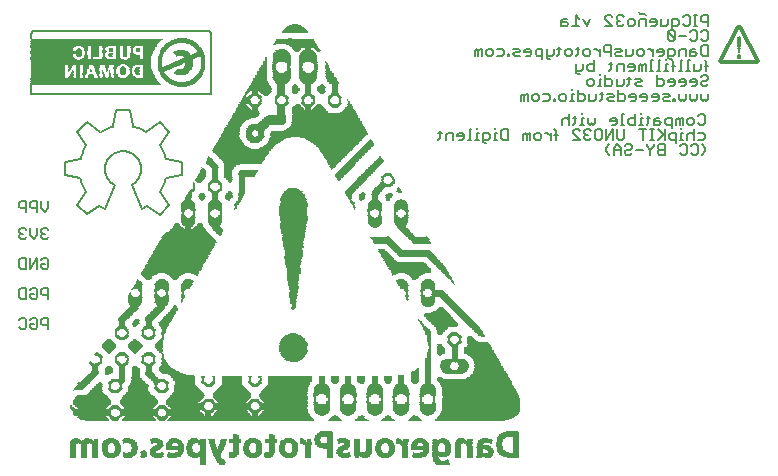
<source format=gbo>
G75*
G70*
%OFA0B0*%
%FSLAX24Y24*%
%IPPOS*%
%LPD*%
%AMOC8*
5,1,8,0,0,1.08239X$1,22.5*
%
%ADD10C,0.0050*%
%ADD11C,0.0120*%
%ADD12R,0.0440X0.0010*%
%ADD13R,0.0180X0.0010*%
%ADD14R,0.0210X0.0010*%
%ADD15R,0.0470X0.0010*%
%ADD16R,0.0220X0.0010*%
%ADD17R,0.0240X0.0010*%
%ADD18R,0.0480X0.0010*%
%ADD19R,0.0260X0.0010*%
%ADD20R,0.0490X0.0010*%
%ADD21R,0.0270X0.0010*%
%ADD22R,0.0500X0.0010*%
%ADD23R,0.0510X0.0010*%
%ADD24R,0.0280X0.0010*%
%ADD25R,0.0120X0.0010*%
%ADD26R,0.0250X0.0010*%
%ADD27R,0.0060X0.0010*%
%ADD28R,0.0230X0.0010*%
%ADD29R,0.0030X0.0010*%
%ADD30R,0.0200X0.0010*%
%ADD31R,0.0190X0.0010*%
%ADD32R,0.0130X0.0010*%
%ADD33R,0.0140X0.0010*%
%ADD34R,0.0170X0.0010*%
%ADD35R,0.0150X0.0010*%
%ADD36R,0.0160X0.0010*%
%ADD37R,0.0090X0.0010*%
%ADD38R,0.0100X0.0010*%
%ADD39R,0.0410X0.0010*%
%ADD40R,0.0300X0.0010*%
%ADD41R,0.0290X0.0010*%
%ADD42R,0.0380X0.0010*%
%ADD43R,0.0340X0.0010*%
%ADD44R,0.0310X0.0010*%
%ADD45R,0.0350X0.0010*%
%ADD46R,0.0320X0.0010*%
%ADD47R,0.0400X0.0010*%
%ADD48R,0.0360X0.0010*%
%ADD49R,0.0330X0.0010*%
%ADD50R,0.0370X0.0010*%
%ADD51R,0.0530X0.0010*%
%ADD52R,0.0390X0.0010*%
%ADD53R,0.0560X0.0010*%
%ADD54R,0.0450X0.0010*%
%ADD55R,0.0430X0.0010*%
%ADD56R,0.0540X0.0010*%
%ADD57R,0.0520X0.0010*%
%ADD58R,0.0550X0.0010*%
%ADD59R,0.0460X0.0010*%
%ADD60R,0.0590X0.0010*%
%ADD61R,0.0420X0.0010*%
%ADD62R,0.0600X0.0010*%
%ADD63R,0.0570X0.0010*%
%ADD64R,0.0610X0.0010*%
%ADD65R,0.0580X0.0010*%
%ADD66R,0.0630X0.0010*%
%ADD67R,0.0640X0.0010*%
%ADD68R,0.0650X0.0010*%
%ADD69R,0.0660X0.0010*%
%ADD70R,0.0110X0.0010*%
%ADD71R,0.0050X0.0010*%
%ADD72R,0.0070X0.0010*%
%ADD73R,0.0040X0.0010*%
%ADD74R,0.0020X0.0010*%
%ADD75R,0.0010X0.0010*%
%ADD76R,0.0910X0.0010*%
%ADD77R,0.0900X0.0010*%
%ADD78R,0.0080X0.0010*%
%ADD79R,0.0680X0.0010*%
%ADD80R,0.0620X0.0010*%
%ADD81R,0.2340X0.0010*%
%ADD82R,0.4900X0.0010*%
%ADD83R,0.1140X0.0010*%
%ADD84R,0.0800X0.0010*%
%ADD85R,0.2370X0.0010*%
%ADD86R,0.4860X0.0010*%
%ADD87R,0.1120X0.0010*%
%ADD88R,0.0840X0.0010*%
%ADD89R,0.2380X0.0010*%
%ADD90R,0.4850X0.0010*%
%ADD91R,0.1100X0.0010*%
%ADD92R,0.2400X0.0010*%
%ADD93R,0.4810X0.0010*%
%ADD94R,0.1080X0.0010*%
%ADD95R,0.0870X0.0010*%
%ADD96R,0.2430X0.0010*%
%ADD97R,0.4790X0.0010*%
%ADD98R,0.1060X0.0010*%
%ADD99R,0.4770X0.0010*%
%ADD100R,0.1040X0.0010*%
%ADD101R,0.2440X0.0010*%
%ADD102R,0.4750X0.0010*%
%ADD103R,0.1020X0.0010*%
%ADD104R,0.0930X0.0010*%
%ADD105R,0.2490X0.0010*%
%ADD106R,0.4730X0.0010*%
%ADD107R,0.1010X0.0010*%
%ADD108R,0.0960X0.0010*%
%ADD109R,0.1000X0.0010*%
%ADD110R,0.2500X0.0010*%
%ADD111R,0.0990X0.0010*%
%ADD112R,0.0980X0.0010*%
%ADD113R,0.2520X0.0010*%
%ADD114R,0.4680X0.0010*%
%ADD115R,0.0940X0.0010*%
%ADD116R,0.0950X0.0010*%
%ADD117R,0.0920X0.0010*%
%ADD118R,0.4670X0.0010*%
%ADD119R,0.2530X0.0010*%
%ADD120R,0.4650X0.0010*%
%ADD121R,0.2540X0.0010*%
%ADD122R,0.2570X0.0010*%
%ADD123R,0.1700X0.0010*%
%ADD124R,0.1290X0.0010*%
%ADD125R,0.1300X0.0010*%
%ADD126R,0.1350X0.0010*%
%ADD127R,0.1260X0.0010*%
%ADD128R,0.2550X0.0010*%
%ADD129R,0.1670X0.0010*%
%ADD130R,0.1280X0.0010*%
%ADD131R,0.1320X0.0010*%
%ADD132R,0.1250X0.0010*%
%ADD133R,0.1660X0.0010*%
%ADD134R,0.1310X0.0010*%
%ADD135R,0.1650X0.0010*%
%ADD136R,0.1230X0.0010*%
%ADD137R,0.1270X0.0010*%
%ADD138R,0.1640X0.0010*%
%ADD139R,0.1200X0.0010*%
%ADD140R,0.1240X0.0010*%
%ADD141R,0.2560X0.0010*%
%ADD142R,0.1620X0.0010*%
%ADD143R,0.1190X0.0010*%
%ADD144R,0.1600X0.0010*%
%ADD145R,0.1180X0.0010*%
%ADD146R,0.2590X0.0010*%
%ADD147R,0.1580X0.0010*%
%ADD148R,0.1160X0.0010*%
%ADD149R,0.1570X0.0010*%
%ADD150R,0.2580X0.0010*%
%ADD151R,0.1550X0.0010*%
%ADD152R,0.1540X0.0010*%
%ADD153R,0.1520X0.0010*%
%ADD154R,0.1510X0.0010*%
%ADD155R,0.1170X0.0010*%
%ADD156R,0.1500X0.0010*%
%ADD157R,0.1150X0.0010*%
%ADD158R,0.1490X0.0010*%
%ADD159R,0.1480X0.0010*%
%ADD160R,0.1460X0.0010*%
%ADD161R,0.1450X0.0010*%
%ADD162R,0.1130X0.0010*%
%ADD163R,0.1440X0.0010*%
%ADD164R,0.1430X0.0010*%
%ADD165R,0.1330X0.0010*%
%ADD166R,0.1340X0.0010*%
%ADD167R,0.1630X0.0010*%
%ADD168R,0.1610X0.0010*%
%ADD169R,0.0970X0.0010*%
%ADD170R,0.1030X0.0010*%
%ADD171R,0.1590X0.0010*%
%ADD172R,0.1050X0.0010*%
%ADD173R,0.1090X0.0010*%
%ADD174R,0.1110X0.0010*%
%ADD175R,0.1210X0.0010*%
%ADD176R,0.1220X0.0010*%
%ADD177R,0.1470X0.0010*%
%ADD178R,0.1070X0.0010*%
%ADD179R,0.1530X0.0010*%
%ADD180R,0.1560X0.0010*%
%ADD181R,0.0740X0.0010*%
%ADD182R,0.0730X0.0010*%
%ADD183R,0.0890X0.0010*%
%ADD184R,0.0850X0.0010*%
%ADD185R,0.0830X0.0010*%
%ADD186R,0.2510X0.0010*%
%ADD187R,0.0810X0.0010*%
%ADD188R,0.0790X0.0010*%
%ADD189R,0.0770X0.0010*%
%ADD190R,0.0760X0.0010*%
%ADD191R,0.0720X0.0010*%
%ADD192R,0.0690X0.0010*%
%ADD193R,0.2480X0.0010*%
%ADD194R,0.2470X0.0010*%
%ADD195R,0.0670X0.0010*%
%ADD196R,0.0880X0.0010*%
%ADD197R,0.2460X0.0010*%
%ADD198R,0.0860X0.0010*%
%ADD199R,0.2450X0.0010*%
%ADD200R,0.2420X0.0010*%
%ADD201R,0.1420X0.0010*%
%ADD202R,0.1410X0.0010*%
%ADD203R,0.0780X0.0010*%
%ADD204R,0.1400X0.0010*%
%ADD205R,0.0820X0.0010*%
%ADD206R,0.1390X0.0010*%
%ADD207R,0.0750X0.0010*%
%ADD208R,0.1380X0.0010*%
%ADD209R,0.0710X0.0010*%
%ADD210R,0.1370X0.0010*%
%ADD211R,0.0700X0.0010*%
%ADD212R,0.1360X0.0010*%
%ADD213R,0.2410X0.0010*%
%ADD214R,0.1900X0.0010*%
%ADD215R,0.1890X0.0010*%
%ADD216R,0.1910X0.0010*%
%ADD217R,0.1880X0.0010*%
%ADD218R,0.1870X0.0010*%
%ADD219R,0.1860X0.0010*%
%ADD220R,0.1840X0.0010*%
%ADD221R,0.1820X0.0010*%
%ADD222R,0.1800X0.0010*%
%ADD223R,0.1780X0.0010*%
%ADD224R,0.1770X0.0010*%
%ADD225R,0.1740X0.0010*%
%ADD226R,0.1730X0.0010*%
%ADD227R,0.1710X0.0010*%
%ADD228R,0.1690X0.0010*%
%ADD229R,0.1760X0.0010*%
%ADD230R,0.1790X0.0010*%
%ADD231R,0.1810X0.0010*%
%ADD232R,0.1830X0.0010*%
%ADD233R,0.1850X0.0010*%
%ADD234R,0.1920X0.0010*%
%ADD235R,0.1930X0.0010*%
%ADD236R,0.1950X0.0010*%
%ADD237R,0.1940X0.0010*%
%ADD238R,0.1720X0.0010*%
%ADD239R,0.2020X0.0010*%
%ADD240R,0.2080X0.0010*%
%ADD241R,0.2090X0.0010*%
%ADD242R,0.2160X0.0010*%
%ADD243R,0.3150X0.0010*%
%ADD244R,0.3160X0.0010*%
%ADD245R,0.3180X0.0010*%
%ADD246R,0.3190X0.0010*%
%ADD247R,0.3210X0.0010*%
%ADD248R,0.3220X0.0010*%
%ADD249R,0.3240X0.0010*%
%ADD250R,0.3250X0.0010*%
%ADD251R,0.3230X0.0010*%
%ADD252R,0.3200X0.0010*%
%ADD253R,0.3170X0.0010*%
%ADD254R,0.3130X0.0010*%
%ADD255R,0.3120X0.0010*%
%ADD256R,0.2760X0.0010*%
%ADD257R,0.2720X0.0010*%
%ADD258R,0.2690X0.0010*%
%ADD259R,0.2630X0.0010*%
%ADD260R,0.2620X0.0010*%
%ADD261R,0.2390X0.0010*%
%ADD262R,0.2360X0.0010*%
%ADD263R,0.2330X0.0010*%
%ADD264R,0.2320X0.0010*%
%ADD265R,0.2310X0.0010*%
%ADD266R,0.2290X0.0010*%
%ADD267R,0.2280X0.0010*%
%ADD268R,0.2270X0.0010*%
%ADD269R,0.2260X0.0010*%
%ADD270R,0.2250X0.0010*%
%ADD271R,0.2240X0.0010*%
%ADD272R,0.2230X0.0010*%
%ADD273R,0.2220X0.0010*%
%ADD274R,0.2200X0.0010*%
%ADD275R,0.2190X0.0010*%
%ADD276R,0.2180X0.0010*%
%ADD277R,0.2170X0.0010*%
%ADD278R,0.2140X0.0010*%
%ADD279R,0.6045X0.0015*%
%ADD280R,0.6045X0.0015*%
%ADD281R,0.0045X0.0015*%
%ADD282R,0.0045X0.0015*%
%ADD283R,0.0165X0.0015*%
%ADD284R,0.0345X0.0015*%
%ADD285R,0.0465X0.0015*%
%ADD286R,0.0555X0.0015*%
%ADD287R,0.0630X0.0015*%
%ADD288R,0.0705X0.0015*%
%ADD289R,0.4335X0.0015*%
%ADD290R,0.0765X0.0015*%
%ADD291R,0.4320X0.0015*%
%ADD292R,0.0795X0.0015*%
%ADD293R,0.4305X0.0015*%
%ADD294R,0.0855X0.0015*%
%ADD295R,0.4290X0.0015*%
%ADD296R,0.0915X0.0015*%
%ADD297R,0.4275X0.0015*%
%ADD298R,0.0360X0.0015*%
%ADD299R,0.4260X0.0015*%
%ADD300R,0.0315X0.0015*%
%ADD301R,0.4245X0.0015*%
%ADD302R,0.0300X0.0015*%
%ADD303R,0.4230X0.0015*%
%ADD304R,0.0270X0.0015*%
%ADD305R,0.0255X0.0015*%
%ADD306R,0.4215X0.0015*%
%ADD307R,0.0240X0.0015*%
%ADD308R,0.4200X0.0015*%
%ADD309R,0.0225X0.0015*%
%ADD310R,0.4185X0.0015*%
%ADD311R,0.0210X0.0015*%
%ADD312R,0.4170X0.0015*%
%ADD313R,0.4155X0.0015*%
%ADD314R,0.0195X0.0015*%
%ADD315R,0.0405X0.0015*%
%ADD316R,0.0105X0.0015*%
%ADD317R,0.0060X0.0015*%
%ADD318R,0.0075X0.0015*%
%ADD319R,0.0180X0.0015*%
%ADD320R,0.1155X0.0015*%
%ADD321R,0.0390X0.0015*%
%ADD322R,0.0090X0.0015*%
%ADD323R,0.0150X0.0015*%
%ADD324R,0.0135X0.0015*%
%ADD325R,0.0375X0.0015*%
%ADD326R,0.0120X0.0015*%
%ADD327R,0.0330X0.0015*%
%ADD328R,0.0435X0.0015*%
%ADD329R,0.0030X0.0015*%
%ADD330R,0.0480X0.0015*%
%ADD331R,0.0495X0.0015*%
%ADD332R,0.0015X0.0015*%
%ADD333R,0.0285X0.0015*%
%ADD334R,0.0450X0.0015*%
%ADD335R,0.0525X0.0015*%
%ADD336R,0.0885X0.0015*%
%ADD337R,0.3015X0.0015*%
%ADD338R,0.4020X0.0015*%
%ADD339R,0.0600X0.0015*%
%ADD340R,0.0570X0.0015*%
%ADD341R,0.0825X0.0015*%
%ADD342R,0.1440X0.0015*%
%ADD343R,0.1545X0.0015*%
%ADD344R,0.1500X0.0015*%
%ADD345R,0.1485X0.0015*%
%ADD346R,0.1455X0.0015*%
%ADD347R,0.1425X0.0015*%
%ADD348R,0.0510X0.0015*%
%ADD349R,0.0720X0.0015*%
%ADD350R,0.1410X0.0015*%
%ADD351R,0.0750X0.0015*%
%ADD352R,0.0945X0.0015*%
%ADD353R,0.0420X0.0015*%
%ADD354R,0.1395X0.0015*%
%ADD355R,0.1710X0.0015*%
%ADD356R,0.1695X0.0015*%
%ADD357R,0.1515X0.0015*%
%ADD358R,0.2565X0.0015*%
%ADD359R,0.1575X0.0015*%
%ADD360R,0.4350X0.0015*%
%ADD361R,0.4365X0.0015*%
%ADD362R,0.4395X0.0015*%
%ADD363R,0.0060X0.0015*%
%ADD364R,0.5985X0.0015*%
%ADD365R,0.5955X0.0015*%
%ADD366R,0.5910X0.0015*%
%ADD367C,0.0080*%
D10*
X003911Y007527D02*
X003853Y007585D01*
X003911Y007527D02*
X004028Y007527D01*
X004086Y007585D01*
X004086Y007818D01*
X004028Y007877D01*
X003911Y007877D01*
X003853Y007818D01*
X004221Y007818D02*
X004279Y007877D01*
X004396Y007877D01*
X004454Y007818D01*
X004454Y007585D01*
X004396Y007527D01*
X004279Y007527D01*
X004221Y007585D01*
X004221Y007702D01*
X004338Y007702D01*
X004589Y007702D02*
X004648Y007643D01*
X004823Y007643D01*
X004823Y007527D02*
X004823Y007877D01*
X004648Y007877D01*
X004589Y007818D01*
X004589Y007702D01*
X004396Y008527D02*
X004279Y008527D01*
X004221Y008585D01*
X004221Y008702D01*
X004338Y008702D01*
X004454Y008818D02*
X004454Y008585D01*
X004396Y008527D01*
X004589Y008702D02*
X004648Y008643D01*
X004823Y008643D01*
X004823Y008527D02*
X004823Y008877D01*
X004648Y008877D01*
X004589Y008818D01*
X004589Y008702D01*
X004454Y008818D02*
X004396Y008877D01*
X004279Y008877D01*
X004221Y008818D01*
X004086Y008877D02*
X003911Y008877D01*
X003853Y008818D01*
X003853Y008585D01*
X003911Y008527D01*
X004086Y008527D01*
X004086Y008877D01*
X004086Y009527D02*
X003911Y009527D01*
X003853Y009585D01*
X003853Y009818D01*
X003911Y009877D01*
X004086Y009877D01*
X004086Y009527D01*
X004221Y009527D02*
X004221Y009877D01*
X004454Y009877D02*
X004221Y009527D01*
X004454Y009527D02*
X004454Y009877D01*
X004589Y009818D02*
X004648Y009877D01*
X004764Y009877D01*
X004823Y009818D01*
X004823Y009585D01*
X004764Y009527D01*
X004648Y009527D01*
X004589Y009585D01*
X004589Y009702D01*
X004706Y009702D01*
X004648Y010527D02*
X004589Y010585D01*
X004589Y010643D01*
X004648Y010702D01*
X004706Y010702D01*
X004648Y010702D02*
X004589Y010760D01*
X004589Y010818D01*
X004648Y010877D01*
X004764Y010877D01*
X004823Y010818D01*
X004823Y010585D02*
X004764Y010527D01*
X004648Y010527D01*
X004454Y010643D02*
X004454Y010877D01*
X004221Y010877D02*
X004221Y010643D01*
X004338Y010527D01*
X004454Y010643D01*
X004086Y010585D02*
X004028Y010527D01*
X003911Y010527D01*
X003853Y010585D01*
X003853Y010643D01*
X003911Y010702D01*
X003969Y010702D01*
X003911Y010702D02*
X003853Y010760D01*
X003853Y010818D01*
X003911Y010877D01*
X004028Y010877D01*
X004086Y010818D01*
X004086Y011427D02*
X004086Y011777D01*
X003911Y011777D01*
X003853Y011718D01*
X003853Y011602D01*
X003911Y011543D01*
X004086Y011543D01*
X004221Y011602D02*
X004279Y011543D01*
X004454Y011543D01*
X004454Y011427D02*
X004454Y011777D01*
X004279Y011777D01*
X004221Y011718D01*
X004221Y011602D01*
X004589Y011543D02*
X004589Y011777D01*
X004589Y011543D02*
X004706Y011427D01*
X004823Y011543D01*
X004823Y011777D01*
X017823Y013827D02*
X017882Y013885D01*
X017882Y014118D01*
X017940Y014060D02*
X017823Y014060D01*
X018075Y014002D02*
X018075Y013827D01*
X018075Y014002D02*
X018133Y014060D01*
X018308Y014060D01*
X018308Y013827D01*
X018443Y013943D02*
X018677Y013943D01*
X018677Y013885D02*
X018677Y014002D01*
X018618Y014060D01*
X018502Y014060D01*
X018443Y014002D01*
X018443Y013943D01*
X018502Y013827D02*
X018618Y013827D01*
X018677Y013885D01*
X018805Y013827D02*
X018922Y013827D01*
X018864Y013827D02*
X018864Y014177D01*
X018922Y014177D01*
X019109Y014177D02*
X019109Y014235D01*
X019109Y014060D02*
X019109Y013827D01*
X019051Y013827D02*
X019168Y013827D01*
X019302Y013827D02*
X019478Y013827D01*
X019536Y013885D01*
X019536Y014002D01*
X019478Y014060D01*
X019302Y014060D01*
X019302Y013768D01*
X019361Y013710D01*
X019419Y013710D01*
X019665Y013827D02*
X019781Y013827D01*
X019723Y013827D02*
X019723Y014060D01*
X019781Y014060D01*
X019723Y014177D02*
X019723Y014235D01*
X019916Y014118D02*
X019975Y014177D01*
X020150Y014177D01*
X020150Y013827D01*
X019975Y013827D01*
X019916Y013885D01*
X019916Y014118D01*
X019168Y014060D02*
X019109Y014060D01*
X020653Y014002D02*
X020653Y013827D01*
X020770Y013827D02*
X020770Y014002D01*
X020711Y014060D01*
X020653Y014002D01*
X020770Y014002D02*
X020828Y014060D01*
X020886Y014060D01*
X020886Y013827D01*
X021021Y013885D02*
X021080Y013827D01*
X021196Y013827D01*
X021255Y013885D01*
X021255Y014002D01*
X021196Y014060D01*
X021080Y014060D01*
X021021Y014002D01*
X021021Y013885D01*
X021386Y014060D02*
X021445Y014060D01*
X021562Y013943D01*
X021562Y013827D02*
X021562Y014060D01*
X021690Y014002D02*
X021807Y014002D01*
X021749Y014118D02*
X021749Y013827D01*
X021749Y014118D02*
X021690Y014177D01*
X021942Y014327D02*
X021942Y014502D01*
X022000Y014560D01*
X022117Y014560D01*
X022176Y014502D01*
X022304Y014560D02*
X022421Y014560D01*
X022363Y014618D02*
X022363Y014385D01*
X022304Y014327D01*
X022176Y014327D02*
X022176Y014677D01*
X022608Y014677D02*
X022608Y014735D01*
X022608Y014560D02*
X022608Y014327D01*
X022550Y014327D02*
X022667Y014327D01*
X022801Y014385D02*
X022801Y014560D01*
X022667Y014560D02*
X022608Y014560D01*
X022801Y014385D02*
X022860Y014327D01*
X022918Y014385D01*
X022976Y014327D01*
X023035Y014385D01*
X023035Y014560D01*
X023105Y014177D02*
X023047Y014118D01*
X023047Y013885D01*
X023105Y013827D01*
X023222Y013827D01*
X023280Y013885D01*
X023280Y014118D01*
X023222Y014177D01*
X023105Y014177D01*
X022912Y014118D02*
X022854Y014177D01*
X022737Y014177D01*
X022679Y014118D01*
X022679Y014060D01*
X022737Y014002D01*
X022679Y013943D01*
X022679Y013885D01*
X022737Y013827D01*
X022854Y013827D01*
X022912Y013885D01*
X022795Y014002D02*
X022737Y014002D01*
X022544Y014118D02*
X022485Y014177D01*
X022369Y014177D01*
X022310Y014118D01*
X022310Y014060D01*
X022544Y013827D01*
X022310Y013827D01*
X023415Y013827D02*
X023415Y014177D01*
X023649Y014177D02*
X023415Y013827D01*
X023526Y013677D02*
X023409Y013560D01*
X023409Y013443D01*
X023526Y013327D01*
X023661Y013327D02*
X023661Y013560D01*
X023777Y013677D01*
X023894Y013560D01*
X023894Y013327D01*
X024029Y013385D02*
X024087Y013327D01*
X024204Y013327D01*
X024262Y013385D01*
X024204Y013502D02*
X024087Y013502D01*
X024029Y013443D01*
X024029Y013385D01*
X023894Y013502D02*
X023661Y013502D01*
X023649Y013827D02*
X023649Y014177D01*
X023783Y014177D02*
X023783Y013885D01*
X023842Y013827D01*
X023959Y013827D01*
X024017Y013885D01*
X024017Y014177D01*
X024017Y014327D02*
X023900Y014327D01*
X023959Y014327D02*
X023959Y014677D01*
X024017Y014677D01*
X024152Y014502D02*
X024210Y014560D01*
X024385Y014560D01*
X024385Y014677D02*
X024385Y014327D01*
X024210Y014327D01*
X024152Y014385D01*
X024152Y014502D01*
X023771Y014502D02*
X023713Y014560D01*
X023596Y014560D01*
X023538Y014502D01*
X023538Y014443D01*
X023771Y014443D01*
X023771Y014385D02*
X023771Y014502D01*
X023771Y014385D02*
X023713Y014327D01*
X023596Y014327D01*
X023512Y015127D02*
X023454Y015185D01*
X023512Y015243D01*
X023629Y015243D01*
X023687Y015302D01*
X023629Y015360D01*
X023454Y015360D01*
X023319Y015360D02*
X023202Y015360D01*
X023261Y015418D02*
X023261Y015185D01*
X023202Y015127D01*
X023073Y015185D02*
X023015Y015127D01*
X022840Y015127D01*
X022840Y015360D01*
X022705Y015302D02*
X022647Y015360D01*
X022472Y015360D01*
X022472Y015477D02*
X022472Y015127D01*
X022647Y015127D01*
X022705Y015185D01*
X022705Y015302D01*
X022337Y015360D02*
X022278Y015360D01*
X022278Y015127D01*
X022220Y015127D02*
X022337Y015127D01*
X022091Y015185D02*
X022033Y015127D01*
X021916Y015127D01*
X021858Y015185D01*
X021858Y015302D01*
X021916Y015360D01*
X022033Y015360D01*
X022091Y015302D01*
X022091Y015185D01*
X022278Y015477D02*
X022278Y015535D01*
X022779Y015685D02*
X022779Y015802D01*
X022837Y015860D01*
X022954Y015860D01*
X023012Y015802D01*
X023012Y015685D01*
X022954Y015627D01*
X022837Y015627D01*
X022779Y015685D01*
X022527Y016010D02*
X022469Y016010D01*
X022410Y016068D01*
X022410Y016360D01*
X022410Y016127D02*
X022586Y016127D01*
X022644Y016185D01*
X022644Y016360D01*
X022779Y016302D02*
X022837Y016360D01*
X023012Y016360D01*
X023012Y016477D02*
X023012Y016127D01*
X022837Y016127D01*
X022779Y016185D01*
X022779Y016302D01*
X022831Y016627D02*
X022714Y016627D01*
X022656Y016685D01*
X022656Y016802D01*
X022714Y016860D01*
X022831Y016860D01*
X022889Y016802D01*
X022889Y016685D01*
X022831Y016627D01*
X023021Y016860D02*
X023079Y016860D01*
X023196Y016743D01*
X023196Y016627D02*
X023196Y016860D01*
X023331Y016802D02*
X023389Y016743D01*
X023564Y016743D01*
X023564Y016627D02*
X023564Y016977D01*
X023389Y016977D01*
X023331Y016918D01*
X023331Y016802D01*
X023699Y016860D02*
X023874Y016860D01*
X023933Y016802D01*
X023874Y016743D01*
X023758Y016743D01*
X023699Y016685D01*
X023758Y016627D01*
X023933Y016627D01*
X024068Y016627D02*
X024068Y016860D01*
X024301Y016860D02*
X024301Y016685D01*
X024243Y016627D01*
X024068Y016627D01*
X023994Y016360D02*
X023819Y016360D01*
X023761Y016302D01*
X023761Y016127D01*
X023568Y016185D02*
X023568Y016418D01*
X023626Y016360D02*
X023509Y016360D01*
X023568Y016185D02*
X023509Y016127D01*
X023392Y015977D02*
X023392Y015627D01*
X023568Y015627D01*
X023626Y015685D01*
X023626Y015802D01*
X023568Y015860D01*
X023392Y015860D01*
X023258Y015860D02*
X023199Y015860D01*
X023199Y015627D01*
X023141Y015627D02*
X023258Y015627D01*
X023199Y015977D02*
X023199Y016035D01*
X023761Y015860D02*
X023761Y015627D01*
X023936Y015627D01*
X023994Y015685D01*
X023994Y015860D01*
X024123Y015860D02*
X024240Y015860D01*
X024181Y015918D02*
X024181Y015685D01*
X024123Y015627D01*
X024374Y015685D02*
X024433Y015743D01*
X024550Y015743D01*
X024608Y015802D01*
X024550Y015860D01*
X024374Y015860D01*
X024374Y015685D02*
X024433Y015627D01*
X024608Y015627D01*
X025111Y015627D02*
X025111Y015977D01*
X025111Y015860D02*
X025286Y015860D01*
X025345Y015802D01*
X025345Y015685D01*
X025286Y015627D01*
X025111Y015627D01*
X025102Y015360D02*
X024985Y015360D01*
X024927Y015302D01*
X024927Y015243D01*
X025160Y015243D01*
X025160Y015185D02*
X025160Y015302D01*
X025102Y015360D01*
X025160Y015185D02*
X025102Y015127D01*
X024985Y015127D01*
X024792Y015185D02*
X024792Y015302D01*
X024734Y015360D01*
X024617Y015360D01*
X024559Y015302D01*
X024559Y015243D01*
X024792Y015243D01*
X024792Y015185D02*
X024734Y015127D01*
X024617Y015127D01*
X024424Y015185D02*
X024424Y015302D01*
X024366Y015360D01*
X024249Y015360D01*
X024190Y015302D01*
X024190Y015243D01*
X024424Y015243D01*
X024424Y015185D02*
X024366Y015127D01*
X024249Y015127D01*
X024056Y015185D02*
X023997Y015127D01*
X023822Y015127D01*
X023822Y015477D01*
X023822Y015360D02*
X023997Y015360D01*
X024056Y015302D01*
X024056Y015185D01*
X023687Y015127D02*
X023512Y015127D01*
X023073Y015185D02*
X023073Y015360D01*
X023994Y016127D02*
X023994Y016360D01*
X024129Y016302D02*
X024129Y016243D01*
X024363Y016243D01*
X024363Y016185D02*
X024363Y016302D01*
X024304Y016360D01*
X024188Y016360D01*
X024129Y016302D01*
X024188Y016127D02*
X024304Y016127D01*
X024363Y016185D01*
X024497Y016127D02*
X024497Y016302D01*
X024556Y016360D01*
X024614Y016302D01*
X024614Y016127D01*
X024731Y016127D02*
X024731Y016360D01*
X024673Y016360D01*
X024614Y016302D01*
X024860Y016127D02*
X024976Y016127D01*
X024918Y016127D02*
X024918Y016477D01*
X024976Y016477D01*
X024976Y016627D02*
X024976Y016860D01*
X024860Y016860D02*
X024801Y016860D01*
X024860Y016860D02*
X024976Y016743D01*
X025111Y016743D02*
X025345Y016743D01*
X025345Y016685D02*
X025345Y016802D01*
X025286Y016860D01*
X025169Y016860D01*
X025111Y016802D01*
X025111Y016743D01*
X025169Y016627D02*
X025286Y016627D01*
X025345Y016685D01*
X025479Y016627D02*
X025655Y016627D01*
X025713Y016685D01*
X025713Y016802D01*
X025655Y016860D01*
X025479Y016860D01*
X025479Y016568D01*
X025538Y016510D01*
X025596Y016510D01*
X025596Y016477D02*
X025655Y016418D01*
X025655Y016127D01*
X025713Y016302D02*
X025596Y016302D01*
X025467Y016360D02*
X025409Y016360D01*
X025409Y016127D01*
X025467Y016127D02*
X025351Y016127D01*
X025222Y016127D02*
X025105Y016127D01*
X025164Y016127D02*
X025164Y016477D01*
X025222Y016477D01*
X025409Y016477D02*
X025409Y016535D01*
X025848Y016627D02*
X025848Y016802D01*
X025906Y016860D01*
X026081Y016860D01*
X026081Y016627D01*
X026216Y016627D02*
X026391Y016627D01*
X026450Y016685D01*
X026391Y016743D01*
X026216Y016743D01*
X026216Y016802D02*
X026216Y016627D01*
X026204Y016477D02*
X026146Y016477D01*
X026146Y016127D01*
X026204Y016127D02*
X026087Y016127D01*
X025959Y016127D02*
X025842Y016127D01*
X025900Y016127D02*
X025900Y016477D01*
X025959Y016477D01*
X026216Y016802D02*
X026274Y016860D01*
X026391Y016860D01*
X026584Y016918D02*
X026643Y016977D01*
X026818Y016977D01*
X026818Y016627D01*
X026643Y016627D01*
X026584Y016685D01*
X026584Y016918D01*
X026643Y017127D02*
X026584Y017185D01*
X026643Y017127D02*
X026759Y017127D01*
X026818Y017185D01*
X026818Y017418D01*
X026759Y017477D01*
X026643Y017477D01*
X026584Y017418D01*
X026450Y017418D02*
X026450Y017185D01*
X026391Y017127D01*
X026274Y017127D01*
X026216Y017185D01*
X026081Y017302D02*
X025848Y017302D01*
X025713Y017418D02*
X025713Y017185D01*
X025479Y017418D01*
X025479Y017185D01*
X025538Y017127D01*
X025655Y017127D01*
X025713Y017185D01*
X025713Y017418D02*
X025655Y017477D01*
X025538Y017477D01*
X025479Y017418D01*
X025602Y017510D02*
X025602Y017860D01*
X025777Y017860D01*
X025836Y017802D01*
X025836Y017685D01*
X025777Y017627D01*
X025602Y017627D01*
X025467Y017685D02*
X025409Y017627D01*
X025234Y017627D01*
X025234Y017860D01*
X025099Y017802D02*
X025099Y017685D01*
X025041Y017627D01*
X024924Y017627D01*
X024866Y017743D02*
X025099Y017743D01*
X025099Y017802D02*
X025041Y017860D01*
X024924Y017860D01*
X024866Y017802D01*
X024866Y017743D01*
X024731Y017627D02*
X024731Y017860D01*
X024556Y017860D01*
X024497Y017802D01*
X024497Y017627D01*
X024362Y017685D02*
X024304Y017627D01*
X024187Y017627D01*
X024129Y017685D01*
X024129Y017802D01*
X024187Y017860D01*
X024304Y017860D01*
X024362Y017802D01*
X024362Y017685D01*
X023994Y017685D02*
X023936Y017627D01*
X023819Y017627D01*
X023761Y017685D01*
X023761Y017743D01*
X023819Y017802D01*
X023877Y017802D01*
X023819Y017802D02*
X023761Y017860D01*
X023761Y017918D01*
X023819Y017977D01*
X023936Y017977D01*
X023994Y017918D01*
X024497Y018094D02*
X024556Y018035D01*
X024672Y018035D01*
X024731Y017977D01*
X025467Y017860D02*
X025467Y017685D01*
X025971Y017685D02*
X026029Y017627D01*
X026146Y017627D01*
X026204Y017685D01*
X026204Y017918D01*
X026146Y017977D01*
X026029Y017977D01*
X025971Y017918D01*
X026333Y017977D02*
X026450Y017977D01*
X026391Y017977D02*
X026391Y017627D01*
X026333Y017627D02*
X026450Y017627D01*
X026391Y017477D02*
X026274Y017477D01*
X026216Y017418D01*
X026391Y017477D02*
X026450Y017418D01*
X026818Y017627D02*
X026818Y017977D01*
X026643Y017977D01*
X026584Y017918D01*
X026584Y017802D01*
X026643Y017743D01*
X026818Y017743D01*
X027794Y017192D02*
X027843Y016749D01*
X027892Y017192D01*
X027794Y017192D01*
X027892Y017192D01*
X027887Y017143D02*
X027799Y017143D01*
X027804Y017095D02*
X027881Y017095D01*
X027876Y017046D02*
X027810Y017046D01*
X027815Y016998D02*
X027870Y016998D01*
X027865Y016949D02*
X027821Y016949D01*
X027826Y016900D02*
X027860Y016900D01*
X027854Y016852D02*
X027831Y016852D01*
X027837Y016803D02*
X027849Y016803D01*
X027842Y016755D02*
X027843Y016755D01*
X027794Y016602D02*
X027796Y016615D01*
X027801Y016627D01*
X027810Y016638D01*
X027820Y016646D01*
X027833Y016650D01*
X027846Y016651D01*
X027859Y016648D01*
X027871Y016642D01*
X027881Y016633D01*
X027888Y016622D01*
X027892Y016609D01*
X027892Y016595D01*
X027888Y016582D01*
X027881Y016571D01*
X027871Y016562D01*
X027859Y016556D01*
X027846Y016553D01*
X027833Y016554D01*
X027820Y016558D01*
X027810Y016566D01*
X027801Y016577D01*
X027796Y016589D01*
X027794Y016602D01*
X027794Y017192D02*
X027796Y017205D01*
X027801Y017216D01*
X027808Y017227D01*
X027819Y017234D01*
X027830Y017239D01*
X027843Y017241D01*
X027856Y017239D01*
X027868Y017234D01*
X027878Y017227D01*
X027885Y017216D01*
X027890Y017205D01*
X027892Y017192D01*
X026759Y016418D02*
X026701Y016477D01*
X026759Y016418D02*
X026759Y016127D01*
X026759Y015977D02*
X026818Y015918D01*
X026818Y015860D01*
X026759Y015802D01*
X026643Y015802D01*
X026584Y015743D01*
X026584Y015685D01*
X026643Y015627D01*
X026759Y015627D01*
X026818Y015685D01*
X026759Y015977D02*
X026643Y015977D01*
X026584Y015918D01*
X026450Y015802D02*
X026391Y015860D01*
X026274Y015860D01*
X026216Y015802D01*
X026216Y015743D01*
X026450Y015743D01*
X026450Y015685D02*
X026450Y015802D01*
X026450Y015685D02*
X026391Y015627D01*
X026274Y015627D01*
X026081Y015685D02*
X026081Y015802D01*
X026023Y015860D01*
X025906Y015860D01*
X025848Y015802D01*
X025848Y015743D01*
X026081Y015743D01*
X026081Y015685D02*
X026023Y015627D01*
X025906Y015627D01*
X025713Y015685D02*
X025713Y015802D01*
X025655Y015860D01*
X025538Y015860D01*
X025479Y015802D01*
X025479Y015743D01*
X025713Y015743D01*
X025713Y015685D02*
X025655Y015627D01*
X025538Y015627D01*
X025470Y015360D02*
X025295Y015360D01*
X025354Y015243D02*
X025470Y015243D01*
X025529Y015302D01*
X025470Y015360D01*
X025354Y015243D02*
X025295Y015185D01*
X025354Y015127D01*
X025529Y015127D01*
X025655Y015127D02*
X025713Y015127D01*
X025713Y015185D01*
X025655Y015185D01*
X025655Y015127D01*
X025848Y015185D02*
X025848Y015360D01*
X025848Y015185D02*
X025906Y015127D01*
X025964Y015185D01*
X026023Y015127D01*
X026081Y015185D01*
X026081Y015360D01*
X026216Y015360D02*
X026216Y015185D01*
X026274Y015127D01*
X026333Y015185D01*
X026391Y015127D01*
X026450Y015185D01*
X026450Y015360D01*
X026584Y015360D02*
X026584Y015185D01*
X026643Y015127D01*
X026701Y015185D01*
X026759Y015127D01*
X026818Y015185D01*
X026818Y015360D01*
X026659Y014677D02*
X026543Y014677D01*
X026484Y014618D01*
X026350Y014502D02*
X026350Y014385D01*
X026291Y014327D01*
X026174Y014327D01*
X026116Y014385D01*
X026116Y014502D01*
X026174Y014560D01*
X026291Y014560D01*
X026350Y014502D01*
X026484Y014385D02*
X026543Y014327D01*
X026659Y014327D01*
X026718Y014385D01*
X026718Y014618D01*
X026659Y014677D01*
X026350Y014177D02*
X026350Y013827D01*
X026484Y013827D02*
X026659Y013827D01*
X026718Y013885D01*
X026718Y014002D01*
X026659Y014060D01*
X026484Y014060D01*
X026350Y014002D02*
X026291Y014060D01*
X026174Y014060D01*
X026116Y014002D01*
X026116Y013827D01*
X025981Y013827D02*
X025864Y013827D01*
X025923Y013827D02*
X025923Y014060D01*
X025981Y014060D01*
X025923Y014177D02*
X025923Y014235D01*
X025981Y014327D02*
X025981Y014560D01*
X025923Y014560D01*
X025864Y014502D01*
X025806Y014560D01*
X025748Y014502D01*
X025748Y014327D01*
X025864Y014327D02*
X025864Y014502D01*
X025613Y014560D02*
X025613Y014210D01*
X025613Y014327D02*
X025438Y014327D01*
X025379Y014385D01*
X025379Y014502D01*
X025438Y014560D01*
X025613Y014560D01*
X025245Y014385D02*
X025186Y014443D01*
X025011Y014443D01*
X025011Y014502D02*
X025011Y014327D01*
X025186Y014327D01*
X025245Y014385D01*
X025186Y014560D02*
X025069Y014560D01*
X025011Y014502D01*
X024876Y014560D02*
X024760Y014560D01*
X024818Y014618D02*
X024818Y014385D01*
X024760Y014327D01*
X024631Y014327D02*
X024514Y014327D01*
X024572Y014327D02*
X024572Y014560D01*
X024631Y014560D01*
X024572Y014677D02*
X024572Y014735D01*
X024520Y014177D02*
X024754Y014177D01*
X024637Y014177D02*
X024637Y013827D01*
X024766Y013677D02*
X024766Y013618D01*
X024882Y013502D01*
X024882Y013327D01*
X024882Y013502D02*
X024999Y013618D01*
X024999Y013677D01*
X025134Y013618D02*
X025134Y013560D01*
X025192Y013502D01*
X025367Y013502D01*
X025192Y013502D02*
X025134Y013443D01*
X025134Y013385D01*
X025192Y013327D01*
X025367Y013327D01*
X025367Y013677D01*
X025192Y013677D01*
X025134Y013618D01*
X025134Y013827D02*
X025309Y014002D01*
X025367Y013943D02*
X025134Y014177D01*
X024999Y014177D02*
X024882Y014177D01*
X024941Y014177D02*
X024941Y013827D01*
X024999Y013827D02*
X024882Y013827D01*
X024631Y013502D02*
X024397Y013502D01*
X024262Y013560D02*
X024204Y013502D01*
X024262Y013560D02*
X024262Y013618D01*
X024204Y013677D01*
X024087Y013677D01*
X024029Y013618D01*
X025367Y013827D02*
X025367Y014177D01*
X025502Y014002D02*
X025502Y013885D01*
X025561Y013827D01*
X025736Y013827D01*
X025736Y013710D02*
X025736Y014060D01*
X025561Y014060D01*
X025502Y014002D01*
X025871Y013618D02*
X025929Y013677D01*
X026046Y013677D01*
X026104Y013618D01*
X026104Y013385D01*
X026046Y013327D01*
X025929Y013327D01*
X025871Y013385D01*
X026239Y013385D02*
X026297Y013327D01*
X026414Y013327D01*
X026472Y013385D01*
X026472Y013618D01*
X026414Y013677D01*
X026297Y013677D01*
X026239Y013618D01*
X026601Y013677D02*
X026718Y013560D01*
X026718Y013443D01*
X026601Y013327D01*
X026514Y016127D02*
X026339Y016127D01*
X026339Y016360D01*
X026572Y016360D02*
X026572Y016185D01*
X026514Y016127D01*
X026701Y016302D02*
X026818Y016302D01*
X024669Y016685D02*
X024611Y016627D01*
X024494Y016627D01*
X024436Y016685D01*
X024436Y016802D01*
X024494Y016860D01*
X024611Y016860D01*
X024669Y016802D01*
X024669Y016685D01*
X023626Y017627D02*
X023392Y017860D01*
X023392Y017918D01*
X023451Y017977D01*
X023568Y017977D01*
X023626Y017918D01*
X023626Y017627D02*
X023392Y017627D01*
X022889Y017860D02*
X022773Y017627D01*
X022656Y017860D01*
X022521Y017860D02*
X022404Y017977D01*
X022404Y017627D01*
X022521Y017627D02*
X022287Y017627D01*
X022153Y017685D02*
X022094Y017743D01*
X021919Y017743D01*
X021919Y017802D02*
X021919Y017627D01*
X022094Y017627D01*
X022153Y017685D01*
X022094Y017860D02*
X021978Y017860D01*
X021919Y017802D01*
X021849Y016918D02*
X021849Y016685D01*
X021790Y016627D01*
X021662Y016685D02*
X021603Y016627D01*
X021428Y016627D01*
X021428Y016568D02*
X021487Y016510D01*
X021545Y016510D01*
X021428Y016568D02*
X021428Y016860D01*
X021293Y016860D02*
X021293Y016510D01*
X021293Y016627D02*
X021118Y016627D01*
X021060Y016685D01*
X021060Y016802D01*
X021118Y016860D01*
X021293Y016860D01*
X021662Y016860D02*
X021662Y016685D01*
X021790Y016860D02*
X021907Y016860D01*
X022042Y016802D02*
X022100Y016860D01*
X022217Y016860D01*
X022275Y016802D01*
X022275Y016685D01*
X022217Y016627D01*
X022100Y016627D01*
X022042Y016685D01*
X022042Y016802D01*
X022404Y016860D02*
X022521Y016860D01*
X022463Y016918D02*
X022463Y016685D01*
X022404Y016627D01*
X020925Y016685D02*
X020867Y016627D01*
X020750Y016627D01*
X020692Y016743D02*
X020925Y016743D01*
X020925Y016685D02*
X020925Y016802D01*
X020867Y016860D01*
X020750Y016860D01*
X020692Y016802D01*
X020692Y016743D01*
X020557Y016802D02*
X020498Y016860D01*
X020323Y016860D01*
X020382Y016743D02*
X020498Y016743D01*
X020557Y016802D01*
X020557Y016627D02*
X020382Y016627D01*
X020323Y016685D01*
X020382Y016743D01*
X020188Y016685D02*
X020188Y016627D01*
X020130Y016627D01*
X020130Y016685D01*
X020188Y016685D01*
X020004Y016685D02*
X019946Y016627D01*
X019771Y016627D01*
X019636Y016685D02*
X019578Y016627D01*
X019461Y016627D01*
X019402Y016685D01*
X019402Y016802D01*
X019461Y016860D01*
X019578Y016860D01*
X019636Y016802D01*
X019636Y016685D01*
X019771Y016860D02*
X019946Y016860D01*
X020004Y016802D01*
X020004Y016685D01*
X019268Y016627D02*
X019268Y016860D01*
X019209Y016860D01*
X019151Y016802D01*
X019093Y016860D01*
X019034Y016802D01*
X019034Y016627D01*
X019151Y016627D02*
X019151Y016802D01*
X020627Y015360D02*
X020569Y015302D01*
X020569Y015127D01*
X020686Y015127D02*
X020686Y015302D01*
X020627Y015360D01*
X020686Y015302D02*
X020744Y015360D01*
X020802Y015360D01*
X020802Y015127D01*
X020937Y015185D02*
X020937Y015302D01*
X020995Y015360D01*
X021112Y015360D01*
X021171Y015302D01*
X021171Y015185D01*
X021112Y015127D01*
X020995Y015127D01*
X020937Y015185D01*
X021305Y015127D02*
X021481Y015127D01*
X021539Y015185D01*
X021539Y015302D01*
X021481Y015360D01*
X021305Y015360D01*
X021665Y015185D02*
X021665Y015127D01*
X021723Y015127D01*
X021723Y015185D01*
X021665Y015185D01*
D11*
X027203Y016454D02*
X027252Y016405D01*
X028433Y016405D01*
X028483Y016454D01*
X027867Y017586D01*
X027818Y017586D01*
X027203Y016454D01*
D12*
X017468Y009022D03*
X017468Y009012D03*
X017468Y009002D03*
X017468Y008392D03*
X017468Y008382D03*
X017888Y008072D03*
X016278Y009732D03*
X015698Y011032D03*
X015698Y011042D03*
X015698Y011672D03*
X015698Y011682D03*
X016578Y011662D03*
X012998Y009432D03*
X012998Y009422D03*
X012998Y009412D03*
X012998Y009402D03*
X012998Y009392D03*
X012998Y009382D03*
X012998Y009372D03*
X012998Y009362D03*
X012998Y009352D03*
X010378Y011042D03*
X009838Y010832D03*
X009488Y011042D03*
X009488Y011052D03*
X009488Y011062D03*
X009488Y011662D03*
X009488Y011672D03*
X009488Y011682D03*
X012398Y013802D03*
X011318Y014842D03*
X011318Y014852D03*
X012598Y015742D03*
X011888Y015832D03*
X011888Y015842D03*
X011888Y015852D03*
X013488Y015742D03*
X013838Y014822D03*
X013838Y014812D03*
X014828Y014752D03*
X009048Y009312D03*
X008598Y009012D03*
X007718Y008392D03*
X007718Y008382D03*
X007718Y006982D03*
X007718Y006972D03*
X007718Y006882D03*
X006838Y006882D03*
X007798Y005742D03*
X008728Y006192D03*
X009028Y003762D03*
X009008Y003262D03*
X008438Y003312D03*
X008438Y003322D03*
X007538Y003342D03*
X007538Y003352D03*
X007538Y003712D03*
X011648Y003282D03*
X013928Y004732D03*
X014818Y004742D03*
X014658Y003342D03*
X017168Y003262D03*
X017208Y003762D03*
X017978Y003012D03*
X017978Y003002D03*
X019388Y003772D03*
X019398Y003782D03*
X017468Y005582D03*
D13*
X005638Y003232D03*
X005638Y003242D03*
X005638Y003252D03*
X005638Y003262D03*
X005638Y003272D03*
X005638Y003282D03*
X005638Y003292D03*
X005638Y003302D03*
X005638Y003312D03*
X005638Y003322D03*
X005638Y003332D03*
X005638Y003342D03*
X005638Y003352D03*
X005638Y003362D03*
X005638Y003372D03*
X005638Y003382D03*
X005638Y003392D03*
X005638Y003402D03*
X005638Y003412D03*
X005638Y003422D03*
X005638Y003432D03*
X005638Y003442D03*
X005638Y003452D03*
X005638Y003462D03*
X005638Y003472D03*
X005638Y003482D03*
X005638Y003492D03*
X005638Y003502D03*
X005638Y003512D03*
X005638Y003522D03*
X005638Y003532D03*
X005638Y003542D03*
X005638Y003552D03*
X005638Y003562D03*
X005638Y003572D03*
X005638Y003582D03*
X005638Y003592D03*
X005638Y003602D03*
X005638Y003612D03*
X005638Y003622D03*
X005638Y003632D03*
X007138Y003582D03*
X008298Y003412D03*
X008298Y003402D03*
X008298Y003392D03*
X008298Y003382D03*
X008468Y003222D03*
X008838Y003622D03*
X008838Y003632D03*
X008838Y003642D03*
X008848Y003652D03*
X008848Y003662D03*
X008868Y003692D03*
X008868Y003702D03*
X009228Y003662D03*
X009228Y003652D03*
X009238Y003642D03*
X009238Y003632D03*
X009238Y003622D03*
X009238Y003612D03*
X009238Y003602D03*
X009238Y003472D03*
X009238Y003462D03*
X009238Y003452D03*
X009238Y003442D03*
X009978Y003772D03*
X009978Y003782D03*
X009978Y003792D03*
X010288Y003702D03*
X010288Y003692D03*
X010288Y003682D03*
X010308Y003652D03*
X010308Y003642D03*
X010308Y003632D03*
X010318Y003612D03*
X010318Y003602D03*
X010318Y003592D03*
X010318Y003582D03*
X010338Y003542D03*
X010338Y003532D03*
X010348Y003502D03*
X010348Y003492D03*
X010548Y003462D03*
X010548Y003452D03*
X010558Y003482D03*
X010558Y003492D03*
X010588Y003572D03*
X010618Y003012D03*
X010618Y003002D03*
X012268Y003442D03*
X012268Y003452D03*
X012268Y003462D03*
X012268Y003472D03*
X012268Y003482D03*
X012268Y003492D03*
X012268Y003502D03*
X012268Y003512D03*
X012268Y003522D03*
X012268Y003532D03*
X012268Y003542D03*
X012268Y003552D03*
X012268Y003562D03*
X012268Y003572D03*
X012268Y003582D03*
X012268Y003592D03*
X012268Y003602D03*
X012268Y003612D03*
X012268Y003622D03*
X012268Y003632D03*
X012268Y003642D03*
X012268Y003652D03*
X012268Y003662D03*
X012268Y003672D03*
X012268Y003682D03*
X012268Y003862D03*
X012268Y003872D03*
X012268Y003882D03*
X012268Y003892D03*
X012268Y003902D03*
X012268Y003912D03*
X012268Y003922D03*
X012268Y003932D03*
X012268Y003942D03*
X012268Y003952D03*
X013308Y003772D03*
X014368Y004572D03*
X014368Y004582D03*
X014818Y004642D03*
X015258Y004572D03*
X015708Y004642D03*
X016138Y004572D03*
X016758Y004982D03*
X016758Y004992D03*
X016758Y005332D03*
X016398Y005322D03*
X016398Y005312D03*
X015888Y005312D03*
X015248Y005732D03*
X014998Y005322D03*
X014638Y005322D03*
X014638Y005332D03*
X014638Y005312D03*
X014118Y005312D03*
X013758Y005332D03*
X013758Y004992D03*
X013758Y004982D03*
X014788Y003702D03*
X014788Y003692D03*
X014788Y003682D03*
X014788Y003672D03*
X014788Y003662D03*
X014788Y003652D03*
X016518Y003772D03*
X016518Y003782D03*
X016728Y003782D03*
X016728Y003792D03*
X016728Y003802D03*
X016728Y003772D03*
X016728Y003762D03*
X017008Y003632D03*
X017008Y003622D03*
X017008Y003612D03*
X017008Y003602D03*
X017028Y003652D03*
X017028Y003662D03*
X017028Y003672D03*
X017038Y003692D03*
X017388Y003682D03*
X017398Y003672D03*
X017398Y003662D03*
X017398Y003652D03*
X017418Y003622D03*
X017418Y003612D03*
X017418Y003472D03*
X017418Y003462D03*
X017418Y003452D03*
X017418Y003442D03*
X017718Y003292D03*
X017718Y003282D03*
X017718Y003272D03*
X017728Y003232D03*
X017728Y003222D03*
X017728Y003212D03*
X017728Y003202D03*
X017168Y003212D03*
X017718Y003802D03*
X018468Y003612D03*
X018468Y003602D03*
X018468Y003592D03*
X018468Y003582D03*
X018468Y003572D03*
X018468Y003562D03*
X018468Y003552D03*
X018468Y003542D03*
X018468Y003532D03*
X018468Y003522D03*
X018468Y003512D03*
X018468Y003502D03*
X018468Y003492D03*
X018468Y003482D03*
X018468Y003472D03*
X018468Y003462D03*
X018468Y003452D03*
X018468Y003442D03*
X018468Y003432D03*
X018468Y003422D03*
X018468Y003412D03*
X018468Y003402D03*
X018468Y003392D03*
X018468Y003382D03*
X018468Y003372D03*
X018468Y003362D03*
X018468Y003352D03*
X018468Y003342D03*
X018468Y003332D03*
X018468Y003322D03*
X018468Y003312D03*
X018468Y003302D03*
X018468Y003292D03*
X018468Y003282D03*
X018468Y003272D03*
X018468Y003262D03*
X018468Y003252D03*
X018468Y003242D03*
X018468Y003232D03*
X018868Y003772D03*
X018868Y003782D03*
X018868Y003792D03*
X018868Y003802D03*
X018868Y003812D03*
X018868Y003822D03*
X018868Y003832D03*
X019218Y003682D03*
X019198Y003262D03*
X019188Y003252D03*
X019188Y003242D03*
X019188Y003232D03*
X017028Y004582D03*
X017298Y004982D03*
X017638Y005332D03*
X017068Y006082D03*
X017488Y006482D03*
X017488Y006492D03*
X017488Y006502D03*
X017878Y006922D03*
X017878Y007382D03*
X017878Y007392D03*
X017488Y007352D03*
X017488Y007342D03*
X017488Y007332D03*
X017488Y007322D03*
X017448Y007462D03*
X018888Y007202D03*
X019278Y007272D03*
X019278Y007282D03*
X018078Y009362D03*
X018068Y009372D03*
X018058Y009382D03*
X018048Y009402D03*
X016368Y009352D03*
X015838Y011212D03*
X015838Y011222D03*
X015838Y011502D03*
X016438Y011502D03*
X016588Y011802D03*
X015298Y011982D03*
X015268Y011862D03*
X014518Y012552D03*
X014298Y012932D03*
X015558Y013722D03*
X013938Y015392D03*
X013698Y016072D03*
X013698Y016082D03*
X014158Y016082D03*
X013278Y016072D03*
X012808Y016072D03*
X012388Y016082D03*
X012018Y016272D03*
X011298Y015012D03*
X009978Y012752D03*
X009978Y012742D03*
X010858Y012482D03*
X010858Y012022D03*
X011248Y011982D03*
X011248Y011972D03*
X010518Y011502D03*
X010248Y011502D03*
X010248Y011212D03*
X010518Y011212D03*
X010518Y011222D03*
X010518Y010712D03*
X009868Y010982D03*
X009868Y010992D03*
X009628Y011212D03*
X009628Y011222D03*
X009628Y011502D03*
X009508Y011942D03*
X009508Y011952D03*
X009118Y010982D03*
X009048Y009202D03*
X009048Y009192D03*
X008748Y008842D03*
X008158Y009192D03*
X007828Y009032D03*
X009048Y008202D03*
X008688Y007532D03*
X008688Y007522D03*
X008538Y007042D03*
X008538Y006822D03*
X008538Y006812D03*
X008688Y006382D03*
X007718Y006222D03*
X007228Y005722D03*
X007758Y007762D03*
X012988Y008342D03*
X012988Y008352D03*
X012988Y008362D03*
X012988Y008372D03*
X012988Y008382D03*
X012988Y008392D03*
X012988Y008402D03*
X012988Y008412D03*
D14*
X012993Y008432D03*
X012993Y008442D03*
X012993Y008452D03*
X012993Y008462D03*
X012993Y008472D03*
X012993Y008482D03*
X012993Y008492D03*
X012993Y008502D03*
X012993Y008512D03*
X012993Y007342D03*
X013933Y005932D03*
X013933Y005922D03*
X013933Y005912D03*
X013933Y005902D03*
X013933Y005892D03*
X013933Y005882D03*
X013933Y005872D03*
X013933Y005862D03*
X013933Y005852D03*
X013933Y005842D03*
X013933Y005832D03*
X013933Y005822D03*
X013933Y005812D03*
X013933Y005802D03*
X013933Y005792D03*
X013933Y005782D03*
X013933Y005772D03*
X013933Y005762D03*
X013933Y005752D03*
X013933Y005742D03*
X013933Y005732D03*
X013933Y005722D03*
X013933Y005712D03*
X013933Y005702D03*
X013933Y005692D03*
X014363Y005742D03*
X014823Y005742D03*
X014823Y005752D03*
X014823Y005762D03*
X014823Y005772D03*
X014823Y005782D03*
X014823Y005792D03*
X014823Y005802D03*
X014823Y005812D03*
X014823Y005822D03*
X014823Y005832D03*
X014823Y005842D03*
X014823Y005852D03*
X014823Y005862D03*
X014823Y005872D03*
X014823Y005882D03*
X014823Y005892D03*
X014823Y005902D03*
X014823Y005912D03*
X014823Y005922D03*
X014823Y005932D03*
X014823Y005732D03*
X014823Y005722D03*
X014823Y005712D03*
X014823Y005702D03*
X014823Y005692D03*
X014823Y005682D03*
X014983Y005332D03*
X015703Y005672D03*
X015703Y005682D03*
X015703Y005692D03*
X015703Y005702D03*
X015703Y005712D03*
X015703Y005722D03*
X015703Y005732D03*
X015703Y005742D03*
X015703Y005752D03*
X015703Y005762D03*
X015703Y005772D03*
X015703Y005782D03*
X015703Y005792D03*
X015703Y005802D03*
X015703Y005812D03*
X015703Y005822D03*
X015703Y005832D03*
X015703Y005842D03*
X015703Y005852D03*
X015703Y005862D03*
X015703Y005872D03*
X015703Y005882D03*
X015703Y005892D03*
X015703Y005902D03*
X015703Y005912D03*
X015703Y005922D03*
X015703Y005932D03*
X016573Y005932D03*
X016573Y005942D03*
X016573Y005922D03*
X016573Y005912D03*
X016573Y005902D03*
X016573Y005892D03*
X016573Y005882D03*
X016573Y005872D03*
X016573Y005862D03*
X016573Y005852D03*
X016573Y005842D03*
X016573Y005832D03*
X016573Y005822D03*
X016573Y005812D03*
X016573Y005802D03*
X016573Y005792D03*
X016573Y005782D03*
X016573Y005772D03*
X016573Y005762D03*
X016573Y005752D03*
X016573Y005742D03*
X016573Y005732D03*
X016573Y005722D03*
X016573Y005712D03*
X016573Y005702D03*
X016573Y005692D03*
X016573Y005682D03*
X017033Y005742D03*
X016413Y005332D03*
X016143Y004552D03*
X017023Y004552D03*
X017473Y004642D03*
X017053Y003712D03*
X016693Y003622D03*
X016693Y003612D03*
X016713Y003242D03*
X016713Y003232D03*
X016263Y003432D03*
X016263Y003442D03*
X016263Y003452D03*
X016263Y003462D03*
X016263Y003472D03*
X016273Y003502D03*
X016273Y003512D03*
X016273Y003522D03*
X016273Y003532D03*
X016273Y003542D03*
X016273Y003552D03*
X016273Y003562D03*
X016263Y003592D03*
X016263Y003602D03*
X016263Y003612D03*
X016263Y003622D03*
X016243Y003662D03*
X016243Y003672D03*
X016233Y003682D03*
X016043Y003842D03*
X015853Y003662D03*
X015843Y003652D03*
X015843Y003642D03*
X015823Y003602D03*
X015823Y003592D03*
X015823Y003582D03*
X015823Y003572D03*
X015823Y003562D03*
X015823Y003552D03*
X015823Y003542D03*
X015823Y003532D03*
X015823Y003522D03*
X015823Y003512D03*
X015823Y003502D03*
X015823Y003492D03*
X015823Y003482D03*
X015823Y003472D03*
X015823Y003462D03*
X015843Y003412D03*
X015853Y003402D03*
X015493Y003412D03*
X015493Y003422D03*
X015123Y003422D03*
X015123Y003412D03*
X014533Y003422D03*
X014623Y003842D03*
X013813Y003902D03*
X013803Y003892D03*
X013803Y003882D03*
X013803Y003872D03*
X013803Y003862D03*
X013803Y003752D03*
X013803Y003742D03*
X013803Y003732D03*
X013803Y003722D03*
X013813Y003712D03*
X013483Y003612D03*
X013483Y003602D03*
X013483Y003592D03*
X013483Y003582D03*
X013053Y003582D03*
X013053Y003592D03*
X013053Y003602D03*
X013053Y003572D03*
X013053Y003562D03*
X013053Y003502D03*
X013053Y003492D03*
X013053Y003482D03*
X013053Y003472D03*
X013053Y003462D03*
X013033Y003422D03*
X013033Y003412D03*
X013023Y003402D03*
X013033Y003632D03*
X013033Y003642D03*
X013033Y003652D03*
X013023Y003682D03*
X012823Y003842D03*
X012643Y003682D03*
X012633Y003672D03*
X012633Y003662D03*
X012633Y003652D03*
X012613Y003622D03*
X012613Y003442D03*
X012633Y003412D03*
X012253Y003392D03*
X011853Y003422D03*
X011853Y003432D03*
X011853Y003442D03*
X011833Y003392D03*
X011853Y003622D03*
X011853Y003632D03*
X011853Y003642D03*
X011833Y003662D03*
X011833Y003672D03*
X011823Y003692D03*
X011813Y003702D03*
X011623Y003842D03*
X011463Y003682D03*
X011453Y003672D03*
X011443Y003662D03*
X011443Y003652D03*
X011433Y003642D03*
X011433Y003632D03*
X011433Y003622D03*
X011413Y003542D03*
X011433Y003442D03*
X011433Y003432D03*
X011433Y003422D03*
X011443Y003402D03*
X011453Y003392D03*
X011463Y003382D03*
X011073Y003402D03*
X011063Y003392D03*
X011053Y003382D03*
X010623Y003652D03*
X010633Y003692D03*
X010633Y003702D03*
X010633Y003712D03*
X010653Y003742D03*
X010653Y003752D03*
X010653Y003762D03*
X010663Y003782D03*
X010663Y003792D03*
X010663Y003802D03*
X010683Y003822D03*
X010683Y003832D03*
X010273Y003762D03*
X010273Y003752D03*
X010273Y003742D03*
X010273Y003732D03*
X010263Y003772D03*
X010263Y003782D03*
X010263Y003792D03*
X010263Y003802D03*
X010263Y003812D03*
X009963Y003632D03*
X009963Y003622D03*
X009963Y003612D03*
X009963Y003602D03*
X009963Y003592D03*
X009963Y003582D03*
X009963Y003572D03*
X009963Y003562D03*
X009963Y003552D03*
X009963Y003542D03*
X009963Y003532D03*
X009963Y003522D03*
X009963Y003512D03*
X009963Y003502D03*
X009963Y003492D03*
X009963Y003482D03*
X009963Y003472D03*
X009963Y003462D03*
X009963Y003452D03*
X009963Y003442D03*
X009963Y003432D03*
X009963Y003252D03*
X009963Y003242D03*
X009963Y003232D03*
X009963Y003222D03*
X009963Y003212D03*
X009963Y003202D03*
X009963Y003192D03*
X009963Y003182D03*
X009963Y003172D03*
X009963Y003162D03*
X009963Y003152D03*
X009963Y003142D03*
X009963Y003132D03*
X009963Y003122D03*
X009963Y003112D03*
X009963Y003102D03*
X009963Y003092D03*
X009963Y003082D03*
X009963Y003072D03*
X009963Y003062D03*
X009963Y003052D03*
X009963Y003042D03*
X009963Y003032D03*
X009963Y003022D03*
X009963Y003012D03*
X009963Y003002D03*
X009543Y003412D03*
X009523Y003482D03*
X009523Y003492D03*
X009523Y003502D03*
X009523Y003512D03*
X009523Y003522D03*
X009523Y003532D03*
X009523Y003542D03*
X009523Y003552D03*
X009523Y003562D03*
X009523Y003572D03*
X009523Y003582D03*
X009523Y003592D03*
X009523Y003602D03*
X009543Y003642D03*
X009543Y003652D03*
X009553Y003662D03*
X009023Y003852D03*
X008883Y003712D03*
X008553Y003642D03*
X008533Y003712D03*
X008393Y003842D03*
X008313Y003442D03*
X008313Y003352D03*
X007993Y003372D03*
X007993Y003382D03*
X007693Y003442D03*
X007693Y003452D03*
X007693Y003462D03*
X007693Y003472D03*
X007683Y003432D03*
X007693Y003602D03*
X007693Y003612D03*
X007683Y003632D03*
X007123Y003632D03*
X007123Y003642D03*
X007123Y003652D03*
X007123Y003422D03*
X007123Y003412D03*
X007113Y003382D03*
X006733Y003382D03*
X006723Y003412D03*
X006703Y003462D03*
X006703Y003602D03*
X006703Y003612D03*
X006703Y003622D03*
X006723Y003642D03*
X006723Y003652D03*
X006733Y003662D03*
X006913Y003842D03*
X006373Y003642D03*
X006373Y003632D03*
X006123Y003832D03*
X006003Y003642D03*
X006003Y003632D03*
X005763Y003832D03*
X005653Y003682D03*
X007053Y004942D03*
X007053Y005372D03*
X006513Y005612D03*
X006513Y005622D03*
X006373Y006082D03*
X006373Y006092D03*
X006373Y006102D03*
X006373Y006112D03*
X006373Y006122D03*
X006373Y006132D03*
X006373Y006142D03*
X006373Y006152D03*
X006373Y006162D03*
X006373Y006172D03*
X006373Y006182D03*
X006373Y006192D03*
X006373Y006202D03*
X006373Y006212D03*
X006373Y006222D03*
X006373Y006232D03*
X006373Y006242D03*
X006823Y006202D03*
X006813Y006042D03*
X006463Y006642D03*
X006833Y006762D03*
X006833Y007092D03*
X007283Y007152D03*
X007713Y007092D03*
X007713Y006762D03*
X007273Y006712D03*
X008163Y006712D03*
X008523Y006842D03*
X008523Y006852D03*
X008523Y007012D03*
X008693Y007562D03*
X008163Y007602D03*
X008163Y007612D03*
X008163Y007622D03*
X008163Y007632D03*
X008163Y007642D03*
X008163Y007652D03*
X008163Y007662D03*
X008163Y007672D03*
X008163Y007682D03*
X008163Y007692D03*
X008163Y007702D03*
X008163Y007712D03*
X008163Y007722D03*
X008163Y007732D03*
X008163Y007742D03*
X008163Y007752D03*
X008163Y007762D03*
X007743Y007732D03*
X007723Y007652D03*
X008983Y008082D03*
X009043Y008172D03*
X009043Y008182D03*
X008613Y009142D03*
X008163Y009202D03*
X008163Y009212D03*
X007833Y009002D03*
X009043Y009212D03*
X009493Y009142D03*
X009493Y010842D03*
X009493Y010852D03*
X009493Y010862D03*
X009493Y010872D03*
X009493Y010882D03*
X009493Y010892D03*
X009123Y010942D03*
X009123Y010952D03*
X009873Y010952D03*
X010513Y010732D03*
X010383Y011802D03*
X010383Y011812D03*
X010383Y011822D03*
X010383Y011832D03*
X010383Y011842D03*
X010383Y011852D03*
X010383Y011862D03*
X010383Y011872D03*
X010383Y011882D03*
X010383Y011892D03*
X010383Y011902D03*
X010383Y011912D03*
X010383Y011922D03*
X010383Y011932D03*
X010383Y011942D03*
X010383Y011952D03*
X010383Y011962D03*
X010383Y011972D03*
X010383Y011982D03*
X010383Y011992D03*
X010383Y012002D03*
X010383Y012012D03*
X010383Y012022D03*
X009933Y011962D03*
X009943Y011882D03*
X009493Y011882D03*
X009493Y011892D03*
X009493Y011872D03*
X009493Y011862D03*
X009493Y011852D03*
X009493Y011842D03*
X009493Y011832D03*
X009493Y011822D03*
X009493Y011812D03*
X009493Y011802D03*
X010383Y012462D03*
X010383Y012472D03*
X010383Y012482D03*
X010383Y012492D03*
X010383Y012502D03*
X010383Y012512D03*
X010383Y012522D03*
X010383Y012532D03*
X010383Y012542D03*
X010383Y012552D03*
X010383Y012562D03*
X010383Y012572D03*
X010383Y012582D03*
X010383Y012592D03*
X010383Y012602D03*
X010383Y012612D03*
X010383Y012622D03*
X010383Y012632D03*
X010383Y012642D03*
X010383Y012652D03*
X010383Y012662D03*
X010383Y012672D03*
X010383Y012682D03*
X010383Y012692D03*
X010383Y012702D03*
X010383Y012712D03*
X010383Y012722D03*
X010383Y012732D03*
X010383Y012742D03*
X010383Y012752D03*
X010383Y012762D03*
X010383Y012772D03*
X010383Y012782D03*
X010383Y012792D03*
X010383Y012802D03*
X010383Y012812D03*
X010383Y012822D03*
X010383Y012832D03*
X010383Y012842D03*
X010383Y012852D03*
X010383Y012862D03*
X010213Y013122D03*
X009963Y012702D03*
X009963Y012692D03*
X009963Y012682D03*
X010843Y012512D03*
X011263Y012512D03*
X011263Y012522D03*
X011263Y012532D03*
X011263Y012542D03*
X011263Y012552D03*
X011263Y012562D03*
X011263Y012572D03*
X011263Y012582D03*
X011263Y012502D03*
X011263Y012492D03*
X011263Y012482D03*
X011263Y012472D03*
X011263Y012462D03*
X011263Y012452D03*
X011263Y012442D03*
X011263Y012432D03*
X011263Y012422D03*
X011263Y012412D03*
X011263Y012402D03*
X011263Y012392D03*
X011263Y012382D03*
X011263Y012372D03*
X011263Y012362D03*
X011263Y012352D03*
X011263Y012342D03*
X011263Y012332D03*
X011263Y012322D03*
X011263Y012312D03*
X011263Y012302D03*
X011263Y012292D03*
X011263Y012282D03*
X011263Y012272D03*
X011263Y012262D03*
X011263Y012252D03*
X011263Y012242D03*
X011263Y012232D03*
X011263Y012222D03*
X011263Y012212D03*
X011263Y012202D03*
X011263Y012192D03*
X011263Y012182D03*
X011263Y012172D03*
X011263Y012162D03*
X011263Y012152D03*
X011263Y012142D03*
X011263Y012132D03*
X011263Y012122D03*
X011263Y012112D03*
X011263Y012102D03*
X011263Y012092D03*
X011263Y012082D03*
X011263Y012072D03*
X011263Y012062D03*
X011263Y012052D03*
X011263Y012042D03*
X011263Y012032D03*
X011263Y012022D03*
X010843Y011992D03*
X012993Y012182D03*
X014523Y012572D03*
X015283Y011952D03*
X015283Y011942D03*
X015283Y011932D03*
X015273Y011892D03*
X015273Y011882D03*
X015703Y011882D03*
X015703Y011892D03*
X015703Y011902D03*
X015703Y011912D03*
X015703Y011922D03*
X015703Y011932D03*
X015703Y011942D03*
X015703Y011952D03*
X015703Y011962D03*
X015703Y011972D03*
X015703Y011982D03*
X015703Y011872D03*
X015703Y011862D03*
X015703Y011852D03*
X015703Y011842D03*
X015703Y011832D03*
X015703Y011822D03*
X015703Y011812D03*
X015703Y011802D03*
X016153Y011892D03*
X015963Y012342D03*
X015883Y013142D03*
X015553Y013702D03*
X014373Y014902D03*
X014373Y014912D03*
X014373Y015352D03*
X014373Y015362D03*
X014373Y015372D03*
X014373Y015382D03*
X014373Y015392D03*
X014373Y015402D03*
X014373Y015412D03*
X014373Y015422D03*
X014373Y015432D03*
X014373Y015442D03*
X014373Y015452D03*
X014373Y015462D03*
X014373Y015472D03*
X014373Y015482D03*
X014373Y015492D03*
X014373Y015502D03*
X014373Y015512D03*
X014373Y015522D03*
X014373Y015532D03*
X014373Y015542D03*
X014373Y015552D03*
X014373Y015562D03*
X014373Y015572D03*
X014373Y015582D03*
X014373Y015592D03*
X014373Y015602D03*
X014373Y015612D03*
X014373Y015622D03*
X014373Y015632D03*
X014373Y015642D03*
X014373Y015652D03*
X014373Y015662D03*
X013923Y015582D03*
X013483Y015582D03*
X013483Y015592D03*
X013483Y015602D03*
X013483Y015612D03*
X013483Y015622D03*
X013483Y015632D03*
X013483Y015642D03*
X013483Y015652D03*
X013483Y015552D03*
X013483Y015542D03*
X013483Y015532D03*
X013483Y015522D03*
X013483Y015512D03*
X013483Y015502D03*
X013483Y015492D03*
X013483Y015482D03*
X013483Y015472D03*
X013483Y015462D03*
X013483Y015452D03*
X013483Y015442D03*
X013483Y015432D03*
X013483Y015422D03*
X013483Y015412D03*
X013483Y015402D03*
X013483Y015392D03*
X013483Y015382D03*
X013053Y015422D03*
X013053Y015552D03*
X013053Y015562D03*
X013053Y015572D03*
X013483Y014902D03*
X013483Y014892D03*
X013483Y014882D03*
X013483Y014872D03*
X013483Y014862D03*
X013483Y014852D03*
X013483Y014842D03*
X013483Y014832D03*
X013483Y014822D03*
X013483Y014812D03*
X013843Y014922D03*
X014173Y016062D03*
X013483Y016822D03*
X013483Y016832D03*
X013483Y016842D03*
X013483Y016852D03*
X013483Y016862D03*
X013483Y016872D03*
X013483Y016882D03*
X013483Y016892D03*
X013713Y016882D03*
X013723Y016872D03*
X012603Y016812D03*
X012003Y016242D03*
X012003Y016232D03*
X012003Y016222D03*
X011703Y015432D03*
X011703Y015422D03*
X011703Y015412D03*
X011703Y015402D03*
X011703Y015392D03*
X011703Y015382D03*
X011703Y015372D03*
X011703Y014892D03*
X011703Y014882D03*
X011703Y014872D03*
X011703Y014862D03*
X011703Y014852D03*
X011703Y014842D03*
X011703Y014832D03*
X011703Y014822D03*
X011703Y014812D03*
X011503Y014082D03*
X011503Y014072D03*
X011503Y014062D03*
X011503Y013982D03*
X011503Y013972D03*
X011503Y013962D03*
X011523Y013952D03*
X011923Y013992D03*
X011923Y014002D03*
X011923Y014012D03*
X011923Y014022D03*
X011923Y014032D03*
X011923Y014042D03*
X011923Y014052D03*
X011913Y014082D03*
X015933Y010142D03*
X016573Y009142D03*
X018003Y009452D03*
X017893Y007412D03*
X017473Y007412D03*
X017473Y007402D03*
X017463Y007432D03*
X017893Y006892D03*
X018363Y006892D03*
X018363Y006902D03*
X018363Y006912D03*
X018363Y006922D03*
X018363Y006882D03*
X018363Y006872D03*
X018363Y006862D03*
X018363Y006852D03*
X018363Y006842D03*
X018363Y006832D03*
X018363Y006822D03*
X018363Y006812D03*
X018363Y006802D03*
X018363Y006792D03*
X018363Y006782D03*
X018363Y006772D03*
X018363Y006762D03*
X018363Y006752D03*
X018363Y006742D03*
X018363Y006732D03*
X018363Y006722D03*
X018363Y006712D03*
X018363Y006702D03*
X018363Y006692D03*
X018363Y006682D03*
X018363Y006672D03*
X018363Y006662D03*
X018363Y006652D03*
X018363Y006642D03*
X018363Y006632D03*
X018363Y006622D03*
X018363Y006612D03*
X018363Y006602D03*
X018363Y006592D03*
X018363Y006582D03*
X018363Y006572D03*
X018363Y006562D03*
X018363Y006552D03*
X018363Y006542D03*
X018363Y006532D03*
X018363Y006522D03*
X018363Y006512D03*
X018363Y006502D03*
X017893Y005842D03*
X017473Y006452D03*
X018903Y007172D03*
X019203Y007362D03*
X019203Y007372D03*
X019213Y007352D03*
X019233Y007332D03*
X015253Y004552D03*
X014373Y004552D03*
X014103Y005332D03*
X012263Y003702D03*
X011703Y004622D03*
X011703Y004632D03*
X011703Y004642D03*
X011703Y004652D03*
X011703Y004662D03*
X011703Y004672D03*
X011703Y004682D03*
X011703Y004692D03*
X011703Y004702D03*
X010153Y004702D03*
X010153Y004642D03*
X010153Y004632D03*
X010153Y004622D03*
X010153Y004612D03*
X010453Y003272D03*
X010453Y003262D03*
X010483Y003192D03*
X010503Y003172D03*
X010603Y003022D03*
X008993Y003222D03*
X008613Y004942D03*
X008163Y006092D03*
X008163Y006102D03*
X008163Y006112D03*
X008163Y006122D03*
X008163Y006132D03*
X008163Y006142D03*
X008163Y006152D03*
X008163Y006162D03*
X008163Y006172D03*
X008163Y006182D03*
X008163Y006192D03*
X008163Y006202D03*
X008163Y006212D03*
X008163Y006222D03*
X008163Y006232D03*
X008163Y006242D03*
X008163Y006252D03*
X008163Y006262D03*
X008703Y006332D03*
X016243Y003412D03*
X016243Y003402D03*
X016243Y003392D03*
X016233Y003382D03*
X016253Y003422D03*
X017733Y003412D03*
X017733Y003422D03*
X017733Y003642D03*
X017733Y003652D03*
X018123Y003662D03*
X018133Y003652D03*
X018133Y003642D03*
X018133Y003632D03*
X018133Y003622D03*
X018153Y003592D03*
X018153Y003582D03*
X018153Y003572D03*
X018153Y003562D03*
X018153Y003552D03*
X018153Y003542D03*
X018153Y003532D03*
X018153Y003522D03*
X018153Y003512D03*
X018153Y003502D03*
X018153Y003492D03*
X018153Y003482D03*
X018153Y003472D03*
X018143Y003462D03*
X018133Y003452D03*
X018133Y003442D03*
X018133Y003432D03*
X018133Y003422D03*
X018483Y003652D03*
X018483Y003662D03*
X018483Y003672D03*
X018853Y003642D03*
X018853Y003632D03*
X018853Y003622D03*
X019213Y003382D03*
X019563Y003382D03*
X019563Y003372D03*
X019563Y003452D03*
X019863Y003532D03*
X019863Y003542D03*
X019863Y003552D03*
X019863Y003562D03*
X019863Y003572D03*
X019893Y003472D03*
X019863Y003742D03*
X019863Y003752D03*
X019863Y003762D03*
X019863Y003772D03*
X019863Y003782D03*
X019863Y003792D03*
X020403Y003792D03*
X020403Y003802D03*
X020403Y003812D03*
X020403Y003822D03*
X020403Y003832D03*
X020403Y003842D03*
X020403Y003852D03*
X020403Y003862D03*
X020403Y003872D03*
X020403Y003882D03*
X020403Y003892D03*
X020403Y003902D03*
X020403Y003912D03*
X020403Y003922D03*
X020403Y003782D03*
X020403Y003772D03*
X020403Y003762D03*
X020403Y003752D03*
X020403Y003742D03*
X020403Y003732D03*
X020403Y003722D03*
X020403Y003712D03*
X020403Y003702D03*
X020403Y003692D03*
X020403Y003682D03*
X020403Y003672D03*
X020403Y003662D03*
X020403Y003652D03*
X020403Y003642D03*
X020403Y003632D03*
X020403Y003622D03*
X020403Y003612D03*
X020403Y003602D03*
X020403Y003592D03*
X020403Y003582D03*
X020403Y003572D03*
X020403Y003562D03*
X020403Y003552D03*
X020403Y003542D03*
X020403Y003532D03*
X020403Y003522D03*
X020403Y003512D03*
X020403Y003502D03*
X020403Y003492D03*
X020403Y003482D03*
X020403Y003472D03*
X020403Y003462D03*
X020403Y003452D03*
X020403Y003442D03*
X020403Y003432D03*
X020403Y003422D03*
X020403Y003412D03*
X020403Y003402D03*
X020403Y003392D03*
X020403Y003382D03*
X020403Y003372D03*
X020403Y003362D03*
X020293Y003212D03*
X017743Y003172D03*
D15*
X017943Y003042D03*
X017953Y003032D03*
X017963Y003022D03*
X017203Y003312D03*
X017213Y003742D03*
X017033Y004462D03*
X016583Y004752D03*
X016583Y004762D03*
X016593Y005562D03*
X015263Y004462D03*
X014813Y004762D03*
X014813Y005552D03*
X016053Y003302D03*
X012833Y003292D03*
X011643Y003302D03*
X011633Y003772D03*
X009023Y003312D03*
X009023Y003302D03*
X009023Y003292D03*
X006923Y003302D03*
X006923Y003312D03*
X006923Y003772D03*
X006403Y005382D03*
X007813Y005712D03*
X006833Y006902D03*
X006833Y006912D03*
X006833Y006942D03*
X006833Y006952D03*
X006833Y006962D03*
X008603Y008422D03*
X008603Y008432D03*
X008603Y008442D03*
X008603Y008452D03*
X008603Y008462D03*
X008603Y008472D03*
X008603Y008482D03*
X008603Y008492D03*
X008603Y008502D03*
X008603Y008512D03*
X008603Y008522D03*
X008603Y008532D03*
X008603Y008542D03*
X008603Y008852D03*
X008603Y008862D03*
X008603Y008872D03*
X008603Y008882D03*
X008603Y008892D03*
X008603Y008902D03*
X008603Y008912D03*
X008603Y008922D03*
X008603Y008932D03*
X008603Y008942D03*
X008603Y008952D03*
X008603Y008962D03*
X008603Y008972D03*
X008603Y008982D03*
X012993Y009542D03*
X016583Y011072D03*
X016583Y011082D03*
X016583Y011092D03*
X016583Y011102D03*
X016583Y011112D03*
X016583Y011122D03*
X016583Y011132D03*
X016583Y011142D03*
X016583Y011152D03*
X016583Y011162D03*
X016583Y011172D03*
X016583Y011182D03*
X016583Y011192D03*
X016583Y011202D03*
X016583Y011512D03*
X016583Y011522D03*
X016583Y011532D03*
X016583Y011542D03*
X016583Y011552D03*
X016583Y011562D03*
X016583Y011572D03*
X016583Y011582D03*
X016583Y011592D03*
X016583Y011602D03*
X016583Y011612D03*
X016583Y011622D03*
X016583Y011632D03*
X016583Y011642D03*
X016583Y011652D03*
X016003Y012242D03*
X016013Y012252D03*
X016043Y012282D03*
X016053Y012292D03*
X016063Y012302D03*
X016073Y012312D03*
X016083Y012322D03*
X014333Y013112D03*
X014823Y014732D03*
X012413Y013812D03*
X013483Y016712D03*
X017033Y009322D03*
X017853Y008672D03*
X019373Y003732D03*
X019373Y003722D03*
X020273Y003252D03*
X020273Y003242D03*
D16*
X020298Y003222D03*
X019898Y003462D03*
X019878Y003492D03*
X019868Y003502D03*
X019868Y003512D03*
X019868Y003522D03*
X019868Y003802D03*
X019868Y003812D03*
X019868Y003822D03*
X019868Y003832D03*
X019888Y003852D03*
X019388Y003852D03*
X019388Y003842D03*
X019538Y003482D03*
X019558Y003362D03*
X019218Y003372D03*
X018848Y003652D03*
X018488Y003682D03*
X018118Y003672D03*
X018098Y003692D03*
X017978Y003832D03*
X017738Y003662D03*
X017738Y003402D03*
X017748Y003162D03*
X017758Y003152D03*
X017768Y003142D03*
X017768Y003132D03*
X018118Y003402D03*
X018128Y003412D03*
X017378Y003382D03*
X017198Y003842D03*
X017198Y003852D03*
X016688Y003632D03*
X016218Y003702D03*
X016228Y003372D03*
X016218Y003362D03*
X015878Y003362D03*
X015858Y003392D03*
X015488Y003402D03*
X015128Y003402D03*
X014768Y003712D03*
X014538Y003432D03*
X013818Y003912D03*
X013478Y003622D03*
X013048Y003452D03*
X013038Y003432D03*
X013018Y003392D03*
X012998Y003362D03*
X012668Y003362D03*
X012638Y003392D03*
X012638Y003402D03*
X012248Y003382D03*
X011838Y003402D03*
X011828Y003382D03*
X011818Y003372D03*
X011468Y003372D03*
X011468Y003692D03*
X011828Y003682D03*
X012648Y003692D03*
X012658Y003702D03*
X013008Y003702D03*
X011708Y004612D03*
X011708Y004712D03*
X011708Y005152D03*
X011708Y005602D03*
X010158Y004712D03*
X010148Y004692D03*
X010148Y004682D03*
X010148Y004672D03*
X010148Y004662D03*
X010148Y004652D03*
X010678Y003812D03*
X010658Y003772D03*
X010648Y003732D03*
X010638Y003722D03*
X010458Y003282D03*
X010508Y003162D03*
X010598Y003032D03*
X010958Y003232D03*
X009958Y003422D03*
X009958Y003642D03*
X009558Y003672D03*
X009558Y003402D03*
X008548Y003632D03*
X007998Y003362D03*
X007998Y003282D03*
X007678Y003422D03*
X007678Y003642D03*
X007448Y003842D03*
X007448Y003852D03*
X007118Y003662D03*
X006738Y003672D03*
X006368Y003662D03*
X006368Y003652D03*
X006008Y003652D03*
X006738Y003372D03*
X006748Y003362D03*
X007098Y003362D03*
X007108Y003372D03*
X007118Y003392D03*
X007118Y003402D03*
X007048Y004932D03*
X007048Y005382D03*
X007268Y005842D03*
X007268Y005852D03*
X007268Y005862D03*
X007268Y005872D03*
X007268Y005882D03*
X007268Y005892D03*
X007268Y005902D03*
X007268Y005912D03*
X007268Y005922D03*
X007268Y005932D03*
X007268Y005942D03*
X007268Y005952D03*
X007268Y005962D03*
X007268Y005972D03*
X007268Y005982D03*
X007268Y005992D03*
X007268Y006002D03*
X007268Y006012D03*
X007268Y006022D03*
X007268Y006032D03*
X007268Y006042D03*
X007268Y006052D03*
X007268Y006062D03*
X007268Y006072D03*
X007268Y006082D03*
X007268Y006092D03*
X007268Y006102D03*
X007268Y006112D03*
X007268Y006122D03*
X007268Y006132D03*
X007268Y006142D03*
X007268Y006152D03*
X007268Y006162D03*
X007268Y006172D03*
X007268Y006182D03*
X007268Y006192D03*
X007268Y006202D03*
X007268Y006212D03*
X007268Y006222D03*
X007268Y006232D03*
X007268Y006242D03*
X007268Y006252D03*
X007268Y006262D03*
X007718Y006202D03*
X007718Y006192D03*
X007718Y006182D03*
X008168Y006272D03*
X008168Y006082D03*
X008168Y006072D03*
X008708Y006322D03*
X008518Y007002D03*
X008168Y007152D03*
X008168Y007162D03*
X008158Y007592D03*
X008168Y007772D03*
X007738Y007722D03*
X007718Y007672D03*
X007718Y007662D03*
X007268Y007662D03*
X007268Y007672D03*
X007268Y007682D03*
X007268Y007692D03*
X007268Y007702D03*
X007268Y007712D03*
X007268Y007722D03*
X007268Y007732D03*
X007268Y007742D03*
X007268Y007752D03*
X007268Y007762D03*
X007268Y007652D03*
X007268Y007642D03*
X007268Y007632D03*
X007268Y007622D03*
X007268Y007612D03*
X007268Y007602D03*
X007268Y007592D03*
X007718Y007082D03*
X007718Y006772D03*
X006818Y006052D03*
X006378Y006252D03*
X008608Y005382D03*
X008978Y008072D03*
X009008Y008142D03*
X009028Y008162D03*
X009498Y010832D03*
X009488Y010902D03*
X009488Y010912D03*
X009488Y010922D03*
X009488Y011792D03*
X009938Y011892D03*
X009938Y011902D03*
X009938Y011942D03*
X009938Y011952D03*
X010378Y012032D03*
X010838Y011982D03*
X010838Y011972D03*
X010838Y011962D03*
X010828Y011882D03*
X010838Y012522D03*
X010378Y012872D03*
X009848Y012452D03*
X011708Y013722D03*
X011528Y013932D03*
X011528Y013942D03*
X011528Y014092D03*
X011528Y014102D03*
X011918Y014072D03*
X011918Y014062D03*
X011918Y013982D03*
X011918Y013972D03*
X011918Y013962D03*
X011908Y013952D03*
X011708Y014902D03*
X011708Y014912D03*
X011288Y014982D03*
X011708Y015342D03*
X011708Y015352D03*
X011708Y015362D03*
X012068Y015332D03*
X012068Y015322D03*
X013058Y015432D03*
X013058Y015542D03*
X013478Y015562D03*
X013478Y015572D03*
X013488Y015662D03*
X013478Y015372D03*
X013478Y015362D03*
X013478Y015352D03*
X013478Y015342D03*
X013488Y014912D03*
X013928Y015412D03*
X013928Y015422D03*
X013928Y015572D03*
X013298Y016052D03*
X013298Y016422D03*
X013478Y016812D03*
X013708Y016892D03*
X013118Y016822D03*
X012788Y016422D03*
X012788Y016052D03*
X013048Y017632D03*
X014858Y014892D03*
X015548Y013692D03*
X015878Y013132D03*
X015878Y013122D03*
X016138Y012682D03*
X015968Y012332D03*
X016198Y011972D03*
X016178Y011932D03*
X016178Y011922D03*
X015698Y011792D03*
X015278Y011902D03*
X015278Y011912D03*
X015278Y011922D03*
X014308Y012952D03*
X015918Y010152D03*
X015938Y010132D03*
X016378Y009362D03*
X017468Y009142D03*
X017978Y009482D03*
X017978Y009492D03*
X017998Y009462D03*
X017908Y008162D03*
X017468Y008262D03*
X018908Y007162D03*
X017898Y006882D03*
X017468Y006442D03*
X017468Y006432D03*
X017468Y006422D03*
X017468Y006412D03*
X017468Y006402D03*
X017468Y006392D03*
X017468Y006382D03*
X017468Y006372D03*
X017468Y006362D03*
X017468Y006352D03*
X017468Y006342D03*
X017468Y006332D03*
X017468Y006322D03*
X017468Y006312D03*
X017468Y006302D03*
X017468Y006292D03*
X017468Y006282D03*
X017468Y006272D03*
X017468Y006262D03*
X017468Y006252D03*
X017468Y006242D03*
X017468Y006232D03*
X017468Y006222D03*
X017468Y006212D03*
X017468Y006202D03*
X017468Y006192D03*
X017468Y006182D03*
X017468Y006172D03*
X017468Y006162D03*
X017468Y006152D03*
X017468Y006142D03*
X017468Y006132D03*
X017468Y006122D03*
X017468Y006112D03*
X017468Y006102D03*
X017468Y006092D03*
X017468Y006082D03*
X017468Y006072D03*
X017468Y006062D03*
X017468Y006052D03*
X017468Y006042D03*
X017468Y006032D03*
X017468Y006022D03*
X017468Y006012D03*
X017468Y006002D03*
X017468Y005992D03*
X017468Y005982D03*
X017468Y005972D03*
X017468Y005962D03*
X017468Y005952D03*
X017468Y005942D03*
X017468Y005932D03*
X017468Y005922D03*
X017468Y005912D03*
X017468Y005902D03*
X017468Y005892D03*
X017468Y005882D03*
X017468Y005872D03*
X017468Y005862D03*
X017468Y005852D03*
X017468Y005842D03*
X017468Y005832D03*
X017468Y005822D03*
X017468Y005812D03*
X017468Y005802D03*
X017468Y005792D03*
X017468Y005782D03*
X017468Y005772D03*
X017468Y005762D03*
X017468Y005752D03*
X017468Y005742D03*
X017468Y005732D03*
X017468Y005722D03*
X017468Y005712D03*
X017468Y005702D03*
X017468Y005692D03*
X017468Y005682D03*
X017468Y005672D03*
X017048Y006062D03*
X017048Y006072D03*
X016578Y005672D03*
X016148Y005752D03*
X015698Y005662D03*
X014818Y005672D03*
X013928Y005672D03*
X013928Y005682D03*
X015858Y003672D03*
X012998Y008522D03*
X012998Y008532D03*
X010508Y010742D03*
D17*
X009858Y010932D03*
X009498Y010932D03*
X009118Y010922D03*
X009948Y011922D03*
X010378Y012042D03*
X010378Y012452D03*
X009948Y012642D03*
X010368Y012892D03*
X010828Y012542D03*
X010828Y011952D03*
X010828Y011942D03*
X010828Y011932D03*
X010828Y011922D03*
X010828Y011912D03*
X010828Y011902D03*
X011898Y013932D03*
X011898Y014112D03*
X011548Y014122D03*
X011538Y014112D03*
X011718Y014922D03*
X012058Y015342D03*
X011988Y016172D03*
X011988Y016182D03*
X013068Y015522D03*
X013068Y015512D03*
X013068Y015502D03*
X013068Y015492D03*
X013068Y015482D03*
X013068Y015472D03*
X013068Y015462D03*
X013068Y015452D03*
X013488Y015332D03*
X013488Y014922D03*
X013928Y015562D03*
X014368Y015342D03*
X014368Y014922D03*
X015548Y013682D03*
X014518Y012582D03*
X014848Y012022D03*
X015718Y012002D03*
X016188Y011942D03*
X015708Y010932D03*
X015958Y010102D03*
X015968Y010092D03*
X015978Y010082D03*
X017028Y009232D03*
X016588Y009132D03*
X017478Y009132D03*
X017938Y009532D03*
X017948Y009522D03*
X017958Y009512D03*
X017968Y009502D03*
X017928Y009552D03*
X017908Y008152D03*
X017908Y007432D03*
X018358Y007362D03*
X018358Y006942D03*
X017908Y006862D03*
X017908Y006712D03*
X017908Y006702D03*
X017908Y006692D03*
X017908Y005832D03*
X017908Y005822D03*
X017608Y005352D03*
X017328Y005352D03*
X017328Y005342D03*
X017028Y005762D03*
X017028Y005772D03*
X016578Y005662D03*
X016728Y005342D03*
X017028Y004542D03*
X017028Y004532D03*
X017478Y004652D03*
X017748Y003682D03*
X017358Y003372D03*
X017358Y003362D03*
X016198Y003352D03*
X016048Y003232D03*
X015868Y003692D03*
X015878Y003702D03*
X015478Y003382D03*
X015138Y003382D03*
X014758Y003622D03*
X014548Y003452D03*
X013828Y003922D03*
X013468Y003642D03*
X012678Y003352D03*
X012228Y003372D03*
X011638Y003232D03*
X010598Y003042D03*
X010528Y003142D03*
X010458Y003292D03*
X010458Y003302D03*
X009948Y003402D03*
X009698Y003242D03*
X009588Y003362D03*
X009578Y003372D03*
X009568Y003382D03*
X009188Y003372D03*
X009178Y003362D03*
X008538Y003622D03*
X008328Y003462D03*
X008328Y003452D03*
X007648Y003682D03*
X007638Y003692D03*
X006758Y003702D03*
X006748Y003692D03*
X006358Y003682D03*
X006128Y003822D03*
X005668Y003692D03*
X006768Y003352D03*
X007048Y004502D03*
X007048Y005392D03*
X007228Y005742D03*
X007728Y005962D03*
X007728Y005972D03*
X007728Y005982D03*
X007728Y005992D03*
X007728Y006002D03*
X007728Y006012D03*
X007728Y006022D03*
X007728Y006032D03*
X007728Y006042D03*
X007728Y006052D03*
X007728Y006062D03*
X007728Y006072D03*
X007728Y006082D03*
X007728Y006092D03*
X007728Y006102D03*
X007728Y006112D03*
X007728Y006122D03*
X007728Y006132D03*
X007728Y006142D03*
X007728Y006152D03*
X007728Y006162D03*
X007728Y006172D03*
X007278Y006272D03*
X007278Y006282D03*
X006828Y006192D03*
X006828Y006182D03*
X006828Y006082D03*
X006828Y006072D03*
X006828Y006062D03*
X006378Y006062D03*
X006378Y006072D03*
X006388Y006272D03*
X006498Y005592D03*
X006498Y005582D03*
X008178Y006052D03*
X008168Y006282D03*
X008158Y006692D03*
X008158Y006702D03*
X008508Y006872D03*
X008508Y006882D03*
X008508Y006892D03*
X008508Y006982D03*
X008688Y007582D03*
X008908Y007992D03*
X008928Y008012D03*
X008938Y008022D03*
X008938Y008032D03*
X008958Y008042D03*
X008998Y008122D03*
X008178Y007792D03*
X008158Y007582D03*
X007728Y007692D03*
X007278Y007772D03*
X007278Y007782D03*
X007278Y007582D03*
X008718Y006302D03*
X008428Y005742D03*
X008608Y005392D03*
X008608Y004922D03*
X008608Y004502D03*
X009948Y003662D03*
X011708Y004722D03*
X011708Y005142D03*
X012998Y006422D03*
X013938Y005662D03*
X013788Y005352D03*
X014088Y005342D03*
X014368Y005752D03*
X014368Y005762D03*
X014668Y005342D03*
X015258Y005752D03*
X015258Y005762D03*
X015558Y005352D03*
X015558Y005342D03*
X014368Y004542D03*
X014368Y004532D03*
X018508Y003692D03*
X018838Y003672D03*
X019908Y003862D03*
X019908Y003442D03*
X019918Y003432D03*
X019938Y003412D03*
X018918Y007142D03*
X019168Y007412D03*
X019158Y007422D03*
X019158Y007432D03*
X019188Y007402D03*
X019188Y007392D03*
X012988Y008542D03*
X012988Y008552D03*
X012988Y008562D03*
X012988Y008572D03*
X012988Y008582D03*
X012988Y008592D03*
X012988Y008602D03*
X012988Y008612D03*
X009718Y009362D03*
X009048Y009232D03*
X008158Y009232D03*
X007828Y008992D03*
X007828Y008982D03*
X007828Y008972D03*
X014188Y016032D03*
X013118Y016832D03*
D18*
X013488Y015762D03*
X012598Y015762D03*
X011878Y015782D03*
X011328Y014822D03*
X011328Y014812D03*
X011058Y014342D03*
X011038Y014322D03*
X011028Y014312D03*
X011028Y014302D03*
X011008Y014282D03*
X011008Y014272D03*
X010978Y014212D03*
X010918Y012992D03*
X012988Y012122D03*
X014338Y013122D03*
X016018Y012262D03*
X016028Y012272D03*
X012988Y009622D03*
X012988Y009612D03*
X012988Y009602D03*
X012988Y009592D03*
X012988Y009582D03*
X012988Y009572D03*
X012988Y009562D03*
X012988Y009552D03*
X009048Y006022D03*
X008748Y006172D03*
X007818Y005702D03*
X007138Y005782D03*
X007128Y005772D03*
X007128Y005762D03*
X006408Y005372D03*
X006838Y006922D03*
X006838Y006932D03*
X007728Y006932D03*
X007728Y006942D03*
X006918Y003762D03*
X006918Y003752D03*
X009028Y003732D03*
X009048Y003342D03*
X009028Y003322D03*
X012818Y003762D03*
X014068Y004042D03*
X014818Y004772D03*
X014818Y004782D03*
X014818Y004792D03*
X014818Y005542D03*
X015708Y005542D03*
X015708Y005532D03*
X015708Y004772D03*
X016588Y005542D03*
X016588Y005552D03*
X017478Y005542D03*
X017208Y003732D03*
X017218Y003332D03*
X017208Y003322D03*
X017938Y003052D03*
X019348Y003562D03*
X016048Y003772D03*
X017878Y008062D03*
D19*
X017908Y008142D03*
X017468Y008272D03*
X016688Y008852D03*
X016588Y009122D03*
X017028Y009242D03*
X017908Y009572D03*
X017918Y009562D03*
X016598Y010922D03*
X015988Y010062D03*
X015998Y010052D03*
X016018Y010032D03*
X015708Y011782D03*
X015728Y012012D03*
X015728Y012022D03*
X015728Y012032D03*
X016128Y012652D03*
X015548Y013672D03*
X014308Y012982D03*
X014528Y012602D03*
X014528Y012592D03*
X013848Y014912D03*
X014368Y015332D03*
X013928Y015432D03*
X013928Y015552D03*
X014198Y016002D03*
X014198Y016012D03*
X013118Y016842D03*
X011978Y016152D03*
X011978Y016142D03*
X011978Y016132D03*
X011708Y015322D03*
X011288Y014962D03*
X010358Y012912D03*
X009938Y012622D03*
X009938Y012612D03*
X009878Y012502D03*
X009848Y012462D03*
X010378Y012442D03*
X010378Y011782D03*
X010398Y010922D03*
X010408Y010912D03*
X010508Y010762D03*
X009858Y010922D03*
X008158Y009242D03*
X007818Y008942D03*
X007698Y008262D03*
X008188Y007812D03*
X008168Y007572D03*
X008168Y007172D03*
X008498Y006962D03*
X008498Y006952D03*
X008498Y006942D03*
X008498Y006932D03*
X008498Y006922D03*
X008498Y006912D03*
X008498Y006902D03*
X008708Y006292D03*
X008168Y006292D03*
X008188Y006032D03*
X007738Y005922D03*
X007718Y006792D03*
X007718Y007062D03*
X007718Y007072D03*
X007268Y007572D03*
X008588Y008262D03*
X008918Y008002D03*
X008678Y007602D03*
X009488Y009132D03*
X012998Y008632D03*
X012998Y006432D03*
X011708Y005622D03*
X011708Y005132D03*
X011708Y004732D03*
X010158Y005132D03*
X009688Y003822D03*
X009938Y003682D03*
X009938Y003382D03*
X009698Y003252D03*
X010548Y003132D03*
X010598Y003052D03*
X010978Y003252D03*
X011798Y003352D03*
X012158Y003252D03*
X012968Y003712D03*
X013838Y003692D03*
X014748Y003612D03*
X015698Y004652D03*
X015698Y004662D03*
X015848Y005342D03*
X015848Y005352D03*
X016438Y005352D03*
X017468Y005662D03*
X017918Y006722D03*
X017918Y006732D03*
X017918Y006742D03*
X017918Y006752D03*
X017918Y006762D03*
X017918Y006772D03*
X017918Y006782D03*
X017918Y006792D03*
X017918Y006802D03*
X017918Y006812D03*
X017918Y006822D03*
X017918Y006832D03*
X017918Y006842D03*
X017908Y007442D03*
X018358Y007352D03*
X018928Y007122D03*
X019148Y007442D03*
X019138Y007452D03*
X019118Y007472D03*
X014958Y005352D03*
X014368Y005922D03*
X017758Y003702D03*
X017968Y003822D03*
X018098Y003382D03*
X019238Y003352D03*
X019508Y003502D03*
X019918Y003882D03*
X019928Y003892D03*
X006488Y005572D03*
X006368Y006052D03*
X006128Y003812D03*
X006348Y003702D03*
X005748Y003812D03*
D20*
X006923Y003322D03*
X009043Y003332D03*
X009033Y003722D03*
X008543Y005752D03*
X008533Y005762D03*
X008523Y005772D03*
X008513Y005782D03*
X008503Y005792D03*
X008493Y005802D03*
X008483Y005812D03*
X008473Y005822D03*
X008463Y005832D03*
X008753Y006152D03*
X008753Y006162D03*
X011633Y003762D03*
X011643Y003312D03*
X012833Y003302D03*
X014063Y003572D03*
X013923Y004772D03*
X014813Y005532D03*
X015703Y005522D03*
X015703Y004782D03*
X016583Y004782D03*
X016583Y004792D03*
X016583Y004772D03*
X016583Y005512D03*
X016583Y005522D03*
X016583Y005532D03*
X017473Y005532D03*
X017473Y004772D03*
X017203Y003722D03*
X017223Y003342D03*
X017933Y003062D03*
X019353Y003552D03*
X016053Y003312D03*
X016043Y003762D03*
X012993Y009632D03*
X012993Y012112D03*
X014343Y013132D03*
X012433Y013832D03*
X012423Y013822D03*
X011713Y013822D03*
X011003Y014242D03*
X011003Y014252D03*
X011003Y014262D03*
X010983Y014222D03*
X010973Y014202D03*
X010973Y014192D03*
X011053Y014332D03*
X011063Y014352D03*
X011883Y015772D03*
X012593Y016712D03*
X013483Y016702D03*
X013043Y017582D03*
X014823Y014722D03*
D21*
X014853Y014862D03*
X014373Y014932D03*
X014373Y014942D03*
X014373Y015322D03*
X013923Y015442D03*
X013923Y015452D03*
X013923Y015522D03*
X013923Y015532D03*
X013923Y015542D03*
X014373Y015672D03*
X014203Y015972D03*
X014203Y015982D03*
X014203Y015992D03*
X013483Y015672D03*
X013483Y015312D03*
X013483Y014932D03*
X013123Y014912D03*
X013123Y014902D03*
X013843Y014902D03*
X015543Y013662D03*
X015873Y013112D03*
X015873Y013102D03*
X015733Y012042D03*
X015703Y011772D03*
X016573Y011772D03*
X016593Y010932D03*
X016603Y010912D03*
X016003Y010042D03*
X016023Y010022D03*
X016683Y008882D03*
X016683Y008872D03*
X016683Y008862D03*
X017883Y009602D03*
X017893Y009592D03*
X019093Y007502D03*
X019113Y007482D03*
X018933Y007112D03*
X017913Y007452D03*
X016143Y005932D03*
X016143Y005922D03*
X016143Y005912D03*
X016143Y005902D03*
X016143Y005892D03*
X016143Y005882D03*
X016143Y005872D03*
X016143Y005862D03*
X016143Y005852D03*
X016143Y005842D03*
X016143Y005832D03*
X016143Y005822D03*
X016143Y005812D03*
X016143Y005802D03*
X016143Y005792D03*
X016143Y005782D03*
X015253Y005782D03*
X015253Y005792D03*
X015253Y005802D03*
X015253Y005812D03*
X015253Y005822D03*
X015253Y005832D03*
X015253Y005842D03*
X015253Y005852D03*
X015253Y005862D03*
X015253Y005872D03*
X015253Y005882D03*
X015253Y005892D03*
X015253Y005902D03*
X015253Y005912D03*
X015253Y005922D03*
X015253Y005932D03*
X014373Y005912D03*
X014373Y005902D03*
X014373Y005892D03*
X014373Y005882D03*
X014373Y005872D03*
X014373Y005862D03*
X014373Y005852D03*
X014373Y005842D03*
X014373Y005832D03*
X014373Y005822D03*
X014373Y005812D03*
X014373Y005802D03*
X014373Y005792D03*
X014373Y005782D03*
X014813Y004662D03*
X015253Y004522D03*
X014623Y003832D03*
X014743Y003602D03*
X014703Y003232D03*
X015383Y003252D03*
X016663Y003662D03*
X016663Y003672D03*
X016583Y004662D03*
X017973Y003812D03*
X018593Y003812D03*
X018823Y003702D03*
X018823Y003692D03*
X019463Y003252D03*
X019933Y003902D03*
X019943Y003912D03*
X013863Y003682D03*
X012823Y003832D03*
X012693Y003712D03*
X011643Y003832D03*
X010983Y003262D03*
X010593Y003082D03*
X010593Y003072D03*
X010593Y003062D03*
X010563Y003112D03*
X010453Y003322D03*
X010453Y003332D03*
X010453Y003342D03*
X009933Y003692D03*
X008473Y003232D03*
X008613Y004522D03*
X008613Y004912D03*
X008603Y005412D03*
X008193Y006022D03*
X007743Y005912D03*
X007053Y005402D03*
X006483Y005552D03*
X006483Y005562D03*
X006363Y006032D03*
X006363Y006042D03*
X006393Y006292D03*
X006833Y006792D03*
X006833Y007062D03*
X007283Y007182D03*
X007273Y006682D03*
X008163Y006682D03*
X008163Y007182D03*
X008193Y007822D03*
X008583Y008252D03*
X008593Y008272D03*
X008893Y007972D03*
X008893Y007962D03*
X008863Y007932D03*
X007713Y008272D03*
X007693Y008252D03*
X007293Y007802D03*
X007813Y008912D03*
X007813Y008922D03*
X007813Y008932D03*
X008603Y009122D03*
X009043Y009242D03*
X009493Y009122D03*
X009123Y010902D03*
X009853Y010912D03*
X010393Y010932D03*
X010413Y010902D03*
X010383Y011772D03*
X010383Y012052D03*
X010383Y012432D03*
X009933Y012582D03*
X009933Y012592D03*
X009933Y012602D03*
X009903Y012532D03*
X009883Y012512D03*
X009873Y012492D03*
X010353Y012922D03*
X010213Y013092D03*
X010813Y012742D03*
X010813Y012732D03*
X010813Y012722D03*
X010813Y012712D03*
X010813Y012702D03*
X010813Y012692D03*
X010813Y012682D03*
X010813Y012672D03*
X010813Y012662D03*
X010813Y012652D03*
X010813Y012642D03*
X010813Y012632D03*
X010813Y012622D03*
X010813Y012612D03*
X010813Y012602D03*
X010813Y012592D03*
X009493Y011772D03*
X011713Y013742D03*
X011713Y014932D03*
X011713Y014942D03*
X011293Y014952D03*
X011463Y015222D03*
X011973Y016122D03*
X012593Y016792D03*
X013493Y016792D03*
X013053Y017622D03*
X014313Y012992D03*
X014853Y012042D03*
X012993Y008722D03*
X012993Y008712D03*
X012993Y008702D03*
X012993Y008692D03*
X012993Y008682D03*
X012993Y008672D03*
X012993Y008662D03*
X012993Y008652D03*
X012993Y008642D03*
X012993Y007332D03*
X010163Y005622D03*
X007053Y004522D03*
X006123Y003802D03*
X006003Y003682D03*
X005833Y005492D03*
D22*
X007118Y005752D03*
X009068Y006002D03*
X009068Y006012D03*
X012818Y003752D03*
X014058Y003582D03*
X014058Y004032D03*
X013928Y004782D03*
X013928Y004792D03*
X013928Y005522D03*
X013928Y005532D03*
X013928Y005542D03*
X014818Y005522D03*
X015698Y004792D03*
X016038Y003752D03*
X017468Y004782D03*
X017468Y005522D03*
X017878Y003792D03*
X017928Y003072D03*
X019358Y003542D03*
X020248Y004062D03*
X017858Y008652D03*
X017858Y008662D03*
X012998Y009642D03*
X011708Y013832D03*
X011708Y013842D03*
X010988Y014232D03*
X010968Y014182D03*
X010958Y014172D03*
X011018Y014292D03*
X011078Y014362D03*
X011078Y014372D03*
X012598Y015772D03*
X013488Y015772D03*
X012598Y016702D03*
X013038Y017572D03*
D23*
X012603Y016692D03*
X013483Y016692D03*
X013483Y015792D03*
X013483Y015782D03*
X012603Y015782D03*
X012603Y015792D03*
X011883Y015762D03*
X011883Y015752D03*
X011083Y014382D03*
X010953Y014162D03*
X010953Y014152D03*
X010933Y014132D03*
X010933Y014122D03*
X010933Y014112D03*
X010933Y013002D03*
X012453Y013842D03*
X014343Y013142D03*
X014823Y014712D03*
X012993Y009732D03*
X012993Y009722D03*
X012993Y009712D03*
X012993Y009702D03*
X012993Y009692D03*
X012993Y009682D03*
X012993Y009672D03*
X012993Y009662D03*
X012993Y009652D03*
X012993Y007282D03*
X013933Y005512D03*
X013933Y005502D03*
X013933Y005492D03*
X013933Y005482D03*
X013933Y004822D03*
X013933Y004812D03*
X013933Y004802D03*
X014823Y004802D03*
X014823Y004812D03*
X014823Y004822D03*
X014823Y005492D03*
X014823Y005502D03*
X014823Y005512D03*
X015703Y005512D03*
X015703Y005502D03*
X015703Y005492D03*
X015703Y004822D03*
X015703Y004812D03*
X015703Y004802D03*
X016573Y004802D03*
X016583Y005502D03*
X017473Y005512D03*
X017473Y004792D03*
X017883Y003782D03*
X017923Y003102D03*
X017923Y003092D03*
X017923Y003082D03*
X019363Y003272D03*
X019363Y003532D03*
X020253Y004052D03*
X016053Y003322D03*
X014053Y003592D03*
X014053Y004022D03*
X012823Y003742D03*
X012833Y003312D03*
X011643Y003322D03*
X011633Y003752D03*
X008783Y006122D03*
X008773Y006132D03*
X007813Y005692D03*
X006403Y005362D03*
X006913Y003742D03*
X008173Y009332D03*
X008173Y009342D03*
X017863Y008642D03*
D24*
X017908Y008132D03*
X017918Y007462D03*
X018358Y006962D03*
X018938Y007102D03*
X019088Y007512D03*
X019088Y007522D03*
X017468Y009112D03*
X017028Y009252D03*
X016678Y008892D03*
X017858Y009642D03*
X017878Y009612D03*
X016588Y010942D03*
X015698Y010942D03*
X016028Y010012D03*
X016038Y010002D03*
X015788Y012112D03*
X014858Y012052D03*
X014528Y012612D03*
X011888Y014122D03*
X011888Y014132D03*
X011438Y015192D03*
X011438Y015202D03*
X011438Y015212D03*
X011708Y015312D03*
X012068Y015352D03*
X012068Y015362D03*
X011968Y016112D03*
X013118Y016852D03*
X013488Y014942D03*
X014848Y014852D03*
X010348Y012932D03*
X010218Y013082D03*
X009908Y012542D03*
X010378Y012062D03*
X010418Y010892D03*
X010508Y010772D03*
X009128Y010892D03*
X009038Y009252D03*
X009398Y008862D03*
X009398Y008852D03*
X008888Y007952D03*
X008858Y007922D03*
X008678Y007612D03*
X008158Y007562D03*
X008198Y007832D03*
X007688Y008242D03*
X007298Y007822D03*
X007298Y007812D03*
X007278Y007562D03*
X007718Y007052D03*
X007718Y006802D03*
X008158Y006672D03*
X008168Y006302D03*
X008198Y006012D03*
X007748Y005902D03*
X007748Y005892D03*
X007748Y005882D03*
X007048Y005412D03*
X006338Y006002D03*
X005838Y005502D03*
X007448Y003832D03*
X007618Y003372D03*
X008348Y003472D03*
X008508Y003602D03*
X008518Y003612D03*
X009158Y003352D03*
X009688Y003812D03*
X009928Y003702D03*
X009928Y003372D03*
X010448Y003352D03*
X010578Y003102D03*
X010588Y003092D03*
X010988Y003272D03*
X010988Y003282D03*
X010988Y003292D03*
X011708Y004742D03*
X011708Y005122D03*
X011708Y005632D03*
X010158Y004742D03*
X008708Y006272D03*
X008708Y006282D03*
X008168Y007192D03*
X007808Y008902D03*
X008158Y009252D03*
X012998Y008822D03*
X012998Y008812D03*
X012998Y008802D03*
X012998Y008792D03*
X012998Y008782D03*
X012998Y008772D03*
X012998Y008762D03*
X012998Y008752D03*
X012998Y008742D03*
X012998Y008732D03*
X013928Y004672D03*
X013448Y003662D03*
X016148Y004522D03*
X017198Y003832D03*
X017468Y004672D03*
X019958Y003922D03*
X019958Y003402D03*
X019958Y003392D03*
D25*
X018118Y003112D03*
X016488Y003832D03*
X015708Y004632D03*
X015498Y005032D03*
X015498Y005042D03*
X015498Y005262D03*
X015498Y005272D03*
X015028Y005272D03*
X015028Y005262D03*
X015028Y005252D03*
X015028Y005062D03*
X015028Y005052D03*
X015028Y005042D03*
X014608Y005042D03*
X014608Y005052D03*
X014608Y005032D03*
X014608Y005272D03*
X014148Y005272D03*
X014148Y005262D03*
X014148Y005252D03*
X013728Y005042D03*
X013928Y004632D03*
X014818Y004632D03*
X015918Y005052D03*
X015918Y005062D03*
X015918Y005252D03*
X015918Y005262D03*
X015918Y005272D03*
X016368Y005262D03*
X016368Y005252D03*
X016368Y005062D03*
X016368Y005052D03*
X016368Y005042D03*
X016788Y005032D03*
X016788Y005272D03*
X017268Y005272D03*
X017268Y005282D03*
X017268Y005292D03*
X017268Y005042D03*
X017668Y005032D03*
X017028Y005702D03*
X017098Y006112D03*
X017518Y006662D03*
X017518Y006672D03*
X017518Y006682D03*
X017518Y006692D03*
X017518Y006702D03*
X017518Y006712D03*
X017868Y006652D03*
X017868Y006962D03*
X018178Y007062D03*
X018198Y007042D03*
X018208Y007032D03*
X018178Y007232D03*
X018178Y007242D03*
X018198Y007262D03*
X018208Y007272D03*
X018208Y007282D03*
X018498Y007282D03*
X018498Y007022D03*
X017868Y007332D03*
X017868Y007342D03*
X017518Y007142D03*
X017518Y007132D03*
X017518Y007122D03*
X017518Y007112D03*
X017518Y007102D03*
X017518Y007092D03*
X017518Y007082D03*
X017368Y007552D03*
X017358Y007572D03*
X017358Y007582D03*
X017338Y007592D03*
X017908Y008212D03*
X017298Y008592D03*
X017298Y008602D03*
X017298Y008612D03*
X017298Y008782D03*
X017298Y008792D03*
X017298Y008802D03*
X017028Y009172D03*
X016758Y008792D03*
X018168Y009242D03*
X018168Y009252D03*
X018178Y009232D03*
X018198Y009212D03*
X016758Y011262D03*
X016758Y011272D03*
X016758Y011452D03*
X016408Y011462D03*
X016408Y011252D03*
X015868Y011252D03*
X015528Y011262D03*
X015528Y011452D03*
X015528Y011462D03*
X015258Y011822D03*
X014868Y011882D03*
X014868Y011892D03*
X014868Y011902D03*
X014868Y011912D03*
X014508Y012502D03*
X014508Y012512D03*
X014298Y012892D03*
X015568Y013762D03*
X015888Y013192D03*
X016008Y012602D03*
X016218Y012622D03*
X016318Y012392D03*
X016318Y012382D03*
X016278Y012342D03*
X016498Y012142D03*
X016498Y012132D03*
X016138Y011822D03*
X016138Y011812D03*
X015958Y012372D03*
X015958Y012382D03*
X014868Y014962D03*
X014868Y014972D03*
X014868Y014982D03*
X014508Y014992D03*
X014508Y015002D03*
X014518Y015252D03*
X014218Y015252D03*
X014208Y015222D03*
X014208Y015022D03*
X014218Y015012D03*
X014238Y015002D03*
X014238Y014992D03*
X013618Y014992D03*
X013618Y015002D03*
X013608Y015262D03*
X013608Y015272D03*
X013368Y015272D03*
X013318Y015032D03*
X013348Y015002D03*
X012768Y015032D03*
X012738Y015002D03*
X012728Y014992D03*
X012468Y014992D03*
X012718Y015272D03*
X011878Y015222D03*
X011868Y015232D03*
X011868Y015242D03*
X011838Y015262D03*
X011878Y015022D03*
X011868Y015012D03*
X011848Y015002D03*
X011848Y014992D03*
X011578Y014992D03*
X011578Y015002D03*
X011568Y015252D03*
X011488Y015432D03*
X012358Y016142D03*
X012358Y016332D03*
X012048Y016382D03*
X012048Y016392D03*
X012838Y016332D03*
X012838Y016322D03*
X012838Y016312D03*
X012838Y016302D03*
X012838Y016172D03*
X012838Y016162D03*
X012838Y016152D03*
X013248Y016152D03*
X013248Y016162D03*
X013248Y016172D03*
X013248Y016142D03*
X013248Y016132D03*
X013248Y016302D03*
X013248Y016312D03*
X013248Y016322D03*
X013248Y016332D03*
X013728Y016332D03*
X013728Y016322D03*
X013728Y016312D03*
X013728Y016142D03*
X014128Y016152D03*
X014128Y016162D03*
X014128Y016172D03*
X013928Y015622D03*
X013798Y016812D03*
X013788Y016822D03*
X010198Y013182D03*
X009988Y012812D03*
X010248Y012382D03*
X010248Y012372D03*
X010218Y012352D03*
X010518Y012372D03*
X010548Y012142D03*
X010528Y012132D03*
X010518Y012122D03*
X010878Y012432D03*
X011218Y011892D03*
X011218Y011882D03*
X011218Y011872D03*
X011218Y011862D03*
X011148Y011742D03*
X011128Y011722D03*
X011128Y011712D03*
X011118Y011692D03*
X011118Y011682D03*
X010548Y011252D03*
X010218Y011252D03*
X009868Y011012D03*
X009658Y011252D03*
X009658Y011462D03*
X009318Y011462D03*
X009318Y011452D03*
X009318Y011442D03*
X009318Y011272D03*
X009318Y011262D03*
X009118Y011012D03*
X009538Y012032D03*
X009618Y012112D03*
X009648Y012132D03*
X010528Y010672D03*
X009048Y009162D03*
X008778Y008802D03*
X008778Y008792D03*
X008778Y008602D03*
X008428Y008602D03*
X008428Y008612D03*
X008428Y008792D03*
X008158Y009162D03*
X008158Y009172D03*
X007828Y009082D03*
X007888Y008802D03*
X007888Y008792D03*
X007888Y008602D03*
X007888Y008592D03*
X007548Y008592D03*
X007768Y007812D03*
X007768Y007802D03*
X008008Y007492D03*
X007998Y007482D03*
X007998Y007472D03*
X008028Y007502D03*
X007998Y007272D03*
X008308Y007252D03*
X008328Y007272D03*
X008328Y007482D03*
X008298Y007502D03*
X008658Y007382D03*
X008658Y007372D03*
X008578Y007112D03*
X008568Y006762D03*
X008568Y006752D03*
X008658Y006492D03*
X008658Y006482D03*
X008658Y006472D03*
X008328Y006382D03*
X008318Y006372D03*
X008308Y006362D03*
X008038Y006352D03*
X007998Y006592D03*
X008028Y006622D03*
X008298Y006622D03*
X007718Y006252D03*
X007438Y006382D03*
X007438Y006592D03*
X007428Y006602D03*
X007408Y006622D03*
X007138Y006622D03*
X007128Y006372D03*
X006778Y006002D03*
X006538Y006362D03*
X006538Y006372D03*
X006558Y006392D03*
X006558Y006592D03*
X006528Y006622D03*
X006448Y006692D03*
X007158Y007232D03*
X007428Y007252D03*
X007438Y007262D03*
X007438Y007272D03*
X007438Y007282D03*
X007438Y007482D03*
X007408Y007502D03*
X007138Y007502D03*
X007128Y007492D03*
X007108Y007482D03*
X009048Y008232D03*
X009048Y008242D03*
X009318Y008572D03*
X009318Y008602D03*
X009318Y008612D03*
X009318Y008792D03*
X012988Y008212D03*
X012988Y008202D03*
X012988Y008192D03*
X011878Y005932D03*
X011878Y005922D03*
X011878Y005722D03*
X011868Y005712D03*
X011848Y005692D03*
X011548Y005722D03*
X011568Y005062D03*
X011558Y005052D03*
X011548Y005042D03*
X011848Y005062D03*
X011858Y005052D03*
X011868Y005042D03*
X011868Y004822D03*
X011858Y004812D03*
X011848Y004802D03*
X011038Y003982D03*
X010018Y004812D03*
X010008Y004822D03*
X010018Y005062D03*
X010308Y005062D03*
X010318Y005052D03*
X010318Y005042D03*
X010318Y005722D03*
X010018Y005692D03*
X010008Y005702D03*
X009998Y005712D03*
X009988Y005722D03*
X009988Y005932D03*
X008778Y005702D03*
X008768Y005712D03*
X008758Y005722D03*
X008748Y005482D03*
X008478Y005462D03*
X008468Y005472D03*
X008458Y005482D03*
X008428Y005512D03*
X008468Y004842D03*
X008458Y004832D03*
X008458Y004602D03*
X008458Y004592D03*
X007228Y005512D03*
X007218Y005502D03*
X007218Y005492D03*
X007198Y005482D03*
X007188Y005472D03*
X006898Y005482D03*
X006888Y005492D03*
X006888Y005702D03*
X006888Y005712D03*
X006898Y005722D03*
X006538Y005692D03*
X007168Y004852D03*
X007208Y004602D03*
X007198Y004592D03*
X007998Y003432D03*
X008598Y003352D03*
X008868Y003352D03*
X009698Y003212D03*
X013278Y003832D03*
X014818Y003352D03*
X015388Y003212D03*
X016138Y005702D03*
X014368Y005702D03*
X005638Y004842D03*
X005608Y004872D03*
D26*
X005753Y003822D03*
X005673Y003702D03*
X006003Y003672D03*
X006353Y003692D03*
X006923Y003232D03*
X007073Y003352D03*
X007643Y003382D03*
X007633Y003702D03*
X007053Y004512D03*
X007043Y004912D03*
X007733Y005932D03*
X007733Y005942D03*
X007733Y005952D03*
X008183Y006042D03*
X008603Y005402D03*
X008613Y004512D03*
X009573Y003692D03*
X009583Y003702D03*
X009943Y003672D03*
X009943Y003392D03*
X010453Y003312D03*
X010553Y003122D03*
X010973Y003242D03*
X011033Y003372D03*
X011483Y003352D03*
X012153Y003242D03*
X012223Y003362D03*
X012833Y003232D03*
X012983Y003352D03*
X013463Y003652D03*
X013833Y003702D03*
X014553Y003462D03*
X015383Y003242D03*
X016673Y003652D03*
X016583Y004652D03*
X016143Y004532D03*
X015253Y004532D03*
X014813Y004652D03*
X013933Y004662D03*
X014083Y005352D03*
X014373Y005772D03*
X014363Y005932D03*
X014673Y005352D03*
X014963Y005342D03*
X015253Y005772D03*
X016143Y005772D03*
X016433Y005342D03*
X016723Y005352D03*
X017033Y005782D03*
X017033Y005792D03*
X017033Y005802D03*
X017033Y005812D03*
X017033Y005822D03*
X017033Y005832D03*
X017033Y005842D03*
X017033Y005852D03*
X017033Y005862D03*
X017033Y005872D03*
X017033Y005882D03*
X017033Y005892D03*
X017033Y005902D03*
X017033Y005912D03*
X017033Y005922D03*
X017033Y005932D03*
X017033Y005942D03*
X017033Y005952D03*
X017033Y005962D03*
X017033Y005972D03*
X017033Y005982D03*
X017033Y005992D03*
X017033Y006002D03*
X017033Y006012D03*
X017033Y006022D03*
X017033Y006032D03*
X017033Y006042D03*
X017033Y006052D03*
X017913Y006852D03*
X018353Y006952D03*
X018923Y007132D03*
X019133Y007462D03*
X019103Y007492D03*
X017473Y009122D03*
X017933Y009542D03*
X017903Y009582D03*
X015983Y010072D03*
X016583Y011782D03*
X016133Y012662D03*
X014853Y012032D03*
X014303Y012972D03*
X011873Y013912D03*
X011873Y013922D03*
X011723Y013732D03*
X011543Y013912D03*
X011543Y013922D03*
X011553Y014132D03*
X011293Y014972D03*
X011713Y015332D03*
X011983Y016162D03*
X012593Y016802D03*
X013493Y016802D03*
X014193Y016022D03*
X013483Y015322D03*
X014853Y014872D03*
X010823Y012582D03*
X010823Y012572D03*
X010823Y012562D03*
X010823Y012552D03*
X010363Y012902D03*
X010213Y013102D03*
X009943Y012632D03*
X009863Y012482D03*
X009853Y012472D03*
X009493Y011782D03*
X009123Y010912D03*
X010513Y010752D03*
X008603Y009132D03*
X007823Y008962D03*
X007823Y008952D03*
X008903Y007982D03*
X008683Y007592D03*
X008183Y007802D03*
X007283Y007792D03*
X007283Y007172D03*
X006833Y007072D03*
X006833Y006782D03*
X007273Y006692D03*
X007713Y006782D03*
X007283Y006292D03*
X006833Y006172D03*
X006833Y006162D03*
X006833Y006152D03*
X006833Y006142D03*
X006833Y006132D03*
X006833Y006122D03*
X006833Y006112D03*
X006833Y006102D03*
X006833Y006092D03*
X006393Y006282D03*
X008503Y006972D03*
X010163Y005612D03*
X010163Y005142D03*
X010163Y004732D03*
X011713Y005612D03*
X012993Y008622D03*
X017473Y004662D03*
X017753Y003692D03*
X017753Y003382D03*
X017993Y003262D03*
X017783Y003112D03*
X018513Y003702D03*
X018593Y003822D03*
X018833Y003682D03*
X019463Y003242D03*
X019923Y003422D03*
X019913Y003872D03*
D27*
X019568Y003702D03*
X018138Y003132D03*
X018138Y003122D03*
X016648Y005962D03*
X017128Y006152D03*
X017128Y006162D03*
X017268Y007682D03*
X017268Y007692D03*
X017248Y007702D03*
X017248Y007712D03*
X017238Y007732D03*
X016788Y008502D03*
X016788Y008512D03*
X016788Y008522D03*
X017028Y009142D03*
X017908Y008802D03*
X018268Y009112D03*
X018288Y009102D03*
X018288Y009092D03*
X018298Y009082D03*
X016138Y010572D03*
X015018Y011582D03*
X015018Y011592D03*
X014898Y011792D03*
X014898Y011802D03*
X014278Y012852D03*
X016278Y012572D03*
X016288Y012552D03*
X016308Y012522D03*
X016318Y012512D03*
X016318Y012502D03*
X016498Y012192D03*
X014838Y015072D03*
X013938Y015642D03*
X014098Y016332D03*
X014098Y016342D03*
X014098Y016352D03*
X014098Y016362D03*
X013128Y016752D03*
X012078Y016502D03*
X012078Y016492D03*
X012078Y016482D03*
X013038Y015642D03*
X011398Y015312D03*
X011388Y015282D03*
X011358Y015242D03*
X011358Y015232D03*
X010188Y013222D03*
X010878Y012402D03*
X011068Y011562D03*
X011068Y011552D03*
X009768Y009302D03*
X009058Y009142D03*
X009288Y008472D03*
X009288Y008462D03*
X009288Y008452D03*
X009048Y008262D03*
X008628Y007242D03*
X008628Y007232D03*
X008628Y007222D03*
X008628Y007212D03*
X008628Y007202D03*
X008628Y007192D03*
X008608Y006682D03*
X008628Y006662D03*
X008628Y006652D03*
X008628Y006642D03*
X008628Y006632D03*
X008628Y006622D03*
X008628Y006612D03*
X008628Y006602D03*
X008628Y006592D03*
X006828Y007152D03*
X006238Y006392D03*
X005578Y004932D03*
X007348Y003372D03*
X007348Y003362D03*
X007998Y003442D03*
X011018Y004002D03*
X012058Y003362D03*
X012208Y004002D03*
X012988Y008152D03*
X007548Y008642D03*
D28*
X008153Y009222D03*
X009043Y009222D03*
X009023Y008152D03*
X009003Y008132D03*
X008993Y008112D03*
X008993Y008102D03*
X008993Y008092D03*
X008963Y008062D03*
X008963Y008052D03*
X008693Y007572D03*
X008173Y007782D03*
X007733Y007712D03*
X007733Y007702D03*
X007723Y007682D03*
X007283Y007162D03*
X006833Y007082D03*
X006833Y006772D03*
X007273Y006702D03*
X006383Y006262D03*
X006503Y005602D03*
X007233Y005732D03*
X007043Y004922D03*
X007043Y004492D03*
X007043Y004482D03*
X007043Y004472D03*
X007043Y004462D03*
X007083Y003702D03*
X007093Y003692D03*
X007103Y003682D03*
X007113Y003672D03*
X006743Y003682D03*
X006363Y003672D03*
X006003Y003662D03*
X007653Y003672D03*
X007663Y003662D03*
X007673Y003652D03*
X007673Y003412D03*
X007663Y003402D03*
X007653Y003392D03*
X008003Y003352D03*
X008003Y003342D03*
X008003Y003332D03*
X008003Y003322D03*
X008003Y003312D03*
X008003Y003302D03*
X008003Y003292D03*
X009023Y003842D03*
X009203Y003382D03*
X009563Y003392D03*
X009953Y003412D03*
X009953Y003652D03*
X009683Y003832D03*
X009563Y003682D03*
X010513Y003152D03*
X011473Y003362D03*
X011813Y003362D03*
X011843Y003412D03*
X011843Y003652D03*
X011473Y003702D03*
X012143Y003232D03*
X012653Y003382D03*
X012663Y003372D03*
X013003Y003372D03*
X013013Y003382D03*
X013043Y003442D03*
X013013Y003692D03*
X013473Y003632D03*
X014543Y003442D03*
X014543Y003352D03*
X015133Y003392D03*
X015483Y003392D03*
X015863Y003382D03*
X015873Y003372D03*
X015893Y003352D03*
X015863Y003682D03*
X016223Y003692D03*
X016683Y003642D03*
X016143Y004542D03*
X015253Y004542D03*
X013933Y004652D03*
X013783Y005342D03*
X014813Y005662D03*
X016143Y005762D03*
X017033Y005752D03*
X017613Y005342D03*
X017903Y006872D03*
X018353Y006932D03*
X018353Y007372D03*
X017903Y007422D03*
X018913Y007152D03*
X019193Y007382D03*
X017033Y009222D03*
X017993Y009472D03*
X015953Y010112D03*
X015943Y010122D03*
X016583Y011792D03*
X016193Y011952D03*
X016193Y011962D03*
X016163Y011912D03*
X016163Y011902D03*
X015713Y011992D03*
X016133Y012672D03*
X014843Y012012D03*
X014303Y012962D03*
X011903Y013942D03*
X011903Y014092D03*
X011903Y014102D03*
X013133Y014922D03*
X013063Y015442D03*
X013063Y015532D03*
X013303Y016042D03*
X013673Y016042D03*
X013673Y016052D03*
X013673Y016422D03*
X014183Y016052D03*
X014183Y016042D03*
X012783Y016042D03*
X012413Y016042D03*
X012413Y016052D03*
X012413Y016422D03*
X011993Y016212D03*
X011993Y016202D03*
X011993Y016192D03*
X014853Y014882D03*
X010833Y012532D03*
X010373Y012882D03*
X010213Y013112D03*
X009953Y012672D03*
X009953Y012662D03*
X009953Y012652D03*
X009943Y011932D03*
X009943Y011912D03*
X010373Y011792D03*
X010823Y011892D03*
X009863Y010942D03*
X009113Y010932D03*
X008513Y006992D03*
X008513Y006862D03*
X008713Y006312D03*
X008173Y006062D03*
X008433Y005732D03*
X008613Y004932D03*
X008603Y004492D03*
X008603Y004482D03*
X008603Y004472D03*
X008603Y004462D03*
X010163Y004722D03*
X010163Y005152D03*
X010163Y005602D03*
X017743Y003672D03*
X018093Y003702D03*
X018113Y003682D03*
X018113Y003392D03*
X017743Y003392D03*
X017773Y003122D03*
X018593Y003832D03*
X018843Y003662D03*
X019253Y003712D03*
X019533Y003492D03*
X019553Y003352D03*
X019223Y003362D03*
X019883Y003482D03*
X019903Y003452D03*
X019883Y003842D03*
D29*
X018153Y003142D03*
X017003Y003372D03*
X014853Y003382D03*
X014503Y003692D03*
X017203Y007762D03*
X017193Y007782D03*
X017193Y007792D03*
X017223Y007752D03*
X016803Y008452D03*
X016803Y008462D03*
X016323Y009302D03*
X018313Y009052D03*
X018333Y009042D03*
X018333Y009032D03*
X018343Y009022D03*
X018353Y009012D03*
X018363Y009002D03*
X015033Y011522D03*
X015033Y011532D03*
X016513Y012202D03*
X015903Y013252D03*
X015903Y013262D03*
X015573Y013812D03*
X014823Y015112D03*
X014823Y015122D03*
X014823Y015132D03*
X014083Y016392D03*
X014083Y016402D03*
X014083Y016412D03*
X012343Y016972D03*
X012093Y016542D03*
X012093Y016532D03*
X010183Y013242D03*
X009963Y012862D03*
X011053Y011512D03*
X011053Y011502D03*
X010543Y010612D03*
X009873Y011022D03*
X007813Y009142D03*
X007633Y008832D03*
X007633Y008822D03*
X007563Y008702D03*
X007563Y008692D03*
X009273Y008422D03*
X006243Y006412D03*
X006783Y005972D03*
X005703Y005482D03*
X007343Y003702D03*
X008623Y003382D03*
D30*
X008308Y003362D03*
X008308Y003432D03*
X007998Y003392D03*
X007998Y003272D03*
X007688Y003622D03*
X007148Y003562D03*
X007148Y003552D03*
X007148Y003542D03*
X007148Y003532D03*
X007148Y003522D03*
X007148Y003512D03*
X007148Y003502D03*
X007148Y003492D03*
X007128Y003432D03*
X006728Y003402D03*
X006728Y003392D03*
X006718Y003422D03*
X006708Y003452D03*
X006698Y003472D03*
X006698Y003482D03*
X006698Y003492D03*
X006698Y003502D03*
X006698Y003512D03*
X006698Y003522D03*
X006698Y003532D03*
X006698Y003542D03*
X006698Y003552D03*
X006698Y003562D03*
X006698Y003572D03*
X006698Y003582D03*
X006698Y003592D03*
X006718Y003632D03*
X006918Y003852D03*
X006008Y003622D03*
X006008Y003612D03*
X006008Y003602D03*
X006008Y003592D03*
X006008Y003582D03*
X006008Y003572D03*
X006008Y003562D03*
X006008Y003552D03*
X006008Y003542D03*
X006008Y003532D03*
X006008Y003522D03*
X006008Y003512D03*
X006008Y003502D03*
X006008Y003492D03*
X006008Y003482D03*
X006008Y003472D03*
X006008Y003462D03*
X006008Y003452D03*
X006008Y003442D03*
X006008Y003432D03*
X006008Y003422D03*
X006008Y003412D03*
X006008Y003402D03*
X006008Y003392D03*
X006008Y003382D03*
X006008Y003372D03*
X006008Y003362D03*
X006008Y003352D03*
X006008Y003342D03*
X006008Y003332D03*
X006008Y003322D03*
X006008Y003312D03*
X006008Y003302D03*
X006008Y003292D03*
X006008Y003282D03*
X006008Y003272D03*
X006008Y003262D03*
X006008Y003252D03*
X006008Y003242D03*
X006008Y003232D03*
X005648Y003652D03*
X005648Y003662D03*
X005648Y003672D03*
X006518Y005632D03*
X006518Y005642D03*
X006808Y006032D03*
X006468Y006632D03*
X006458Y006652D03*
X007718Y006752D03*
X007718Y007102D03*
X007718Y007642D03*
X007748Y007742D03*
X007848Y008552D03*
X007588Y008552D03*
X007838Y009012D03*
X007838Y009022D03*
X008468Y008842D03*
X008468Y008552D03*
X008738Y008552D03*
X009048Y008192D03*
X009728Y009352D03*
X010518Y010722D03*
X009878Y010962D03*
X009938Y011862D03*
X009938Y011872D03*
X009938Y011972D03*
X009938Y011982D03*
X009498Y011902D03*
X009848Y012432D03*
X009848Y012442D03*
X009968Y012712D03*
X009968Y012722D03*
X009968Y012732D03*
X010208Y013132D03*
X010848Y012502D03*
X010848Y012002D03*
X010828Y011872D03*
X011258Y011992D03*
X011258Y012002D03*
X011258Y012012D03*
X011498Y013992D03*
X011498Y014002D03*
X011498Y014012D03*
X011498Y014022D03*
X011498Y014032D03*
X011498Y014042D03*
X011498Y014052D03*
X011288Y014992D03*
X011288Y015002D03*
X012068Y015312D03*
X012398Y016062D03*
X012398Y016412D03*
X012008Y016262D03*
X012008Y016252D03*
X013118Y016812D03*
X013688Y016412D03*
X013688Y016062D03*
X013928Y015402D03*
X013838Y014932D03*
X013048Y015412D03*
X014858Y014902D03*
X015558Y013712D03*
X015878Y013152D03*
X014528Y012562D03*
X014848Y012002D03*
X015268Y011872D03*
X016148Y011872D03*
X016148Y011882D03*
X016718Y011502D03*
X016718Y011212D03*
X016448Y011212D03*
X016448Y011222D03*
X015698Y010922D03*
X015698Y010912D03*
X017028Y009212D03*
X016718Y008842D03*
X017338Y008552D03*
X017468Y008252D03*
X017908Y008172D03*
X017888Y007402D03*
X017468Y007422D03*
X017458Y007442D03*
X017888Y006902D03*
X017888Y006682D03*
X017478Y006462D03*
X016578Y005952D03*
X016148Y005742D03*
X015878Y005332D03*
X015878Y004982D03*
X016408Y004982D03*
X015248Y005742D03*
X014648Y004982D03*
X014108Y004982D03*
X013928Y004642D03*
X013798Y003852D03*
X013798Y003762D03*
X013488Y003572D03*
X013058Y003552D03*
X013058Y003542D03*
X013058Y003532D03*
X013058Y003522D03*
X013058Y003512D03*
X013048Y003612D03*
X013028Y003662D03*
X013028Y003672D03*
X012828Y003852D03*
X012628Y003642D03*
X012618Y003632D03*
X012608Y003612D03*
X012608Y003602D03*
X012608Y003592D03*
X012608Y003582D03*
X012608Y003572D03*
X012608Y003562D03*
X012608Y003552D03*
X012608Y003542D03*
X012608Y003532D03*
X012608Y003522D03*
X012608Y003512D03*
X012608Y003502D03*
X012608Y003492D03*
X012608Y003482D03*
X012608Y003472D03*
X012608Y003462D03*
X012608Y003452D03*
X012618Y003432D03*
X012628Y003422D03*
X012258Y003402D03*
X011858Y003452D03*
X011858Y003462D03*
X011858Y003472D03*
X011858Y003482D03*
X011858Y003492D03*
X011858Y003502D03*
X011858Y003512D03*
X011858Y003522D03*
X011858Y003532D03*
X011858Y003542D03*
X011858Y003552D03*
X011858Y003562D03*
X011858Y003572D03*
X011858Y003582D03*
X011858Y003592D03*
X011858Y003602D03*
X011858Y003612D03*
X011628Y003852D03*
X011428Y003612D03*
X011418Y003552D03*
X011408Y003532D03*
X011408Y003522D03*
X011428Y003452D03*
X011438Y003412D03*
X011078Y003412D03*
X011078Y003422D03*
X011078Y003432D03*
X011078Y003442D03*
X011078Y003452D03*
X011078Y003462D03*
X011078Y003472D03*
X011078Y003482D03*
X011078Y003492D03*
X011078Y003502D03*
X011078Y003512D03*
X011078Y003522D03*
X011078Y003532D03*
X011078Y003542D03*
X011078Y003552D03*
X011078Y003562D03*
X011078Y003572D03*
X011078Y003582D03*
X011078Y003592D03*
X011078Y003602D03*
X011078Y003612D03*
X011078Y003622D03*
X011078Y003632D03*
X011078Y003642D03*
X011078Y003652D03*
X011078Y003662D03*
X011078Y003672D03*
X011078Y003682D03*
X011078Y003692D03*
X011078Y003702D03*
X011078Y003842D03*
X011078Y003852D03*
X011078Y003862D03*
X011078Y003872D03*
X011078Y003882D03*
X011078Y003892D03*
X011078Y003902D03*
X011078Y003912D03*
X011078Y003922D03*
X011078Y003932D03*
X011078Y003942D03*
X011078Y003952D03*
X010628Y003682D03*
X010628Y003672D03*
X010628Y003662D03*
X010618Y003642D03*
X010598Y003602D03*
X010598Y003592D03*
X010568Y003512D03*
X010568Y003502D03*
X010328Y003562D03*
X010298Y003662D03*
X010278Y003722D03*
X010258Y003822D03*
X010458Y003252D03*
X010478Y003212D03*
X010478Y003202D03*
X010488Y003182D03*
X009698Y003232D03*
X009538Y003422D03*
X009528Y003612D03*
X009538Y003632D03*
X009218Y003682D03*
X009198Y003702D03*
X009188Y003712D03*
X008858Y003682D03*
X008558Y003682D03*
X008558Y003692D03*
X008558Y003672D03*
X008558Y003662D03*
X008558Y003652D03*
X009218Y003392D03*
X008608Y005372D03*
X008698Y006342D03*
X008528Y006832D03*
X008528Y007022D03*
X007718Y006212D03*
X012998Y008422D03*
X018008Y009442D03*
X018028Y009422D03*
X018038Y009412D03*
X019238Y007322D03*
X018898Y007182D03*
X014628Y003852D03*
X014778Y003632D03*
X015118Y003432D03*
X015498Y003432D03*
X015828Y003452D03*
X015838Y003422D03*
X015828Y003612D03*
X015838Y003632D03*
X016258Y003632D03*
X016268Y003582D03*
X016268Y003572D03*
X016268Y003492D03*
X016268Y003482D03*
X016698Y003602D03*
X016708Y003252D03*
X017168Y003222D03*
X017388Y003392D03*
X017398Y003402D03*
X017408Y003412D03*
X017408Y003422D03*
X017378Y003692D03*
X017728Y003632D03*
X017728Y003432D03*
X018138Y003612D03*
X018478Y003642D03*
X018858Y003612D03*
X019208Y003632D03*
X019208Y003642D03*
X019208Y003652D03*
X019208Y003662D03*
X019228Y003702D03*
X019208Y003502D03*
X019208Y003492D03*
X019208Y003482D03*
X019208Y003472D03*
X019208Y003462D03*
X019208Y003452D03*
X019208Y003442D03*
X019208Y003432D03*
X019208Y003422D03*
X019208Y003412D03*
X019208Y003402D03*
X019208Y003392D03*
X019558Y003462D03*
X019568Y003442D03*
X019568Y003432D03*
X019568Y003422D03*
X019568Y003412D03*
X019568Y003402D03*
X019568Y003392D03*
X019858Y003582D03*
X019858Y003732D03*
X017738Y003182D03*
X014528Y003362D03*
X014528Y003372D03*
X014528Y003382D03*
X014528Y003412D03*
X014208Y003522D03*
X013048Y017642D03*
D31*
X013123Y016802D03*
X013283Y016412D03*
X013283Y016402D03*
X013283Y016062D03*
X012803Y016062D03*
X012803Y016402D03*
X012803Y016412D03*
X012393Y016402D03*
X012393Y016072D03*
X013043Y015582D03*
X013043Y015402D03*
X013133Y014942D03*
X013133Y014932D03*
X013843Y014942D03*
X014863Y014912D03*
X014163Y016072D03*
X013693Y016402D03*
X010203Y013142D03*
X010853Y012492D03*
X010853Y012012D03*
X010823Y011862D03*
X009873Y010972D03*
X009353Y011212D03*
X009353Y011222D03*
X009353Y011502D03*
X009503Y011912D03*
X009503Y011922D03*
X009503Y011932D03*
X009113Y010972D03*
X009113Y010962D03*
X009353Y008842D03*
X007853Y008842D03*
X007753Y007752D03*
X006833Y007102D03*
X006833Y006752D03*
X006833Y006222D03*
X006833Y006212D03*
X006523Y005652D03*
X008423Y005722D03*
X008693Y006352D03*
X008693Y006362D03*
X008693Y006372D03*
X008533Y007032D03*
X008693Y007542D03*
X008693Y007552D03*
X008393Y003852D03*
X008553Y003702D03*
X008853Y003672D03*
X008843Y003612D03*
X008843Y003602D03*
X009203Y003692D03*
X009223Y003672D03*
X009233Y003432D03*
X009233Y003422D03*
X009233Y003412D03*
X009223Y003402D03*
X008993Y003212D03*
X009533Y003432D03*
X009533Y003442D03*
X009533Y003452D03*
X009533Y003462D03*
X009533Y003472D03*
X009533Y003622D03*
X010253Y003832D03*
X010283Y003712D03*
X010293Y003672D03*
X010313Y003622D03*
X010323Y003572D03*
X010333Y003552D03*
X010343Y003522D03*
X010343Y003512D03*
X010573Y003522D03*
X010583Y003532D03*
X010583Y003542D03*
X010583Y003552D03*
X010583Y003562D03*
X010593Y003582D03*
X010603Y003612D03*
X010613Y003622D03*
X010613Y003632D03*
X010463Y003242D03*
X010463Y003232D03*
X010473Y003222D03*
X011423Y003462D03*
X011423Y003472D03*
X011423Y003482D03*
X011423Y003492D03*
X011423Y003502D03*
X011413Y003512D03*
X011423Y003562D03*
X011423Y003572D03*
X011423Y003582D03*
X011423Y003592D03*
X011423Y003602D03*
X012263Y003692D03*
X012263Y003842D03*
X012263Y003852D03*
X012263Y003432D03*
X012263Y003422D03*
X012263Y003412D03*
X013043Y003622D03*
X013313Y003742D03*
X013313Y003752D03*
X013313Y003762D03*
X013493Y003562D03*
X013493Y003552D03*
X013493Y003542D03*
X013493Y003532D03*
X013493Y003522D03*
X013493Y003512D03*
X013493Y003502D03*
X013493Y003492D03*
X013493Y003482D03*
X013493Y003472D03*
X013493Y003462D03*
X013493Y003452D03*
X013493Y003442D03*
X013493Y003432D03*
X013493Y003422D03*
X013493Y003412D03*
X013493Y003402D03*
X013493Y003392D03*
X013493Y003382D03*
X013493Y003372D03*
X013493Y003362D03*
X013493Y003352D03*
X013493Y003342D03*
X013493Y003332D03*
X013493Y003322D03*
X013493Y003312D03*
X013493Y003302D03*
X013493Y003292D03*
X013493Y003282D03*
X013493Y003272D03*
X013493Y003262D03*
X013493Y003252D03*
X013493Y003242D03*
X013493Y003232D03*
X013793Y003772D03*
X013793Y003782D03*
X013793Y003792D03*
X013793Y003802D03*
X013793Y003812D03*
X013793Y003822D03*
X013793Y003832D03*
X013793Y003842D03*
X014213Y003842D03*
X014213Y003852D03*
X014213Y003862D03*
X014213Y003872D03*
X014213Y003882D03*
X014213Y003892D03*
X014213Y003902D03*
X014213Y003912D03*
X014213Y003922D03*
X014213Y003832D03*
X014213Y003822D03*
X014213Y003812D03*
X014213Y003802D03*
X014213Y003792D03*
X014213Y003782D03*
X014213Y003772D03*
X014213Y003762D03*
X014213Y003752D03*
X014213Y003742D03*
X014213Y003732D03*
X014213Y003722D03*
X014213Y003712D03*
X014213Y003702D03*
X014213Y003692D03*
X014213Y003682D03*
X014213Y003512D03*
X014213Y003502D03*
X014213Y003492D03*
X014213Y003482D03*
X014213Y003472D03*
X014213Y003462D03*
X014213Y003452D03*
X014213Y003442D03*
X014213Y003432D03*
X014213Y003422D03*
X014213Y003412D03*
X014213Y003402D03*
X014213Y003392D03*
X014213Y003382D03*
X014213Y003372D03*
X014213Y003362D03*
X014213Y003352D03*
X014213Y003342D03*
X014213Y003332D03*
X014213Y003322D03*
X014213Y003312D03*
X014213Y003302D03*
X014213Y003292D03*
X014213Y003282D03*
X014213Y003272D03*
X014213Y003262D03*
X014213Y003252D03*
X014213Y003242D03*
X014213Y003232D03*
X014523Y003392D03*
X014523Y003402D03*
X014703Y003222D03*
X014783Y003642D03*
X015113Y003642D03*
X015113Y003652D03*
X015113Y003662D03*
X015113Y003672D03*
X015113Y003682D03*
X015113Y003692D03*
X015113Y003702D03*
X015113Y003712D03*
X015113Y003722D03*
X015113Y003732D03*
X015113Y003742D03*
X015113Y003752D03*
X015113Y003762D03*
X015113Y003772D03*
X015113Y003782D03*
X015113Y003792D03*
X015113Y003802D03*
X015113Y003812D03*
X015113Y003822D03*
X015113Y003832D03*
X015113Y003632D03*
X015113Y003622D03*
X015113Y003612D03*
X015113Y003602D03*
X015113Y003592D03*
X015113Y003582D03*
X015113Y003572D03*
X015113Y003562D03*
X015113Y003552D03*
X015113Y003542D03*
X015113Y003532D03*
X015113Y003522D03*
X015113Y003512D03*
X015113Y003502D03*
X015113Y003492D03*
X015113Y003482D03*
X015113Y003472D03*
X015113Y003462D03*
X015113Y003452D03*
X015113Y003442D03*
X015383Y003232D03*
X015503Y003442D03*
X015503Y003452D03*
X015503Y003462D03*
X015503Y003472D03*
X015503Y003482D03*
X015503Y003492D03*
X015503Y003502D03*
X015503Y003512D03*
X015503Y003522D03*
X015503Y003532D03*
X015503Y003542D03*
X015503Y003552D03*
X015503Y003562D03*
X015503Y003572D03*
X015503Y003582D03*
X015503Y003592D03*
X015503Y003602D03*
X015503Y003612D03*
X015503Y003622D03*
X015503Y003632D03*
X015503Y003642D03*
X015503Y003652D03*
X015503Y003662D03*
X015503Y003672D03*
X015503Y003682D03*
X015503Y003692D03*
X015503Y003702D03*
X015503Y003712D03*
X015503Y003722D03*
X015503Y003732D03*
X015503Y003742D03*
X015503Y003752D03*
X015503Y003762D03*
X015503Y003772D03*
X015503Y003782D03*
X015503Y003792D03*
X015503Y003802D03*
X015503Y003812D03*
X015503Y003822D03*
X015503Y003832D03*
X015833Y003622D03*
X015833Y003442D03*
X015833Y003432D03*
X016043Y003852D03*
X016253Y003652D03*
X016253Y003642D03*
X016523Y003742D03*
X016523Y003752D03*
X016523Y003762D03*
X016703Y003592D03*
X016703Y003582D03*
X016703Y003572D03*
X016703Y003562D03*
X016703Y003552D03*
X016703Y003542D03*
X016703Y003532D03*
X016703Y003522D03*
X016703Y003512D03*
X016703Y003502D03*
X016703Y003492D03*
X016703Y003482D03*
X016703Y003472D03*
X016703Y003462D03*
X016703Y003452D03*
X016703Y003442D03*
X016703Y003432D03*
X016703Y003422D03*
X016703Y003412D03*
X016703Y003402D03*
X016703Y003392D03*
X016703Y003382D03*
X016703Y003372D03*
X016703Y003362D03*
X016703Y003352D03*
X016703Y003342D03*
X016703Y003332D03*
X016703Y003322D03*
X016703Y003312D03*
X016703Y003302D03*
X016703Y003292D03*
X016703Y003282D03*
X016703Y003272D03*
X016703Y003262D03*
X017033Y003682D03*
X017043Y003702D03*
X017363Y003712D03*
X017373Y003702D03*
X017403Y003642D03*
X017413Y003632D03*
X017413Y003602D03*
X017413Y003432D03*
X017723Y003442D03*
X017723Y003452D03*
X017723Y003462D03*
X017723Y003472D03*
X017723Y003482D03*
X017723Y003492D03*
X017723Y003502D03*
X017723Y003512D03*
X017723Y003522D03*
X017723Y003532D03*
X017723Y003542D03*
X017723Y003552D03*
X017723Y003562D03*
X017723Y003572D03*
X017723Y003582D03*
X017723Y003592D03*
X017723Y003602D03*
X017723Y003612D03*
X017723Y003622D03*
X017723Y003262D03*
X017723Y003252D03*
X017723Y003242D03*
X017733Y003192D03*
X018143Y003602D03*
X018473Y003622D03*
X018473Y003632D03*
X018863Y003602D03*
X018863Y003592D03*
X018863Y003582D03*
X018863Y003572D03*
X018863Y003562D03*
X018863Y003552D03*
X018863Y003542D03*
X018863Y003532D03*
X018863Y003522D03*
X018863Y003512D03*
X018863Y003502D03*
X018863Y003492D03*
X018863Y003482D03*
X018863Y003472D03*
X018863Y003462D03*
X018863Y003452D03*
X018863Y003442D03*
X018863Y003432D03*
X018863Y003422D03*
X018863Y003412D03*
X018863Y003402D03*
X018863Y003392D03*
X018863Y003382D03*
X018863Y003372D03*
X018863Y003362D03*
X018863Y003352D03*
X018863Y003342D03*
X018863Y003332D03*
X018863Y003322D03*
X018863Y003312D03*
X018863Y003302D03*
X018863Y003292D03*
X018863Y003282D03*
X018863Y003272D03*
X018863Y003262D03*
X018863Y003252D03*
X018863Y003242D03*
X018863Y003232D03*
X019213Y003672D03*
X019223Y003692D03*
X019553Y003472D03*
X019463Y003232D03*
X019853Y003592D03*
X019853Y003602D03*
X019853Y003612D03*
X019853Y003622D03*
X019853Y003632D03*
X019853Y003642D03*
X019853Y003652D03*
X019853Y003662D03*
X019853Y003672D03*
X019853Y003682D03*
X019853Y003692D03*
X019853Y003702D03*
X019853Y003712D03*
X019853Y003722D03*
X017303Y005332D03*
X017033Y005732D03*
X016153Y005732D03*
X015883Y005322D03*
X015883Y004992D03*
X015533Y004992D03*
X015533Y004982D03*
X015533Y005332D03*
X014993Y004992D03*
X014993Y004982D03*
X014643Y004992D03*
X014373Y004562D03*
X014113Y004992D03*
X014113Y005322D03*
X014363Y005732D03*
X015253Y004562D03*
X016143Y004562D03*
X016583Y004642D03*
X017033Y004572D03*
X017033Y004562D03*
X016403Y004992D03*
X017483Y006472D03*
X017883Y006672D03*
X017883Y006912D03*
X017483Y007362D03*
X017483Y007372D03*
X017483Y007382D03*
X017483Y007392D03*
X017453Y007452D03*
X017903Y008182D03*
X017603Y008552D03*
X017603Y008842D03*
X017333Y008842D03*
X017033Y009202D03*
X018023Y009432D03*
X018053Y009392D03*
X016723Y011222D03*
X016193Y011982D03*
X016133Y012692D03*
X015293Y011972D03*
X015293Y011962D03*
X014843Y011992D03*
X015563Y011502D03*
X015563Y011222D03*
X015563Y011212D03*
X014303Y012942D03*
X019223Y007342D03*
X019253Y007312D03*
X019253Y007302D03*
X019263Y007292D03*
X018893Y007192D03*
X008303Y003422D03*
X008303Y003372D03*
X008003Y003402D03*
X008003Y003262D03*
X007703Y003482D03*
X007703Y003492D03*
X007703Y003502D03*
X007703Y003512D03*
X007703Y003522D03*
X007703Y003532D03*
X007703Y003542D03*
X007703Y003552D03*
X007703Y003562D03*
X007703Y003572D03*
X007703Y003582D03*
X007703Y003592D03*
X007143Y003572D03*
X007133Y003592D03*
X007133Y003602D03*
X007133Y003612D03*
X007133Y003622D03*
X007143Y003482D03*
X007133Y003472D03*
X007133Y003462D03*
X007133Y003452D03*
X007133Y003442D03*
X006713Y003442D03*
X006713Y003432D03*
X006383Y003432D03*
X006383Y003442D03*
X006383Y003452D03*
X006383Y003462D03*
X006383Y003472D03*
X006383Y003482D03*
X006383Y003492D03*
X006383Y003502D03*
X006383Y003512D03*
X006383Y003522D03*
X006383Y003532D03*
X006383Y003542D03*
X006383Y003552D03*
X006383Y003562D03*
X006383Y003572D03*
X006383Y003582D03*
X006383Y003592D03*
X006383Y003602D03*
X006383Y003612D03*
X006383Y003622D03*
X006383Y003422D03*
X006383Y003412D03*
X006383Y003402D03*
X006383Y003392D03*
X006383Y003382D03*
X006383Y003372D03*
X006383Y003362D03*
X006383Y003352D03*
X006383Y003342D03*
X006383Y003332D03*
X006383Y003322D03*
X006383Y003312D03*
X006383Y003302D03*
X006383Y003292D03*
X006383Y003282D03*
X006383Y003272D03*
X006383Y003262D03*
X006383Y003252D03*
X006383Y003242D03*
X006383Y003232D03*
X005643Y003642D03*
D32*
X006903Y004602D03*
X006913Y004592D03*
X006923Y004582D03*
X006903Y004832D03*
X006913Y004842D03*
X006923Y005462D03*
X007183Y005462D03*
X006923Y005732D03*
X006533Y005682D03*
X006533Y005672D03*
X006783Y006012D03*
X006833Y006242D03*
X006833Y006252D03*
X007123Y006602D03*
X007133Y006612D03*
X006833Y006722D03*
X006533Y006612D03*
X006263Y006352D03*
X006833Y007132D03*
X007153Y007242D03*
X007163Y007522D03*
X007393Y007512D03*
X007763Y007792D03*
X008273Y007522D03*
X008323Y007262D03*
X008293Y007242D03*
X008043Y007232D03*
X008033Y007242D03*
X008573Y007102D03*
X008663Y007392D03*
X008663Y007402D03*
X008663Y007412D03*
X008663Y007422D03*
X008663Y007432D03*
X007713Y006722D03*
X008013Y006612D03*
X007433Y006372D03*
X007423Y006362D03*
X007403Y006352D03*
X008423Y005692D03*
X008733Y005742D03*
X008743Y005472D03*
X008733Y005462D03*
X008753Y004832D03*
X008753Y004592D03*
X008483Y004582D03*
X008483Y004852D03*
X010023Y004802D03*
X010293Y004802D03*
X010303Y004812D03*
X010313Y004822D03*
X010313Y005702D03*
X010313Y005712D03*
X011553Y005712D03*
X011563Y005702D03*
X011573Y005692D03*
X011863Y005702D03*
X011573Y004802D03*
X013733Y005032D03*
X013733Y005282D03*
X013733Y005292D03*
X014143Y005052D03*
X014613Y005282D03*
X015023Y005282D03*
X015023Y005032D03*
X015263Y004602D03*
X015503Y005282D03*
X015913Y005042D03*
X016373Y005032D03*
X016373Y005272D03*
X016373Y005282D03*
X016783Y005282D03*
X016783Y005022D03*
X017273Y005032D03*
X017663Y005022D03*
X017663Y005012D03*
X017663Y005282D03*
X017663Y005292D03*
X017873Y005872D03*
X017023Y005712D03*
X016143Y005712D03*
X015263Y005702D03*
X014373Y005712D03*
X016143Y004592D03*
X015393Y003222D03*
X019463Y003212D03*
X017513Y006622D03*
X017513Y006632D03*
X017513Y006642D03*
X017513Y006652D03*
X017513Y007152D03*
X017513Y007162D03*
X017513Y007172D03*
X017513Y007182D03*
X017513Y007192D03*
X017383Y007532D03*
X017363Y007562D03*
X018233Y007292D03*
X018503Y007272D03*
X018873Y007242D03*
X018503Y007032D03*
X018473Y007012D03*
X018233Y007012D03*
X018213Y007022D03*
X017303Y008582D03*
X017303Y008812D03*
X017633Y008812D03*
X018143Y009282D03*
X016753Y008802D03*
X015863Y011242D03*
X015863Y011472D03*
X015863Y011482D03*
X015533Y011252D03*
X015263Y011832D03*
X014513Y012522D03*
X015563Y013752D03*
X016223Y012612D03*
X016503Y012122D03*
X016203Y012022D03*
X016753Y011462D03*
X014873Y014952D03*
X014503Y015262D03*
X014493Y015272D03*
X014243Y015262D03*
X014213Y015242D03*
X014213Y015232D03*
X013933Y015362D03*
X013843Y014972D03*
X013353Y014992D03*
X013133Y014972D03*
X013363Y015262D03*
X012723Y015262D03*
X012473Y015262D03*
X012473Y015272D03*
X012463Y015002D03*
X011833Y015272D03*
X011593Y015272D03*
X011583Y015262D03*
X012363Y016132D03*
X012363Y016342D03*
X012043Y016372D03*
X012833Y016362D03*
X012833Y016352D03*
X012833Y016342D03*
X012833Y016142D03*
X012833Y016132D03*
X012833Y016122D03*
X013253Y016122D03*
X013253Y016342D03*
X013253Y016352D03*
X013253Y016362D03*
X013723Y016342D03*
X013723Y016132D03*
X014133Y016142D03*
X013783Y016832D03*
X009983Y012802D03*
X009983Y012792D03*
X010493Y012392D03*
X010503Y012382D03*
X010513Y012112D03*
X010493Y012102D03*
X010253Y012112D03*
X010243Y012122D03*
X009933Y011812D03*
X009623Y012122D03*
X009533Y012022D03*
X009533Y012012D03*
X009533Y012002D03*
X009653Y011472D03*
X009653Y011242D03*
X009323Y011252D03*
X009323Y011472D03*
X010223Y011472D03*
X010223Y011482D03*
X010223Y011242D03*
X010543Y011242D03*
X010523Y010682D03*
X011123Y011702D03*
X011143Y011732D03*
X010823Y011822D03*
X010823Y011832D03*
X009053Y009172D03*
X009323Y008812D03*
X009323Y008802D03*
X009323Y008592D03*
X009323Y008582D03*
X009043Y008222D03*
X008773Y008592D03*
X008433Y008592D03*
X008433Y008802D03*
X007883Y008812D03*
X007883Y008582D03*
X007553Y008582D03*
X008663Y006462D03*
X008663Y006452D03*
X008663Y006442D03*
X008663Y006432D03*
X005643Y004832D03*
X005613Y004862D03*
X007993Y003422D03*
D33*
X007988Y003232D03*
X006928Y003212D03*
X006118Y003852D03*
X005748Y003852D03*
X005618Y004852D03*
X006918Y005472D03*
X006928Y005742D03*
X007238Y005692D03*
X007148Y006352D03*
X007718Y006242D03*
X007718Y006732D03*
X007718Y007122D03*
X007718Y007132D03*
X007408Y007242D03*
X007398Y007232D03*
X007388Y007522D03*
X007718Y007612D03*
X008038Y007512D03*
X008048Y007522D03*
X008288Y007232D03*
X008568Y007092D03*
X008668Y007442D03*
X008558Y006772D03*
X008668Y006422D03*
X008288Y006352D03*
X008738Y005732D03*
X008748Y004842D03*
X008758Y004602D03*
X008738Y004582D03*
X010038Y005072D03*
X010048Y005082D03*
X010298Y005692D03*
X011558Y004822D03*
X011568Y004812D03*
X013288Y003822D03*
X012838Y003212D03*
X012148Y003212D03*
X014368Y004602D03*
X014138Y005042D03*
X014138Y005282D03*
X014138Y005292D03*
X013738Y005022D03*
X014618Y005292D03*
X015018Y005292D03*
X015018Y005022D03*
X015508Y005022D03*
X015508Y005292D03*
X015908Y005292D03*
X015908Y005282D03*
X015908Y005032D03*
X016378Y005022D03*
X016378Y005292D03*
X016778Y005292D03*
X016778Y005012D03*
X017278Y005022D03*
X017028Y004602D03*
X016498Y003822D03*
X016048Y003212D03*
X015258Y004592D03*
X015258Y005712D03*
X017088Y006102D03*
X017508Y006612D03*
X017878Y006662D03*
X018188Y007052D03*
X018188Y007252D03*
X018478Y007292D03*
X018878Y007232D03*
X017508Y007202D03*
X017378Y007542D03*
X017468Y008242D03*
X017908Y008202D03*
X017648Y008802D03*
X018128Y009292D03*
X018148Y009272D03*
X018158Y009262D03*
X017028Y009182D03*
X016748Y008812D03*
X016348Y009332D03*
X016748Y011242D03*
X016748Y011252D03*
X016748Y011472D03*
X016418Y011472D03*
X016418Y011482D03*
X016208Y012012D03*
X016508Y012102D03*
X016508Y012112D03*
X016538Y012042D03*
X016258Y012332D03*
X015308Y012012D03*
X014858Y011932D03*
X014858Y011922D03*
X015538Y011242D03*
X014288Y012902D03*
X015558Y013742D03*
X014868Y014942D03*
X014248Y015272D03*
X013928Y015612D03*
X014138Y016122D03*
X014138Y016132D03*
X013718Y016122D03*
X013718Y016352D03*
X013718Y016362D03*
X013258Y016372D03*
X013258Y016112D03*
X012828Y016112D03*
X012828Y016372D03*
X012368Y016362D03*
X012368Y016352D03*
X012368Y016122D03*
X012038Y016342D03*
X012038Y016352D03*
X012038Y016362D03*
X012428Y017022D03*
X013778Y016842D03*
X013838Y014962D03*
X013128Y014962D03*
X010198Y013172D03*
X010268Y012392D03*
X009848Y012402D03*
X009608Y012102D03*
X009548Y012052D03*
X009548Y012042D03*
X009938Y012012D03*
X009938Y011832D03*
X009938Y011822D03*
X010268Y012102D03*
X010878Y012062D03*
X011228Y011902D03*
X010538Y011482D03*
X010538Y011472D03*
X009648Y011482D03*
X009328Y011242D03*
X009108Y011002D03*
X010878Y012442D03*
X007838Y009072D03*
X008438Y008812D03*
X008438Y008582D03*
X008768Y008582D03*
X008768Y008812D03*
X006458Y006682D03*
X006548Y006382D03*
X006518Y006352D03*
X007178Y004582D03*
X009698Y003222D03*
X012998Y006412D03*
X012998Y008222D03*
X012998Y008232D03*
X012998Y008242D03*
X017878Y005862D03*
X017968Y003852D03*
X019538Y003712D03*
D34*
X018593Y003842D03*
X017993Y003252D03*
X017013Y003642D03*
X016723Y003752D03*
X016733Y003812D03*
X016733Y003822D03*
X016733Y003832D03*
X016513Y003792D03*
X016133Y004582D03*
X015893Y005002D03*
X015523Y005322D03*
X015003Y005312D03*
X014633Y005002D03*
X014123Y005002D03*
X013753Y005322D03*
X015263Y004582D03*
X014703Y003212D03*
X016763Y005002D03*
X016763Y005322D03*
X017293Y005322D03*
X017293Y004992D03*
X017643Y004982D03*
X017073Y006092D03*
X017493Y006512D03*
X017873Y006932D03*
X017873Y007362D03*
X017873Y007372D03*
X017443Y007472D03*
X017433Y007482D03*
X017423Y007492D03*
X017423Y007502D03*
X017903Y008192D03*
X018083Y009352D03*
X016733Y011232D03*
X016433Y011492D03*
X016203Y011992D03*
X016523Y012072D03*
X015963Y012352D03*
X015263Y011852D03*
X014843Y011962D03*
X014843Y011972D03*
X014843Y011982D03*
X014513Y012542D03*
X014293Y012922D03*
X015553Y011492D03*
X011243Y011942D03*
X011243Y011952D03*
X011243Y011962D03*
X010863Y012032D03*
X010823Y011852D03*
X010863Y012472D03*
X009983Y012762D03*
X009983Y012772D03*
X009853Y012422D03*
X009933Y011852D03*
X010243Y011222D03*
X010523Y010702D03*
X009113Y010992D03*
X009743Y009342D03*
X008753Y008832D03*
X008753Y008572D03*
X008753Y008562D03*
X008453Y008562D03*
X008453Y008572D03*
X008453Y008822D03*
X008453Y008832D03*
X008163Y009182D03*
X007833Y009042D03*
X007863Y008562D03*
X007763Y007772D03*
X008543Y007052D03*
X008553Y007062D03*
X008543Y006802D03*
X008683Y007512D03*
X007373Y006332D03*
X006833Y006232D03*
X006493Y006342D03*
X006453Y006662D03*
X006833Y006742D03*
X006833Y007112D03*
X006533Y005662D03*
X006953Y005452D03*
X008423Y005712D03*
X008713Y004572D03*
X008703Y004562D03*
X009683Y003842D03*
X009983Y003832D03*
X009983Y003822D03*
X009983Y003812D03*
X009983Y003802D03*
X010353Y003482D03*
X010363Y003452D03*
X010553Y003472D03*
X011063Y003962D03*
X007993Y003252D03*
X007463Y003222D03*
X018883Y007212D03*
X014873Y014922D03*
X013933Y015382D03*
X013933Y015592D03*
X014153Y016092D03*
X013703Y016092D03*
X013703Y016392D03*
X013273Y016082D03*
X012813Y016082D03*
X012383Y016092D03*
X012383Y016392D03*
X012023Y016302D03*
X012023Y016292D03*
X012023Y016282D03*
X013123Y016792D03*
X013043Y015392D03*
X013133Y014952D03*
D35*
X013033Y015372D03*
X013033Y015602D03*
X013033Y015612D03*
X012823Y016102D03*
X012823Y016382D03*
X013263Y016382D03*
X013263Y016102D03*
X013713Y016102D03*
X013713Y016112D03*
X013713Y016372D03*
X013713Y016382D03*
X014143Y016112D03*
X013763Y016852D03*
X013753Y016862D03*
X013123Y016782D03*
X012373Y016382D03*
X012373Y016372D03*
X012373Y016112D03*
X012373Y016102D03*
X012033Y016322D03*
X012033Y016332D03*
X013933Y015372D03*
X014863Y014932D03*
X015553Y013732D03*
X015883Y013182D03*
X016043Y012622D03*
X016033Y012612D03*
X016513Y012092D03*
X016533Y012062D03*
X016533Y012052D03*
X016143Y011852D03*
X016143Y011842D03*
X016143Y011832D03*
X015853Y011492D03*
X015853Y011232D03*
X015703Y010902D03*
X015543Y011472D03*
X015543Y011482D03*
X014853Y011942D03*
X014853Y011952D03*
X015313Y012002D03*
X016423Y011242D03*
X016423Y011232D03*
X016743Y011482D03*
X016743Y011492D03*
X016353Y009342D03*
X016593Y009152D03*
X016743Y008822D03*
X017473Y009152D03*
X017623Y008832D03*
X017623Y008822D03*
X018113Y009312D03*
X018103Y009322D03*
X018093Y009342D03*
X018123Y009302D03*
X017403Y007522D03*
X017503Y007272D03*
X017503Y007262D03*
X017503Y007252D03*
X017503Y007242D03*
X017503Y007232D03*
X017503Y007222D03*
X017503Y007212D03*
X017863Y007352D03*
X017863Y006952D03*
X017503Y006602D03*
X017503Y006592D03*
X017503Y006582D03*
X017503Y006572D03*
X017503Y006562D03*
X017023Y005722D03*
X016773Y005302D03*
X017283Y005302D03*
X017283Y005012D03*
X017283Y005002D03*
X017653Y005002D03*
X017653Y005302D03*
X017653Y005312D03*
X017653Y005322D03*
X017023Y004592D03*
X016383Y005012D03*
X016383Y005302D03*
X015903Y005302D03*
X015903Y005022D03*
X015513Y005012D03*
X015513Y005302D03*
X015253Y005722D03*
X015013Y005302D03*
X015013Y005012D03*
X014623Y005012D03*
X014623Y005022D03*
X014623Y005302D03*
X014373Y005722D03*
X014133Y005302D03*
X014133Y005032D03*
X014133Y005022D03*
X013743Y005012D03*
X013743Y005302D03*
X014373Y004592D03*
X013293Y003812D03*
X012253Y003972D03*
X011653Y003212D03*
X010963Y003212D03*
X009683Y003852D03*
X010053Y004792D03*
X010273Y004792D03*
X010273Y005072D03*
X010273Y005082D03*
X010273Y005672D03*
X010283Y005682D03*
X010053Y005672D03*
X010043Y005682D03*
X008733Y004852D03*
X008503Y004572D03*
X008503Y005452D03*
X008423Y005702D03*
X008263Y006332D03*
X008073Y006332D03*
X008063Y006342D03*
X008553Y006782D03*
X008553Y006792D03*
X008673Y006412D03*
X008563Y007082D03*
X008673Y007452D03*
X008673Y007462D03*
X008283Y007512D03*
X009043Y008212D03*
X008613Y009152D03*
X007833Y009062D03*
X007833Y009052D03*
X009493Y009152D03*
X009743Y009332D03*
X010523Y010692D03*
X010533Y011232D03*
X010233Y011232D03*
X010233Y011492D03*
X009933Y011842D03*
X009573Y012072D03*
X009573Y012082D03*
X009583Y012092D03*
X009553Y012062D03*
X009523Y011992D03*
X009333Y011482D03*
X009643Y011232D03*
X009873Y011002D03*
X011233Y011912D03*
X011233Y011922D03*
X010873Y012052D03*
X010873Y012452D03*
X010203Y013162D03*
X007153Y007512D03*
X006833Y007122D03*
X006833Y006732D03*
X006453Y006672D03*
X006283Y006342D03*
X006293Y006332D03*
X006783Y006022D03*
X007173Y006332D03*
X007173Y006342D03*
X007233Y005702D03*
X007153Y005452D03*
X006933Y004852D03*
X007163Y004572D03*
X007153Y004562D03*
X005743Y003842D03*
X011593Y004792D03*
X011823Y004792D03*
X011823Y005072D03*
X011813Y005082D03*
X011603Y005082D03*
X011593Y005072D03*
X011603Y005672D03*
X011593Y005682D03*
X011823Y005682D03*
X011823Y005672D03*
X016143Y005722D03*
X016503Y003812D03*
X017993Y003242D03*
X018593Y003852D03*
X019463Y003222D03*
X019303Y007262D03*
D36*
X018878Y007222D03*
X017868Y006942D03*
X017498Y007282D03*
X017498Y007292D03*
X017498Y007302D03*
X017498Y007312D03*
X017408Y007512D03*
X017498Y006552D03*
X017498Y006542D03*
X017498Y006532D03*
X017498Y006522D03*
X017878Y005852D03*
X017288Y005312D03*
X016768Y005312D03*
X016388Y005002D03*
X015898Y005012D03*
X015518Y005002D03*
X015518Y005312D03*
X015008Y005002D03*
X014128Y005012D03*
X013748Y005002D03*
X013748Y005312D03*
X012258Y003962D03*
X012148Y003222D03*
X011658Y003222D03*
X010968Y003222D03*
X010358Y003462D03*
X010358Y003472D03*
X011058Y003972D03*
X012838Y003222D03*
X013298Y003782D03*
X013298Y003792D03*
X013298Y003802D03*
X013508Y003802D03*
X013508Y003812D03*
X013508Y003822D03*
X013508Y003832D03*
X013508Y003792D03*
X013508Y003782D03*
X013508Y003772D03*
X013508Y003762D03*
X013508Y003752D03*
X013508Y003742D03*
X015098Y003292D03*
X015098Y003282D03*
X015098Y003272D03*
X015098Y003262D03*
X015098Y003252D03*
X015098Y003242D03*
X015098Y003232D03*
X016048Y003222D03*
X016508Y003802D03*
X016718Y003742D03*
X017708Y003812D03*
X017708Y003822D03*
X017708Y003832D03*
X017968Y003842D03*
X017648Y004992D03*
X017618Y008562D03*
X017618Y008572D03*
X017318Y008572D03*
X017318Y008562D03*
X017318Y008822D03*
X017318Y008832D03*
X017028Y009192D03*
X016738Y008832D03*
X018098Y009332D03*
X015548Y011232D03*
X015258Y011842D03*
X015308Y011992D03*
X014508Y012532D03*
X014288Y012912D03*
X015878Y013162D03*
X015878Y013172D03*
X015968Y012362D03*
X016208Y012002D03*
X016148Y011862D03*
X016518Y012082D03*
X013838Y014952D03*
X013038Y015382D03*
X013038Y015592D03*
X012818Y016092D03*
X012818Y016392D03*
X013268Y016392D03*
X013268Y016092D03*
X013928Y015602D03*
X014148Y016102D03*
X012028Y016312D03*
X012068Y015302D03*
X012068Y015292D03*
X010208Y013152D03*
X009978Y012782D03*
X009848Y012412D03*
X009938Y012002D03*
X009938Y011992D03*
X009518Y011982D03*
X009518Y011972D03*
X009518Y011962D03*
X009638Y011492D03*
X009338Y011492D03*
X009338Y011232D03*
X010528Y011492D03*
X010828Y011842D03*
X010868Y012042D03*
X011238Y011932D03*
X010868Y012462D03*
X009048Y009182D03*
X009338Y008832D03*
X009338Y008822D03*
X008758Y008822D03*
X007868Y008822D03*
X007868Y008832D03*
X007868Y008572D03*
X007568Y008572D03*
X007568Y008562D03*
X007768Y007782D03*
X007718Y007632D03*
X007718Y007622D03*
X007718Y007112D03*
X007718Y006742D03*
X007718Y006232D03*
X007378Y006342D03*
X007228Y005712D03*
X006488Y006332D03*
X008268Y006342D03*
X008678Y006392D03*
X008678Y006402D03*
X008558Y007072D03*
X008678Y007472D03*
X008678Y007482D03*
X008678Y007492D03*
X008678Y007502D03*
X008708Y005452D03*
X008508Y004562D03*
X006958Y004562D03*
X006948Y004572D03*
X006398Y003832D03*
X006398Y003822D03*
X006398Y003812D03*
X006398Y003802D03*
X006398Y003792D03*
X006398Y003782D03*
X006398Y003772D03*
X006118Y003842D03*
X006928Y003222D03*
X007468Y003212D03*
X007988Y003242D03*
X007988Y003412D03*
X008468Y003212D03*
X012998Y008252D03*
X012998Y008262D03*
X012998Y008272D03*
X012998Y008282D03*
X012998Y008292D03*
X012998Y008302D03*
X012998Y008312D03*
X012998Y008322D03*
X012998Y008332D03*
D37*
X012993Y008182D03*
X012993Y008172D03*
X012993Y008162D03*
X011893Y005892D03*
X011893Y005882D03*
X011893Y005872D03*
X011893Y005782D03*
X011893Y005772D03*
X011893Y005762D03*
X011893Y005752D03*
X011533Y005752D03*
X011533Y005762D03*
X011533Y005772D03*
X011533Y005872D03*
X011533Y005882D03*
X011533Y005892D03*
X011533Y005902D03*
X010333Y005902D03*
X010333Y005892D03*
X010333Y005882D03*
X010333Y005752D03*
X009973Y005752D03*
X009973Y005762D03*
X009973Y005772D03*
X009973Y005872D03*
X009973Y005882D03*
X008793Y005662D03*
X008793Y005652D03*
X008793Y005642D03*
X008793Y005632D03*
X008793Y005622D03*
X008793Y005612D03*
X008793Y005602D03*
X008793Y005592D03*
X008793Y005582D03*
X008793Y005572D03*
X008793Y005562D03*
X008793Y005552D03*
X008793Y005542D03*
X008413Y005552D03*
X008413Y005562D03*
X008413Y005572D03*
X008413Y005582D03*
X008413Y005592D03*
X008413Y005602D03*
X008413Y005612D03*
X008413Y005622D03*
X008413Y005632D03*
X008413Y005642D03*
X008343Y006412D03*
X008343Y006422D03*
X008343Y006432D03*
X008343Y006442D03*
X008343Y006542D03*
X008343Y006552D03*
X008343Y006562D03*
X008593Y006712D03*
X008583Y006732D03*
X008643Y006542D03*
X008643Y006532D03*
X007983Y006532D03*
X007983Y006542D03*
X007983Y006552D03*
X007983Y006562D03*
X007983Y006442D03*
X007983Y006432D03*
X007983Y006422D03*
X007453Y006422D03*
X007453Y006432D03*
X007453Y006442D03*
X007453Y006412D03*
X007453Y006542D03*
X007453Y006552D03*
X007093Y006552D03*
X007093Y006562D03*
X007093Y006542D03*
X007093Y006532D03*
X007093Y006522D03*
X007093Y006462D03*
X007093Y006452D03*
X007093Y006442D03*
X007093Y006432D03*
X007093Y006422D03*
X006573Y006422D03*
X006573Y006432D03*
X006573Y006412D03*
X006573Y006542D03*
X006573Y006552D03*
X006453Y006712D03*
X006783Y005992D03*
X006873Y005662D03*
X006873Y005652D03*
X006873Y005642D03*
X006873Y005632D03*
X006873Y005622D03*
X006873Y005612D03*
X006873Y005602D03*
X006873Y005592D03*
X006873Y005582D03*
X006873Y005572D03*
X006873Y005562D03*
X006873Y005552D03*
X006873Y005542D03*
X007243Y005552D03*
X007243Y005562D03*
X007243Y005572D03*
X007243Y005582D03*
X007243Y005592D03*
X007243Y005602D03*
X007243Y005612D03*
X007243Y005622D03*
X007243Y005632D03*
X007243Y005642D03*
X007243Y005652D03*
X005593Y004902D03*
X007993Y003212D03*
X008613Y007162D03*
X008643Y007292D03*
X008643Y007302D03*
X008643Y007312D03*
X008343Y007312D03*
X008343Y007322D03*
X008343Y007332D03*
X008343Y007302D03*
X008343Y007422D03*
X008343Y007432D03*
X008343Y007442D03*
X007983Y007442D03*
X007983Y007432D03*
X007983Y007422D03*
X007983Y007332D03*
X007983Y007322D03*
X007983Y007312D03*
X007723Y007592D03*
X007453Y007442D03*
X007453Y007432D03*
X007453Y007322D03*
X007453Y007312D03*
X007453Y007302D03*
X007093Y007312D03*
X007093Y007322D03*
X007093Y007332D03*
X007093Y007342D03*
X007093Y007412D03*
X007093Y007422D03*
X007093Y007432D03*
X007093Y007442D03*
X007903Y008642D03*
X007903Y008652D03*
X007903Y008662D03*
X007903Y008672D03*
X007903Y008682D03*
X007903Y008692D03*
X007903Y008702D03*
X007903Y008712D03*
X007903Y008722D03*
X007903Y008732D03*
X007903Y008742D03*
X007903Y008752D03*
X007833Y009102D03*
X008163Y009152D03*
X008413Y008752D03*
X008413Y008742D03*
X008413Y008732D03*
X008413Y008722D03*
X008413Y008712D03*
X008413Y008702D03*
X008413Y008692D03*
X008413Y008682D03*
X008413Y008672D03*
X008413Y008662D03*
X008793Y008662D03*
X008793Y008672D03*
X008793Y008682D03*
X008793Y008692D03*
X008793Y008702D03*
X008793Y008712D03*
X008793Y008722D03*
X008793Y008732D03*
X008793Y008742D03*
X008793Y008752D03*
X008793Y008652D03*
X008793Y008642D03*
X009303Y008652D03*
X009303Y008662D03*
X009303Y008672D03*
X009303Y008682D03*
X009303Y008692D03*
X009303Y008702D03*
X009303Y008712D03*
X009303Y008722D03*
X009303Y008732D03*
X009303Y008742D03*
X009303Y008752D03*
X009303Y008532D03*
X009303Y008522D03*
X009303Y008512D03*
X009753Y009312D03*
X009753Y009322D03*
X010533Y010652D03*
X010563Y011282D03*
X010563Y011292D03*
X010563Y011302D03*
X010563Y011422D03*
X010563Y011432D03*
X010563Y011442D03*
X010203Y011432D03*
X010203Y011422D03*
X010203Y011292D03*
X009673Y011292D03*
X009673Y011302D03*
X009673Y011312D03*
X009673Y011322D03*
X009673Y011332D03*
X009673Y011342D03*
X009673Y011352D03*
X009673Y011362D03*
X009673Y011372D03*
X009673Y011382D03*
X009673Y011392D03*
X009673Y011402D03*
X009673Y011412D03*
X009673Y011422D03*
X009673Y011432D03*
X009673Y011282D03*
X009303Y011322D03*
X009303Y011332D03*
X009303Y011342D03*
X009303Y011352D03*
X009303Y011362D03*
X009303Y011372D03*
X009303Y011382D03*
X009303Y011392D03*
X009303Y011402D03*
X009303Y011412D03*
X009303Y011422D03*
X009943Y011802D03*
X009673Y012172D03*
X009673Y012182D03*
X009673Y012192D03*
X009673Y012202D03*
X009673Y012212D03*
X009673Y012222D03*
X009673Y012232D03*
X009673Y012242D03*
X009673Y012252D03*
X009673Y012262D03*
X009673Y012272D03*
X009673Y012282D03*
X009673Y012292D03*
X009673Y012302D03*
X009673Y012312D03*
X010203Y012312D03*
X010203Y012322D03*
X010203Y012182D03*
X010563Y012182D03*
X010563Y012172D03*
X010563Y012162D03*
X010563Y012312D03*
X010563Y012322D03*
X010873Y012412D03*
X010873Y012082D03*
X010833Y011802D03*
X011083Y011622D03*
X011083Y011612D03*
X011083Y011602D03*
X011083Y011592D03*
X011173Y011772D03*
X011183Y011782D03*
X011193Y011792D03*
X011203Y011812D03*
X011203Y011822D03*
X009973Y012822D03*
X009973Y012832D03*
X010193Y013202D03*
X011893Y015072D03*
X011893Y015172D03*
X011893Y015182D03*
X011893Y015192D03*
X012423Y015192D03*
X012423Y015182D03*
X012423Y015072D03*
X012423Y015062D03*
X012423Y015052D03*
X012783Y015072D03*
X012783Y015172D03*
X012783Y015182D03*
X012783Y015192D03*
X013043Y015352D03*
X013303Y015192D03*
X013303Y015182D03*
X013303Y015172D03*
X013303Y015072D03*
X013303Y015062D03*
X013663Y015062D03*
X013663Y015072D03*
X013663Y015082D03*
X013663Y015092D03*
X013663Y015052D03*
X013663Y015182D03*
X013663Y015192D03*
X014193Y015192D03*
X014193Y015182D03*
X014193Y015172D03*
X014193Y015072D03*
X014553Y015072D03*
X014553Y015082D03*
X014553Y015092D03*
X014553Y015062D03*
X014553Y015052D03*
X014553Y015042D03*
X014553Y015172D03*
X014553Y015182D03*
X014553Y015192D03*
X014553Y015202D03*
X014553Y015212D03*
X014853Y015012D03*
X015573Y013782D03*
X016243Y012602D03*
X016333Y012462D03*
X016333Y012452D03*
X016333Y012442D03*
X016333Y012432D03*
X015963Y012432D03*
X015963Y012422D03*
X015963Y012412D03*
X015963Y012402D03*
X015963Y012392D03*
X015963Y012492D03*
X015963Y012502D03*
X015963Y012512D03*
X015963Y012522D03*
X015963Y012532D03*
X015963Y012542D03*
X015963Y012552D03*
X016203Y012032D03*
X016503Y012162D03*
X016393Y011402D03*
X016393Y011392D03*
X016393Y011382D03*
X016393Y011372D03*
X016393Y011362D03*
X016393Y011352D03*
X016393Y011342D03*
X016393Y011332D03*
X016393Y011322D03*
X016393Y011312D03*
X016773Y011312D03*
X016773Y011322D03*
X016773Y011332D03*
X016773Y011302D03*
X016773Y011382D03*
X016773Y011392D03*
X016773Y011402D03*
X016773Y011412D03*
X015883Y011412D03*
X015883Y011422D03*
X015883Y011432D03*
X015883Y011302D03*
X015883Y011292D03*
X015513Y011302D03*
X015513Y011312D03*
X015513Y011322D03*
X015513Y011332D03*
X015513Y011342D03*
X015513Y011352D03*
X015513Y011362D03*
X015513Y011372D03*
X015513Y011382D03*
X015513Y011392D03*
X015513Y011402D03*
X015513Y011412D03*
X015253Y011802D03*
X014983Y011672D03*
X014983Y011662D03*
X015003Y011632D03*
X015003Y011622D03*
X014953Y011722D03*
X014943Y011742D03*
X014923Y011752D03*
X014923Y011762D03*
X014883Y011842D03*
X014503Y012492D03*
X011433Y015352D03*
X011433Y015362D03*
X011443Y015372D03*
X011463Y015392D03*
X011473Y015402D03*
X012063Y016422D03*
X012063Y016432D03*
X012063Y016442D03*
X012603Y016832D03*
X014113Y016292D03*
X016333Y009322D03*
X016773Y008752D03*
X016773Y008742D03*
X016773Y008732D03*
X016773Y008722D03*
X016773Y008662D03*
X016773Y008652D03*
X016773Y008642D03*
X016773Y008572D03*
X016773Y008562D03*
X017283Y008642D03*
X017283Y008652D03*
X017283Y008662D03*
X017283Y008672D03*
X017283Y008682D03*
X017283Y008692D03*
X017283Y008702D03*
X017283Y008712D03*
X017283Y008722D03*
X017283Y008732D03*
X017283Y008742D03*
X018213Y009192D03*
X018223Y009172D03*
X018233Y009162D03*
X018243Y009152D03*
X017313Y007642D03*
X017313Y007632D03*
X017323Y007612D03*
X017293Y007652D03*
X017533Y006942D03*
X017533Y006932D03*
X017533Y006922D03*
X017533Y006912D03*
X017533Y006902D03*
X017533Y006892D03*
X017533Y006882D03*
X017533Y006872D03*
X017533Y006862D03*
X017533Y006852D03*
X017533Y006842D03*
X018163Y007102D03*
X018163Y007112D03*
X018163Y007122D03*
X018163Y007132D03*
X018163Y007142D03*
X018163Y007152D03*
X018163Y007162D03*
X018163Y007172D03*
X018163Y007182D03*
X018163Y007192D03*
X018163Y007202D03*
X018543Y007202D03*
X018543Y007212D03*
X018543Y007222D03*
X018543Y007192D03*
X018543Y007182D03*
X018543Y007172D03*
X018543Y007132D03*
X018543Y007122D03*
X018543Y007112D03*
X018543Y007102D03*
X018543Y007092D03*
X018883Y007252D03*
X017113Y006142D03*
X017023Y005692D03*
X016803Y005252D03*
X016803Y005242D03*
X016803Y005232D03*
X016803Y005222D03*
X016803Y005212D03*
X016803Y005202D03*
X016803Y005192D03*
X016803Y005122D03*
X016803Y005112D03*
X016803Y005102D03*
X016803Y005092D03*
X016803Y005082D03*
X016803Y005072D03*
X017253Y005072D03*
X017253Y005082D03*
X017253Y005092D03*
X017253Y005212D03*
X017253Y005222D03*
X017253Y005232D03*
X017253Y005242D03*
X017683Y005242D03*
X017683Y005252D03*
X017683Y005262D03*
X017683Y005082D03*
X017683Y005072D03*
X017473Y004622D03*
X017023Y004612D03*
X016353Y005102D03*
X016353Y005112D03*
X016353Y005122D03*
X016353Y005132D03*
X016353Y005142D03*
X016353Y005152D03*
X016353Y005162D03*
X016353Y005172D03*
X016353Y005182D03*
X016353Y005192D03*
X016353Y005202D03*
X015933Y005202D03*
X015933Y005212D03*
X015933Y005192D03*
X015933Y005182D03*
X015933Y005172D03*
X015933Y005162D03*
X015933Y005152D03*
X015933Y005142D03*
X015933Y005132D03*
X015933Y005122D03*
X015933Y005112D03*
X015933Y005102D03*
X015483Y005102D03*
X015483Y005112D03*
X015483Y005122D03*
X015483Y005132D03*
X015483Y005142D03*
X015483Y005152D03*
X015483Y005162D03*
X015483Y005172D03*
X015483Y005182D03*
X015483Y005192D03*
X015483Y005202D03*
X015483Y005212D03*
X015483Y005092D03*
X015043Y005102D03*
X015043Y005112D03*
X015043Y005122D03*
X015043Y005132D03*
X015043Y005142D03*
X015043Y005152D03*
X015043Y005162D03*
X015043Y005172D03*
X015043Y005182D03*
X015043Y005192D03*
X015043Y005202D03*
X015043Y005212D03*
X014593Y005212D03*
X014593Y005222D03*
X014593Y005202D03*
X014593Y005192D03*
X014593Y005182D03*
X014593Y005172D03*
X014593Y005162D03*
X014593Y005152D03*
X014593Y005142D03*
X014593Y005132D03*
X014593Y005122D03*
X014593Y005112D03*
X014593Y005102D03*
X014593Y005092D03*
X014163Y005112D03*
X014163Y005122D03*
X014163Y005132D03*
X014163Y005142D03*
X014163Y005152D03*
X014163Y005162D03*
X014163Y005172D03*
X014163Y005182D03*
X014163Y005192D03*
X014163Y005202D03*
X014163Y005212D03*
X013713Y005212D03*
X013713Y005222D03*
X013713Y005232D03*
X013713Y005242D03*
X013713Y005202D03*
X013713Y005192D03*
X013713Y005182D03*
X013713Y005172D03*
X013713Y005162D03*
X013713Y005152D03*
X013713Y005142D03*
X013713Y005132D03*
X013713Y005122D03*
X013713Y005112D03*
X013713Y005102D03*
X013713Y005092D03*
X013713Y005082D03*
X013713Y005072D03*
X015253Y005692D03*
X016143Y005692D03*
X016473Y003842D03*
X014533Y003712D03*
X013263Y003842D03*
D38*
X013928Y004622D03*
X013718Y005062D03*
X013718Y005252D03*
X013718Y005262D03*
X013718Y005272D03*
X014158Y005102D03*
X014598Y005082D03*
X014598Y005232D03*
X015038Y005232D03*
X015038Y005242D03*
X015038Y005222D03*
X015038Y005092D03*
X015038Y005082D03*
X015488Y005082D03*
X015488Y005072D03*
X015488Y005062D03*
X015488Y005222D03*
X015488Y005232D03*
X015488Y005242D03*
X015928Y005222D03*
X016358Y005222D03*
X016358Y005232D03*
X016358Y005242D03*
X016358Y005212D03*
X016358Y005092D03*
X016358Y005082D03*
X016798Y005262D03*
X017258Y005252D03*
X017258Y005062D03*
X017678Y005062D03*
X017678Y005052D03*
X017678Y005042D03*
X017678Y005272D03*
X017478Y004632D03*
X016588Y004622D03*
X017108Y006122D03*
X017108Y006132D03*
X017528Y006732D03*
X017528Y006742D03*
X017528Y006752D03*
X017528Y006762D03*
X017528Y006772D03*
X017528Y006782D03*
X017528Y006792D03*
X017528Y006802D03*
X017528Y006812D03*
X017528Y006822D03*
X017528Y006832D03*
X017528Y006952D03*
X017528Y006962D03*
X017528Y006972D03*
X017528Y006982D03*
X017528Y006992D03*
X017528Y007002D03*
X017528Y007012D03*
X017528Y007022D03*
X017528Y007032D03*
X017528Y007042D03*
X017528Y007052D03*
X017528Y007062D03*
X017528Y007072D03*
X017858Y006982D03*
X018168Y007212D03*
X018518Y007042D03*
X018538Y007082D03*
X017288Y008622D03*
X017288Y008632D03*
X017288Y008752D03*
X017288Y008762D03*
X017288Y008772D03*
X017018Y009152D03*
X016768Y008762D03*
X016768Y008582D03*
X018218Y009182D03*
X016398Y011302D03*
X016768Y011422D03*
X016498Y012152D03*
X016328Y012402D03*
X016328Y012412D03*
X016328Y012422D03*
X015968Y012562D03*
X015308Y012032D03*
X014948Y011732D03*
X014978Y011682D03*
X015518Y011442D03*
X015518Y011432D03*
X015518Y011422D03*
X015518Y011292D03*
X015518Y011282D03*
X015878Y011282D03*
X015878Y011272D03*
X015878Y011262D03*
X015878Y011442D03*
X015878Y011452D03*
X014288Y012882D03*
X015568Y013772D03*
X014858Y014992D03*
X014858Y015002D03*
X014528Y015012D03*
X014528Y015242D03*
X014198Y015212D03*
X014198Y015202D03*
X014198Y015062D03*
X014198Y015052D03*
X014198Y015042D03*
X013838Y014982D03*
X013658Y015032D03*
X013658Y015042D03*
X013658Y015202D03*
X013658Y015212D03*
X013658Y015222D03*
X013628Y015252D03*
X013308Y015052D03*
X013328Y015012D03*
X012778Y015062D03*
X012758Y015012D03*
X012428Y015032D03*
X012428Y015042D03*
X012428Y015202D03*
X012428Y015212D03*
X012428Y015222D03*
X012458Y015252D03*
X012068Y015282D03*
X011888Y015212D03*
X011888Y015202D03*
X011858Y015252D03*
X011888Y015062D03*
X011888Y015052D03*
X011888Y015042D03*
X011558Y015012D03*
X011558Y015242D03*
X011458Y015382D03*
X011708Y014322D03*
X012848Y016182D03*
X012848Y016192D03*
X012848Y016202D03*
X012848Y016212D03*
X012848Y016222D03*
X012848Y016232D03*
X012848Y016242D03*
X012848Y016252D03*
X012848Y016262D03*
X012848Y016272D03*
X012848Y016282D03*
X012848Y016292D03*
X013238Y016292D03*
X013238Y016282D03*
X013238Y016272D03*
X013238Y016262D03*
X013238Y016252D03*
X013238Y016242D03*
X013238Y016232D03*
X013238Y016222D03*
X013238Y016212D03*
X013238Y016202D03*
X013238Y016192D03*
X013238Y016182D03*
X013118Y016762D03*
X012598Y016822D03*
X013838Y016762D03*
X014118Y016282D03*
X013928Y015632D03*
X009848Y012392D03*
X010208Y012342D03*
X010208Y012332D03*
X010208Y012172D03*
X010208Y012162D03*
X010208Y012152D03*
X010558Y012332D03*
X010868Y012072D03*
X011088Y011632D03*
X010558Y011272D03*
X010208Y011272D03*
X010208Y011282D03*
X010208Y011262D03*
X010208Y011442D03*
X010208Y011452D03*
X009668Y011442D03*
X009668Y011272D03*
X009668Y011262D03*
X009308Y011292D03*
X009308Y011302D03*
X009308Y011312D03*
X009668Y012152D03*
X009668Y012162D03*
X009048Y009152D03*
X009308Y008782D03*
X009308Y008772D03*
X009308Y008762D03*
X009308Y008642D03*
X009308Y008632D03*
X009308Y008552D03*
X009308Y008542D03*
X009048Y008252D03*
X008418Y008652D03*
X008418Y008762D03*
X008788Y008762D03*
X007898Y008762D03*
X007898Y008772D03*
X007898Y008782D03*
X007898Y008632D03*
X007898Y008622D03*
X007898Y008612D03*
X007718Y007602D03*
X007988Y007462D03*
X007988Y007452D03*
X007988Y007302D03*
X007988Y007292D03*
X007988Y007282D03*
X008018Y007252D03*
X007718Y007142D03*
X007448Y007292D03*
X007448Y007452D03*
X007448Y007462D03*
X007098Y007452D03*
X007718Y006712D03*
X007448Y006582D03*
X007448Y006572D03*
X007448Y006562D03*
X007448Y006402D03*
X007118Y006382D03*
X006568Y006402D03*
X006248Y006372D03*
X006248Y006362D03*
X006878Y005692D03*
X006878Y005682D03*
X006878Y005672D03*
X006878Y005532D03*
X006878Y005522D03*
X006878Y005512D03*
X007238Y005532D03*
X007238Y005542D03*
X007238Y005662D03*
X007238Y005672D03*
X007988Y006402D03*
X007988Y006412D03*
X007988Y006572D03*
X008318Y006602D03*
X008338Y006402D03*
X008648Y006502D03*
X008648Y006512D03*
X008648Y006522D03*
X008588Y006722D03*
X008588Y007132D03*
X008608Y007152D03*
X008648Y007322D03*
X008648Y007332D03*
X008648Y007342D03*
X008648Y007352D03*
X008338Y007292D03*
X008338Y007452D03*
X008318Y007492D03*
X009978Y005892D03*
X009978Y005742D03*
X010328Y005742D03*
X010328Y005732D03*
X010328Y005912D03*
X010328Y005922D03*
X010328Y005932D03*
X011538Y005742D03*
X011888Y005742D03*
X011888Y005902D03*
X014378Y005692D03*
X008788Y005532D03*
X008768Y005492D03*
X008418Y005652D03*
X005598Y004892D03*
X007998Y003222D03*
D39*
X007513Y003302D03*
X007523Y003742D03*
X007513Y003762D03*
X006913Y003792D03*
X006923Y003262D03*
X008453Y003272D03*
X008453Y003282D03*
X006413Y005422D03*
X007793Y005762D03*
X008713Y006222D03*
X006833Y006862D03*
X006833Y006992D03*
X008603Y008352D03*
X008603Y008362D03*
X008603Y009032D03*
X008603Y009042D03*
X008603Y009052D03*
X009143Y010842D03*
X009493Y011702D03*
X010383Y011012D03*
X010883Y012952D03*
X010883Y012962D03*
X012083Y013532D03*
X012993Y012142D03*
X014333Y013082D03*
X016583Y011702D03*
X016583Y011692D03*
X016583Y011032D03*
X016583Y011022D03*
X016583Y011012D03*
X017813Y008752D03*
X017813Y008742D03*
X016583Y005602D03*
X015703Y005592D03*
X014813Y005602D03*
X013933Y005592D03*
X014823Y004712D03*
X015703Y004712D03*
X016583Y004712D03*
X016583Y004722D03*
X017473Y004722D03*
X019313Y003602D03*
X019403Y003802D03*
X020303Y003232D03*
X016053Y003272D03*
X014673Y003302D03*
X014103Y003552D03*
X014093Y004072D03*
X012823Y003792D03*
X012233Y003792D03*
X012233Y003802D03*
X012233Y003812D03*
X012233Y003822D03*
X012233Y003832D03*
X012233Y003782D03*
X012233Y003772D03*
X012233Y003762D03*
X012233Y003752D03*
X012233Y003742D03*
X012233Y003732D03*
X012233Y003722D03*
X012233Y003712D03*
X011643Y003792D03*
X013003Y006462D03*
X012053Y015432D03*
X011903Y015882D03*
X011903Y015892D03*
X013153Y016882D03*
X013483Y016742D03*
D40*
X013118Y016862D03*
X011958Y016092D03*
X011958Y016082D03*
X011958Y016072D03*
X011958Y016062D03*
X011718Y015302D03*
X011428Y015172D03*
X011418Y015132D03*
X011298Y014942D03*
X011298Y014932D03*
X011718Y014952D03*
X012598Y014952D03*
X012598Y015302D03*
X013128Y014892D03*
X013488Y014952D03*
X013488Y015302D03*
X013478Y015682D03*
X014218Y015912D03*
X014218Y015922D03*
X014218Y015932D03*
X014328Y015732D03*
X014338Y015722D03*
X014358Y015702D03*
X014358Y015692D03*
X014358Y015682D03*
X014368Y014952D03*
X013848Y014892D03*
X015358Y013462D03*
X015368Y013472D03*
X015378Y013482D03*
X015388Y013492D03*
X015398Y013502D03*
X015408Y013512D03*
X015418Y013522D03*
X015428Y013532D03*
X015438Y013542D03*
X015448Y013552D03*
X015458Y013562D03*
X015468Y013572D03*
X015478Y013582D03*
X015488Y013592D03*
X015498Y013602D03*
X015508Y013612D03*
X015518Y013622D03*
X015528Y013632D03*
X015538Y013642D03*
X015348Y013452D03*
X015338Y013442D03*
X015328Y013432D03*
X015318Y013422D03*
X015308Y013412D03*
X015298Y013402D03*
X015288Y013392D03*
X015278Y013382D03*
X015268Y013372D03*
X015258Y013362D03*
X015248Y013352D03*
X015238Y013342D03*
X015228Y013332D03*
X015218Y013322D03*
X015208Y013312D03*
X015198Y013302D03*
X015188Y013292D03*
X015178Y013282D03*
X015168Y013272D03*
X015158Y013262D03*
X015148Y013252D03*
X015138Y013242D03*
X015128Y013232D03*
X015118Y013222D03*
X015108Y013212D03*
X015098Y013202D03*
X015088Y013192D03*
X015078Y013182D03*
X015068Y013172D03*
X015058Y013162D03*
X015048Y013152D03*
X015038Y013142D03*
X015028Y013132D03*
X015018Y013122D03*
X015008Y013112D03*
X014998Y013102D03*
X014988Y013092D03*
X014978Y013082D03*
X014968Y013072D03*
X014958Y013062D03*
X014948Y013052D03*
X014938Y013042D03*
X014928Y013032D03*
X014918Y013022D03*
X014908Y013012D03*
X014898Y013002D03*
X014888Y012992D03*
X014878Y012982D03*
X014868Y012972D03*
X014538Y012632D03*
X014538Y012622D03*
X014308Y013002D03*
X015058Y012262D03*
X015068Y012272D03*
X015078Y012282D03*
X015088Y012292D03*
X015048Y012252D03*
X015038Y012242D03*
X015028Y012232D03*
X015018Y012222D03*
X015008Y012212D03*
X014998Y012202D03*
X014988Y012192D03*
X014978Y012182D03*
X014968Y012172D03*
X014958Y012162D03*
X014948Y012152D03*
X014938Y012142D03*
X014928Y012132D03*
X014918Y012122D03*
X014908Y012112D03*
X014878Y012082D03*
X014868Y012072D03*
X015168Y012372D03*
X015288Y012502D03*
X015288Y012512D03*
X015298Y012522D03*
X015318Y012532D03*
X015328Y012552D03*
X015348Y012562D03*
X015348Y012572D03*
X015358Y012582D03*
X015378Y012592D03*
X015378Y012602D03*
X015408Y012622D03*
X015408Y012632D03*
X015418Y012642D03*
X015438Y012652D03*
X015438Y012662D03*
X015468Y012672D03*
X015468Y012682D03*
X015478Y012702D03*
X015498Y012712D03*
X015498Y012722D03*
X015508Y012732D03*
X015528Y012742D03*
X015538Y012752D03*
X015558Y012772D03*
X015558Y012782D03*
X015568Y012792D03*
X015588Y012802D03*
X015588Y012812D03*
X015618Y012822D03*
X015618Y012832D03*
X015628Y012842D03*
X015628Y012852D03*
X015648Y012862D03*
X015648Y012872D03*
X015658Y012882D03*
X015678Y012892D03*
X015688Y012902D03*
X015708Y012912D03*
X015708Y012922D03*
X015708Y012932D03*
X015718Y012942D03*
X015738Y012952D03*
X015738Y012962D03*
X015768Y012972D03*
X015768Y012982D03*
X015778Y012992D03*
X015778Y013002D03*
X015798Y013012D03*
X015798Y013022D03*
X015808Y013032D03*
X015828Y013042D03*
X015838Y013052D03*
X015858Y013062D03*
X015858Y013072D03*
X015858Y013082D03*
X016128Y012632D03*
X015898Y012232D03*
X015898Y012222D03*
X015888Y012212D03*
X015878Y012202D03*
X015858Y012192D03*
X015858Y012182D03*
X015848Y012172D03*
X015838Y012162D03*
X015828Y012152D03*
X015808Y012132D03*
X015778Y012102D03*
X015768Y012082D03*
X015768Y012072D03*
X016618Y010882D03*
X016618Y010872D03*
X016638Y010862D03*
X016678Y010822D03*
X016678Y010812D03*
X016698Y010802D03*
X016708Y010792D03*
X016728Y010782D03*
X016728Y010772D03*
X016738Y010762D03*
X016758Y010752D03*
X016758Y010742D03*
X016768Y010732D03*
X016768Y010722D03*
X016788Y010712D03*
X016798Y010702D03*
X016818Y010692D03*
X016818Y010682D03*
X016828Y010672D03*
X016828Y010662D03*
X016848Y010652D03*
X016858Y010642D03*
X016878Y010632D03*
X016878Y010622D03*
X016888Y010612D03*
X016908Y010602D03*
X016908Y010592D03*
X016918Y010582D03*
X016918Y010572D03*
X016468Y010142D03*
X016458Y010152D03*
X016448Y010162D03*
X016438Y010172D03*
X016428Y010182D03*
X016418Y010192D03*
X016408Y010202D03*
X016398Y010212D03*
X016388Y010222D03*
X016378Y010232D03*
X016368Y010242D03*
X016358Y010252D03*
X016348Y010262D03*
X016338Y010272D03*
X016328Y010282D03*
X016318Y010292D03*
X016308Y010302D03*
X016298Y010312D03*
X016288Y010322D03*
X016278Y010332D03*
X016268Y010342D03*
X016258Y010352D03*
X016078Y009952D03*
X017028Y009262D03*
X016578Y009112D03*
X017468Y008282D03*
X018048Y008562D03*
X018048Y008572D03*
X018058Y008552D03*
X018078Y008542D03*
X018078Y008532D03*
X018088Y008522D03*
X018108Y008512D03*
X018108Y008502D03*
X018118Y008492D03*
X018138Y008482D03*
X018138Y008472D03*
X018148Y008462D03*
X018168Y008452D03*
X018168Y008442D03*
X018178Y008432D03*
X018198Y008422D03*
X018198Y008412D03*
X018208Y008402D03*
X018228Y008392D03*
X018228Y008382D03*
X018238Y008372D03*
X018258Y008362D03*
X018258Y008352D03*
X018268Y008342D03*
X018288Y008332D03*
X018288Y008322D03*
X018298Y008312D03*
X018318Y008302D03*
X018318Y008292D03*
X018328Y008282D03*
X018348Y008272D03*
X018348Y008262D03*
X018358Y008252D03*
X018378Y008242D03*
X018378Y008232D03*
X018388Y008222D03*
X018408Y008212D03*
X018408Y008202D03*
X018418Y008192D03*
X018438Y008182D03*
X018438Y008172D03*
X018448Y008162D03*
X018468Y008152D03*
X018468Y008142D03*
X018478Y008132D03*
X018498Y008122D03*
X018498Y008112D03*
X018508Y008102D03*
X018528Y008092D03*
X018528Y008082D03*
X018538Y008072D03*
X018558Y008062D03*
X018558Y008052D03*
X018568Y008042D03*
X018588Y008032D03*
X018588Y008022D03*
X018598Y008012D03*
X018618Y008002D03*
X018618Y007992D03*
X018628Y007982D03*
X018648Y007972D03*
X018648Y007962D03*
X018658Y007952D03*
X018678Y007942D03*
X018678Y007932D03*
X018688Y007922D03*
X018708Y007912D03*
X018708Y007902D03*
X018718Y007892D03*
X018738Y007882D03*
X018738Y007872D03*
X018748Y007862D03*
X018768Y007852D03*
X018768Y007842D03*
X018778Y007832D03*
X018798Y007822D03*
X018798Y007812D03*
X018808Y007802D03*
X018828Y007792D03*
X018828Y007782D03*
X018838Y007772D03*
X018858Y007762D03*
X018858Y007752D03*
X018868Y007742D03*
X018888Y007732D03*
X018888Y007722D03*
X018898Y007712D03*
X018918Y007702D03*
X018918Y007692D03*
X018928Y007682D03*
X018948Y007672D03*
X018948Y007662D03*
X018958Y007652D03*
X018978Y007642D03*
X018978Y007632D03*
X018988Y007622D03*
X019008Y007612D03*
X019008Y007602D03*
X019018Y007592D03*
X019038Y007582D03*
X019038Y007572D03*
X019048Y007562D03*
X019068Y007552D03*
X019068Y007542D03*
X018948Y007092D03*
X018948Y007082D03*
X017928Y007482D03*
X017468Y005652D03*
X016578Y005642D03*
X016578Y004672D03*
X017038Y004522D03*
X016148Y004512D03*
X015708Y004672D03*
X014818Y004672D03*
X014818Y005642D03*
X013928Y005652D03*
X011708Y005112D03*
X011708Y004752D03*
X012178Y003302D03*
X012178Y003292D03*
X010998Y003312D03*
X010998Y003322D03*
X010458Y003372D03*
X010458Y003382D03*
X010458Y003392D03*
X009688Y003802D03*
X008988Y003232D03*
X008488Y003592D03*
X007058Y004532D03*
X007048Y004892D03*
X007048Y005422D03*
X006468Y005522D03*
X006468Y005532D03*
X006108Y005762D03*
X006108Y005772D03*
X006118Y005782D03*
X006138Y005792D03*
X006138Y005802D03*
X006148Y005812D03*
X006168Y005822D03*
X006168Y005832D03*
X006178Y005842D03*
X006198Y005852D03*
X006198Y005862D03*
X006208Y005872D03*
X006228Y005882D03*
X006228Y005892D03*
X006238Y005902D03*
X006258Y005912D03*
X006258Y005922D03*
X006268Y005932D03*
X006288Y005942D03*
X006288Y005952D03*
X006298Y005962D03*
X006318Y005972D03*
X006318Y005982D03*
X006328Y005992D03*
X006088Y005752D03*
X006078Y005742D03*
X006078Y005732D03*
X006058Y005722D03*
X005878Y005542D03*
X005868Y005532D03*
X005868Y005522D03*
X005848Y005512D03*
X007758Y005852D03*
X007758Y005862D03*
X007758Y005872D03*
X008208Y005992D03*
X008218Y005982D03*
X008228Y005972D03*
X008238Y005962D03*
X008248Y005952D03*
X008258Y005942D03*
X008268Y005932D03*
X008278Y005922D03*
X008288Y005912D03*
X008298Y005902D03*
X008308Y005892D03*
X008318Y005882D03*
X008328Y005872D03*
X008338Y005862D03*
X008348Y005852D03*
X008358Y005842D03*
X008168Y006312D03*
X007718Y006812D03*
X008158Y007552D03*
X008208Y007852D03*
X008548Y008202D03*
X008548Y008212D03*
X008568Y008222D03*
X008848Y007912D03*
X008838Y007892D03*
X008818Y007882D03*
X008818Y007872D03*
X007718Y008282D03*
X007678Y008222D03*
X007668Y008212D03*
X007318Y007852D03*
X007308Y007842D03*
X007308Y007832D03*
X007278Y007552D03*
X007798Y008862D03*
X007798Y008872D03*
X007798Y008882D03*
X008158Y009262D03*
X009048Y009262D03*
X009498Y009112D03*
X009408Y008902D03*
X009408Y008892D03*
X009408Y008882D03*
X009408Y008872D03*
X009128Y010882D03*
X009858Y010902D03*
X010378Y010942D03*
X010378Y010952D03*
X010428Y010872D03*
X010438Y010862D03*
X010498Y010792D03*
X010498Y010782D03*
X010378Y012072D03*
X010378Y012422D03*
X010338Y012952D03*
X010328Y012962D03*
X010318Y012972D03*
X010308Y012982D03*
X010298Y012992D03*
X010288Y013002D03*
X010278Y013012D03*
X010268Y013022D03*
X010258Y013032D03*
X010248Y013042D03*
X010238Y013052D03*
X010228Y013062D03*
X010828Y012852D03*
X010828Y012842D03*
X010828Y012832D03*
X010828Y012822D03*
X010828Y012812D03*
X012988Y012172D03*
X012998Y008832D03*
X017598Y009902D03*
X017608Y009892D03*
X017628Y009882D03*
X017628Y009872D03*
X017638Y009862D03*
X017658Y009852D03*
X017658Y009842D03*
X017668Y009832D03*
X017678Y009822D03*
X017688Y009812D03*
X017698Y009802D03*
X017718Y009792D03*
X017718Y009782D03*
X017728Y009772D03*
X017738Y009762D03*
X017748Y009752D03*
X017758Y009742D03*
X017778Y009732D03*
X017778Y009722D03*
X017788Y009712D03*
X017808Y009702D03*
X017808Y009692D03*
X017818Y009682D03*
X017828Y009672D03*
X017838Y009662D03*
X017848Y009652D03*
X017968Y003802D03*
X017198Y003822D03*
X017158Y003232D03*
X016048Y003242D03*
X014728Y003592D03*
X019458Y003262D03*
X019978Y003382D03*
X008608Y004892D03*
D41*
X008613Y004902D03*
X008603Y005422D03*
X008203Y006002D03*
X007283Y006302D03*
X007283Y006312D03*
X007273Y006672D03*
X006833Y006802D03*
X006833Y007052D03*
X007283Y007192D03*
X008203Y007842D03*
X008573Y008232D03*
X008573Y008242D03*
X008873Y007942D03*
X008843Y007902D03*
X007683Y008232D03*
X007803Y008892D03*
X008603Y009112D03*
X010423Y010882D03*
X009493Y010942D03*
X009893Y012522D03*
X009923Y012552D03*
X009923Y012562D03*
X009923Y012572D03*
X010343Y012942D03*
X010223Y013072D03*
X010823Y012802D03*
X010823Y012792D03*
X010823Y012782D03*
X010823Y012772D03*
X010823Y012762D03*
X010823Y012752D03*
X012593Y014622D03*
X012593Y014632D03*
X012593Y014642D03*
X012593Y014652D03*
X012593Y014662D03*
X012593Y014672D03*
X012593Y014682D03*
X012593Y014692D03*
X012593Y014702D03*
X012593Y014712D03*
X012593Y014722D03*
X012593Y014732D03*
X012593Y014742D03*
X012593Y014752D03*
X012593Y014762D03*
X012593Y014772D03*
X012593Y014782D03*
X012593Y014792D03*
X012593Y014802D03*
X012593Y014812D03*
X012593Y014822D03*
X012593Y014832D03*
X012593Y014842D03*
X012593Y014852D03*
X012593Y014862D03*
X012593Y014872D03*
X012593Y014882D03*
X012593Y014892D03*
X012593Y014902D03*
X012593Y014912D03*
X012593Y014922D03*
X012593Y014932D03*
X012593Y014942D03*
X012593Y015312D03*
X012593Y015322D03*
X012593Y015332D03*
X012593Y015342D03*
X012593Y015352D03*
X012593Y015362D03*
X012593Y015372D03*
X012593Y015382D03*
X012593Y015392D03*
X012593Y015402D03*
X012593Y015412D03*
X012593Y015422D03*
X012593Y015432D03*
X012593Y015442D03*
X012593Y015452D03*
X012593Y015462D03*
X012593Y015472D03*
X012593Y015482D03*
X012593Y015492D03*
X012593Y015502D03*
X012593Y015512D03*
X012593Y015522D03*
X012593Y015532D03*
X012593Y015542D03*
X012593Y015552D03*
X012593Y015562D03*
X012593Y015572D03*
X012593Y015582D03*
X012593Y015592D03*
X012593Y015602D03*
X012593Y015612D03*
X012593Y015622D03*
X012593Y015632D03*
X012593Y015642D03*
X012593Y015652D03*
X012593Y015662D03*
X012593Y015672D03*
X011963Y016102D03*
X011433Y015182D03*
X011423Y015162D03*
X011423Y015152D03*
X011423Y015142D03*
X013913Y015462D03*
X013913Y015472D03*
X013913Y015482D03*
X013913Y015492D03*
X013913Y015502D03*
X013913Y015512D03*
X014363Y015312D03*
X014843Y014842D03*
X014213Y015942D03*
X014213Y015952D03*
X014213Y015962D03*
X015543Y013652D03*
X015863Y013092D03*
X016133Y012642D03*
X015823Y012142D03*
X015793Y012122D03*
X015743Y012062D03*
X015743Y012052D03*
X014863Y012062D03*
X016613Y010902D03*
X016613Y010892D03*
X016043Y009992D03*
X016053Y009982D03*
X016063Y009972D03*
X016073Y009962D03*
X016673Y008932D03*
X016673Y008922D03*
X016673Y008912D03*
X016673Y008902D03*
X017863Y009632D03*
X017873Y009622D03*
X019073Y007532D03*
X018353Y007342D03*
X017923Y007472D03*
X016573Y005652D03*
X015703Y005652D03*
X014823Y005652D03*
X015253Y004512D03*
X014363Y004522D03*
X013443Y003672D03*
X014573Y003472D03*
X016043Y003832D03*
X017333Y003352D03*
X017993Y003282D03*
X017993Y003272D03*
X018593Y003802D03*
X012993Y007322D03*
X010163Y005632D03*
X010163Y005122D03*
X010163Y004752D03*
X009023Y003832D03*
X008393Y003832D03*
X007613Y003362D03*
X007463Y003232D03*
X006923Y003832D03*
X006123Y003792D03*
X005753Y003802D03*
X007053Y004902D03*
X006473Y005542D03*
X006343Y006012D03*
X006353Y006022D03*
X006393Y006302D03*
X009923Y003362D03*
X010453Y003362D03*
X010993Y003302D03*
X012173Y003282D03*
X012173Y003272D03*
X012173Y003262D03*
D42*
X012818Y003802D03*
X013928Y004702D03*
X014368Y004482D03*
X014668Y003762D03*
X015258Y004482D03*
X016138Y004482D03*
X017028Y004482D03*
X017468Y004702D03*
X017468Y005612D03*
X016588Y005612D03*
X015698Y005612D03*
X014808Y005612D03*
X013928Y005612D03*
X017208Y003792D03*
X017158Y003242D03*
X019398Y003812D03*
X017938Y007532D03*
X017468Y008322D03*
X017468Y008332D03*
X017468Y009062D03*
X017468Y009072D03*
X017028Y009302D03*
X016228Y009762D03*
X016218Y009772D03*
X016208Y009782D03*
X015698Y010992D03*
X012338Y013742D03*
X010868Y012932D03*
X010868Y012922D03*
X010378Y011722D03*
X009488Y011722D03*
X009488Y010992D03*
X009138Y010852D03*
X009848Y010852D03*
X008158Y009302D03*
X007718Y008332D03*
X007718Y008322D03*
X007718Y007012D03*
X007718Y007002D03*
X007718Y006852D03*
X006008Y005702D03*
X006428Y005452D03*
X008428Y003762D03*
X009028Y003792D03*
X008988Y003242D03*
X013848Y014842D03*
X013488Y015712D03*
X012598Y015722D03*
X012058Y015412D03*
X011918Y015922D03*
X011918Y015932D03*
X011918Y015942D03*
X012598Y016762D03*
X013148Y016872D03*
X013048Y017612D03*
X014838Y014792D03*
D43*
X014848Y014822D03*
X013848Y014872D03*
X014278Y015802D03*
X014268Y015812D03*
X012598Y014972D03*
X012068Y015382D03*
X012068Y015392D03*
X011708Y015282D03*
X011408Y015072D03*
X011938Y016012D03*
X011708Y013762D03*
X012238Y013642D03*
X012268Y013672D03*
X012278Y013692D03*
X012308Y013712D03*
X014318Y013032D03*
X015698Y011742D03*
X015698Y010972D03*
X016148Y009862D03*
X016158Y009852D03*
X016608Y009062D03*
X017468Y008302D03*
X017898Y008112D03*
X017928Y007502D03*
X018098Y006392D03*
X018088Y006372D03*
X018078Y006362D03*
X018088Y006162D03*
X018098Y006142D03*
X018608Y006142D03*
X018608Y006392D03*
X017468Y004682D03*
X017198Y003802D03*
X016148Y004492D03*
X015248Y004492D03*
X013928Y004682D03*
X013928Y005632D03*
X011708Y005662D03*
X011708Y005092D03*
X011708Y004772D03*
X011638Y003812D03*
X010458Y003432D03*
X009698Y003792D03*
X008408Y003512D03*
X007478Y003802D03*
X006918Y003812D03*
X006128Y003772D03*
X007048Y005442D03*
X007778Y005812D03*
X008608Y005442D03*
X008708Y006242D03*
X008708Y006252D03*
X008168Y007212D03*
X008168Y007222D03*
X008158Y007532D03*
X008678Y007652D03*
X008678Y007662D03*
X008678Y007672D03*
X008738Y007772D03*
X008768Y007802D03*
X007718Y008302D03*
X008608Y009092D03*
X009428Y008962D03*
X009428Y008952D03*
X009128Y010862D03*
X009488Y011742D03*
X009488Y011752D03*
X010378Y012092D03*
X012998Y009022D03*
X007718Y007022D03*
X007718Y006832D03*
X007718Y006822D03*
X005948Y005632D03*
X005938Y005612D03*
X010158Y004772D03*
X014638Y003522D03*
X014648Y003532D03*
X014658Y003542D03*
X014668Y003552D03*
X014708Y003242D03*
D44*
X014703Y003572D03*
X014713Y003582D03*
X015383Y003262D03*
X016053Y003252D03*
X015253Y004502D03*
X014363Y004502D03*
X014363Y004512D03*
X015703Y005642D03*
X017033Y004512D03*
X018593Y003792D03*
X018653Y006202D03*
X018653Y006332D03*
X018053Y006322D03*
X018053Y006312D03*
X018053Y006302D03*
X018053Y006292D03*
X018053Y006242D03*
X018053Y006232D03*
X018053Y006222D03*
X018353Y006972D03*
X018353Y006982D03*
X018353Y007332D03*
X017903Y008122D03*
X016663Y008942D03*
X016583Y009102D03*
X016083Y009942D03*
X016663Y010832D03*
X016643Y010852D03*
X016583Y010952D03*
X015703Y010952D03*
X015703Y011762D03*
X015773Y012092D03*
X015263Y012472D03*
X015233Y012442D03*
X015203Y012412D03*
X015173Y012382D03*
X015143Y012352D03*
X015113Y012322D03*
X015093Y012302D03*
X014883Y012092D03*
X015323Y012542D03*
X015473Y012692D03*
X014863Y012962D03*
X014843Y012942D03*
X014833Y012932D03*
X014823Y012922D03*
X014813Y012912D03*
X014803Y012902D03*
X014783Y012882D03*
X014773Y012872D03*
X014753Y012852D03*
X014743Y012842D03*
X014733Y012832D03*
X014723Y012822D03*
X014713Y012812D03*
X014693Y012792D03*
X014683Y012782D03*
X014663Y012762D03*
X014653Y012752D03*
X014633Y012732D03*
X014623Y012722D03*
X014603Y012702D03*
X014593Y012692D03*
X014583Y012682D03*
X014573Y012672D03*
X014563Y012662D03*
X014543Y012642D03*
X016583Y011762D03*
X017573Y009922D03*
X017583Y009912D03*
X011713Y005642D03*
X010163Y005642D03*
X010163Y005112D03*
X010163Y004762D03*
X009023Y003822D03*
X008603Y004532D03*
X007763Y005842D03*
X007283Y006322D03*
X007273Y006662D03*
X006833Y006812D03*
X006833Y007042D03*
X007283Y007202D03*
X007343Y007882D03*
X007373Y007912D03*
X007393Y007932D03*
X007403Y007942D03*
X007433Y007972D03*
X007453Y007992D03*
X007463Y008002D03*
X007493Y008032D03*
X007523Y008062D03*
X007543Y008082D03*
X007553Y008092D03*
X007583Y008122D03*
X007603Y008142D03*
X007613Y008152D03*
X007643Y008182D03*
X007663Y008202D03*
X008213Y007862D03*
X008223Y007872D03*
X008243Y007892D03*
X008253Y007902D03*
X008273Y007922D03*
X008283Y007932D03*
X008303Y007952D03*
X008313Y007962D03*
X008333Y007982D03*
X008343Y007992D03*
X008363Y008012D03*
X008373Y008022D03*
X008393Y008042D03*
X008403Y008052D03*
X008423Y008072D03*
X008433Y008082D03*
X008453Y008102D03*
X008463Y008112D03*
X008483Y008132D03*
X008493Y008142D03*
X008513Y008162D03*
X008523Y008172D03*
X008543Y008192D03*
X008603Y008282D03*
X008603Y008292D03*
X008813Y007862D03*
X009413Y008912D03*
X007793Y008852D03*
X008163Y006662D03*
X006393Y006312D03*
X005903Y005572D03*
X005893Y005562D03*
X005753Y003792D03*
X006123Y003782D03*
X006923Y003242D03*
X010453Y003402D03*
X011003Y003362D03*
X011003Y003352D03*
X011003Y003342D03*
X011003Y003332D03*
X011643Y003242D03*
X012183Y003312D03*
X012833Y003242D03*
X010493Y010802D03*
X010473Y010822D03*
X010463Y010832D03*
X010443Y010852D03*
X009853Y010892D03*
X009493Y010952D03*
X011303Y014922D03*
X011713Y015292D03*
X012603Y015292D03*
X012593Y015682D03*
X012593Y015692D03*
X011953Y016052D03*
X013483Y015292D03*
X014363Y015302D03*
X014343Y015712D03*
X014243Y015882D03*
X014233Y015892D03*
X014843Y014832D03*
D45*
X014843Y014812D03*
X012593Y015282D03*
X011933Y015982D03*
X011933Y015992D03*
X011933Y016002D03*
X012593Y016782D03*
X013483Y016772D03*
X011303Y014912D03*
X011303Y014902D03*
X012323Y013722D03*
X012303Y013702D03*
X010853Y012892D03*
X010373Y011742D03*
X010373Y010972D03*
X009493Y010972D03*
X009053Y009292D03*
X009433Y008972D03*
X008603Y008302D03*
X008753Y007792D03*
X008723Y007752D03*
X008163Y006642D03*
X007273Y006642D03*
X006833Y006832D03*
X006833Y007022D03*
X007283Y007222D03*
X007783Y005802D03*
X006443Y005482D03*
X005963Y005642D03*
X005963Y005652D03*
X007053Y004872D03*
X008613Y004872D03*
X008603Y004552D03*
X008393Y003812D03*
X008453Y003562D03*
X008413Y003522D03*
X008393Y003502D03*
X008473Y003242D03*
X009693Y003782D03*
X010463Y003442D03*
X010163Y004782D03*
X010163Y005092D03*
X010163Y005662D03*
X012833Y003812D03*
X014633Y003802D03*
X014633Y003512D03*
X015383Y003282D03*
X016043Y003812D03*
X015703Y004682D03*
X017033Y004492D03*
X016583Y005632D03*
X018103Y006402D03*
X018603Y006402D03*
X018353Y006992D03*
X018353Y007312D03*
X017903Y008102D03*
X017033Y009282D03*
X016183Y009822D03*
X016163Y009842D03*
X016583Y010962D03*
X016583Y010972D03*
X016583Y011742D03*
X012993Y009032D03*
X018593Y003772D03*
X020013Y003362D03*
X005753Y003772D03*
D46*
X006008Y003702D03*
X006008Y003692D03*
X006918Y003822D03*
X007468Y003822D03*
X007468Y003242D03*
X008368Y003482D03*
X008478Y003582D03*
X008608Y004542D03*
X008608Y005432D03*
X008708Y006262D03*
X008168Y006322D03*
X007718Y007042D03*
X008168Y007202D03*
X008668Y007622D03*
X008798Y007842D03*
X008798Y007852D03*
X008438Y008092D03*
X008468Y008122D03*
X008498Y008152D03*
X008528Y008182D03*
X008408Y008062D03*
X008378Y008032D03*
X008348Y008002D03*
X008318Y007972D03*
X008288Y007942D03*
X008258Y007912D03*
X008228Y007882D03*
X007658Y008192D03*
X007638Y008172D03*
X007628Y008162D03*
X007598Y008132D03*
X007578Y008112D03*
X007568Y008102D03*
X007538Y008072D03*
X007518Y008052D03*
X007508Y008042D03*
X007488Y008022D03*
X007478Y008012D03*
X007448Y007982D03*
X007428Y007962D03*
X007418Y007952D03*
X007388Y007922D03*
X007368Y007902D03*
X007358Y007892D03*
X007338Y007872D03*
X007328Y007862D03*
X007718Y008292D03*
X008608Y009102D03*
X008158Y009272D03*
X009048Y009272D03*
X009488Y009102D03*
X009418Y008922D03*
X009128Y010872D03*
X010448Y010842D03*
X010478Y010812D03*
X010378Y011762D03*
X010378Y012082D03*
X010378Y012412D03*
X010838Y012862D03*
X010838Y012872D03*
X012158Y013572D03*
X012178Y013592D03*
X012188Y013602D03*
X012218Y013632D03*
X013128Y014882D03*
X012598Y014962D03*
X012068Y015372D03*
X011408Y015122D03*
X011408Y015112D03*
X011408Y015102D03*
X011948Y016032D03*
X011948Y016042D03*
X013478Y015692D03*
X014228Y015902D03*
X014248Y015872D03*
X014368Y015292D03*
X013848Y014882D03*
X014318Y013022D03*
X014318Y013012D03*
X014618Y012712D03*
X014648Y012742D03*
X014678Y012772D03*
X014708Y012802D03*
X014768Y012862D03*
X014798Y012892D03*
X014858Y012952D03*
X014558Y012652D03*
X015098Y012312D03*
X015118Y012332D03*
X015128Y012342D03*
X015148Y012362D03*
X015178Y012392D03*
X015188Y012402D03*
X015208Y012422D03*
X015218Y012432D03*
X015238Y012452D03*
X015248Y012462D03*
X015268Y012482D03*
X015278Y012492D03*
X015398Y012612D03*
X015548Y012762D03*
X014888Y012102D03*
X015698Y011752D03*
X016588Y011752D03*
X016658Y010842D03*
X016088Y009932D03*
X016098Y009922D03*
X016108Y009912D03*
X016118Y009902D03*
X016138Y009882D03*
X016588Y009092D03*
X016598Y009082D03*
X016658Y008962D03*
X016658Y008952D03*
X017468Y009102D03*
X017468Y008292D03*
X018358Y007322D03*
X018638Y006362D03*
X018648Y006342D03*
X018668Y006282D03*
X018668Y006272D03*
X018668Y006262D03*
X018658Y006212D03*
X018648Y006192D03*
X018638Y006172D03*
X018058Y006212D03*
X018048Y006252D03*
X018048Y006282D03*
X017468Y005642D03*
X017038Y004502D03*
X016148Y004502D03*
X017198Y003812D03*
X019388Y003832D03*
X014628Y003822D03*
X012188Y003352D03*
X012188Y003342D03*
X012188Y003332D03*
X012188Y003322D03*
X011648Y003252D03*
X011638Y003822D03*
X011708Y004762D03*
X011708Y005102D03*
X011708Y005652D03*
X010158Y005102D03*
X007058Y004542D03*
X006458Y005512D03*
X005888Y005552D03*
X012998Y008842D03*
X012998Y008852D03*
X012998Y008862D03*
X012998Y008872D03*
X012998Y008882D03*
X012998Y008892D03*
X012998Y008902D03*
X012998Y008912D03*
X012998Y008922D03*
X012998Y008932D03*
X012998Y012162D03*
X013928Y005642D03*
D47*
X013928Y004712D03*
X014368Y004472D03*
X014678Y003732D03*
X014678Y003722D03*
X014678Y003292D03*
X014688Y003282D03*
X014698Y003272D03*
X014108Y003542D03*
X015698Y005602D03*
X017028Y004472D03*
X017468Y004712D03*
X017208Y003782D03*
X017158Y003252D03*
X019308Y003612D03*
X017468Y008342D03*
X017468Y008352D03*
X017468Y008362D03*
X017798Y008762D03*
X017468Y009042D03*
X017468Y009052D03*
X016578Y011002D03*
X015698Y011002D03*
X015698Y011012D03*
X015698Y011702D03*
X014328Y013072D03*
X014828Y014772D03*
X013148Y014812D03*
X013148Y014822D03*
X011908Y015902D03*
X011318Y014862D03*
X011708Y013782D03*
X009498Y011012D03*
X008608Y009062D03*
X007718Y008362D03*
X007718Y008352D03*
X007718Y008342D03*
X007718Y006992D03*
X007718Y006862D03*
X009028Y003782D03*
X008988Y003252D03*
X007508Y003292D03*
X011048Y003712D03*
X011048Y003722D03*
X011048Y003732D03*
X011048Y003742D03*
X011048Y003752D03*
X011048Y003762D03*
X011048Y003772D03*
X011048Y003782D03*
X011048Y003792D03*
X011048Y003802D03*
X011048Y003812D03*
X011048Y003822D03*
X011048Y003832D03*
X013048Y017602D03*
D48*
X011928Y015972D03*
X011928Y015962D03*
X012058Y015402D03*
X011718Y014982D03*
X011398Y015052D03*
X011398Y015062D03*
X011308Y014892D03*
X012598Y014982D03*
X013128Y014862D03*
X013488Y014982D03*
X013848Y014862D03*
X014368Y014982D03*
X014368Y015282D03*
X013488Y015702D03*
X012598Y015702D03*
X011708Y013772D03*
X012118Y013552D03*
X010858Y012912D03*
X010858Y012902D03*
X012988Y012152D03*
X014328Y013042D03*
X016578Y011732D03*
X016578Y010982D03*
X015698Y010982D03*
X016168Y009832D03*
X016188Y009812D03*
X017028Y009292D03*
X017458Y009082D03*
X017468Y008312D03*
X017928Y007512D03*
X018358Y007302D03*
X018358Y007002D03*
X018978Y007062D03*
X018978Y007072D03*
X018118Y006132D03*
X018118Y006122D03*
X017478Y005632D03*
X017468Y004692D03*
X016578Y004692D03*
X016578Y004682D03*
X015698Y005622D03*
X014818Y004692D03*
X014818Y004682D03*
X013928Y004692D03*
X014638Y003792D03*
X014628Y003502D03*
X014708Y003252D03*
X015378Y003292D03*
X013928Y005622D03*
X012988Y007312D03*
X012988Y009042D03*
X012988Y009052D03*
X012988Y009062D03*
X012988Y009072D03*
X012988Y009082D03*
X012988Y009092D03*
X012988Y009102D03*
X012988Y009112D03*
X012988Y009122D03*
X010378Y010982D03*
X009848Y010862D03*
X008158Y009292D03*
X008608Y009082D03*
X009438Y008992D03*
X009438Y008982D03*
X009448Y009012D03*
X009448Y009022D03*
X009458Y009032D03*
X009468Y009042D03*
X009468Y009052D03*
X009478Y009062D03*
X009488Y009072D03*
X009498Y009082D03*
X008608Y008312D03*
X008728Y007762D03*
X008718Y007742D03*
X008688Y007702D03*
X008688Y007692D03*
X008688Y007682D03*
X007718Y008312D03*
X008158Y006632D03*
X007788Y005792D03*
X006438Y005472D03*
X006438Y005462D03*
X005988Y005672D03*
X005988Y005682D03*
X005968Y005662D03*
X007048Y004862D03*
X008608Y004862D03*
X008398Y003802D03*
X008408Y003792D03*
X008418Y003782D03*
X008438Y003552D03*
X008428Y003542D03*
X008418Y003532D03*
X009028Y003802D03*
X007488Y003262D03*
X011708Y004782D03*
X019288Y003622D03*
X020008Y003372D03*
D49*
X018593Y003782D03*
X018003Y003292D03*
X016043Y003822D03*
X015383Y003272D03*
X014683Y003562D03*
X014613Y003492D03*
X014603Y003482D03*
X014623Y003812D03*
X014143Y003532D03*
X012833Y003252D03*
X012833Y003822D03*
X014373Y004492D03*
X014823Y005632D03*
X015703Y005632D03*
X018063Y006182D03*
X018063Y006192D03*
X018063Y006202D03*
X018073Y006172D03*
X018093Y006152D03*
X018043Y006262D03*
X018043Y006272D03*
X018063Y006332D03*
X018063Y006342D03*
X018073Y006352D03*
X018093Y006382D03*
X018633Y006382D03*
X018633Y006372D03*
X018643Y006352D03*
X018663Y006322D03*
X018663Y006312D03*
X018663Y006302D03*
X018663Y006292D03*
X018663Y006252D03*
X018663Y006242D03*
X018663Y006232D03*
X018663Y006222D03*
X018643Y006182D03*
X018633Y006162D03*
X018633Y006152D03*
X017923Y007492D03*
X017463Y009092D03*
X017033Y009272D03*
X016623Y009052D03*
X016623Y009042D03*
X016623Y009032D03*
X016633Y009022D03*
X016633Y009012D03*
X016633Y009002D03*
X016653Y008992D03*
X016653Y008982D03*
X016653Y008972D03*
X016603Y009072D03*
X016143Y009872D03*
X016123Y009892D03*
X015703Y010962D03*
X012993Y009012D03*
X012993Y009002D03*
X012993Y008992D03*
X012993Y008982D03*
X012993Y008972D03*
X012993Y008962D03*
X012993Y008952D03*
X012993Y008942D03*
X010383Y010962D03*
X009853Y010882D03*
X009853Y010872D03*
X009493Y010962D03*
X009493Y011762D03*
X010383Y011752D03*
X010383Y012402D03*
X010843Y012882D03*
X011713Y013752D03*
X012163Y013582D03*
X012193Y013612D03*
X012203Y013622D03*
X012243Y013652D03*
X012253Y013662D03*
X012273Y013682D03*
X013123Y014872D03*
X013483Y014962D03*
X013483Y014972D03*
X013483Y015282D03*
X014293Y015762D03*
X014293Y015772D03*
X014293Y015782D03*
X014283Y015792D03*
X014263Y015822D03*
X014263Y015832D03*
X014263Y015842D03*
X014253Y015852D03*
X014253Y015862D03*
X014313Y015752D03*
X014313Y015742D03*
X014373Y014972D03*
X014373Y014962D03*
X013483Y016782D03*
X011943Y016022D03*
X011713Y014972D03*
X011713Y014962D03*
X011403Y015082D03*
X011403Y015092D03*
X009043Y009282D03*
X009493Y009092D03*
X009423Y008942D03*
X009423Y008932D03*
X008163Y009282D03*
X008793Y007832D03*
X008773Y007822D03*
X008773Y007812D03*
X008743Y007782D03*
X008673Y007642D03*
X008673Y007632D03*
X008163Y007542D03*
X007713Y007032D03*
X007283Y007212D03*
X007273Y007532D03*
X007273Y007542D03*
X006833Y007032D03*
X006833Y006822D03*
X007273Y006652D03*
X008163Y006652D03*
X007773Y005832D03*
X007773Y005822D03*
X007053Y005432D03*
X006453Y005492D03*
X006453Y005502D03*
X005943Y005622D03*
X005923Y005602D03*
X005913Y005592D03*
X005913Y005582D03*
X006393Y006322D03*
X007053Y004882D03*
X007053Y004552D03*
X007473Y003812D03*
X007473Y003252D03*
X006923Y003252D03*
X005753Y003782D03*
X008373Y003492D03*
X008473Y003572D03*
X008393Y003822D03*
X009023Y003812D03*
X008613Y004882D03*
X010163Y005652D03*
X012993Y006442D03*
X010453Y003422D03*
X010453Y003412D03*
D50*
X009683Y003772D03*
X008423Y003772D03*
X008473Y003252D03*
X007493Y003782D03*
X007493Y003792D03*
X005993Y005692D03*
X006013Y005712D03*
X007273Y006632D03*
X007713Y006842D03*
X006833Y006842D03*
X006833Y007012D03*
X007793Y005782D03*
X008693Y007712D03*
X008693Y007722D03*
X008693Y007732D03*
X008603Y008322D03*
X008603Y008332D03*
X008603Y009072D03*
X009443Y009002D03*
X009493Y010982D03*
X009483Y011732D03*
X010373Y011732D03*
X010373Y010992D03*
X012993Y009132D03*
X016193Y009802D03*
X016203Y009792D03*
X016583Y010992D03*
X016583Y011722D03*
X015703Y011732D03*
X014323Y013052D03*
X012353Y013752D03*
X012333Y013732D03*
X012123Y013562D03*
X013133Y014842D03*
X013133Y014852D03*
X013853Y014852D03*
X014843Y014802D03*
X012593Y015712D03*
X011923Y015952D03*
X011393Y015042D03*
X012593Y016772D03*
X013483Y016762D03*
X017903Y008092D03*
X017933Y007522D03*
X018593Y006132D03*
X018593Y006122D03*
X017473Y005622D03*
X016583Y005622D03*
X015703Y004692D03*
X016043Y003802D03*
X016613Y003732D03*
X016613Y003722D03*
X016613Y003712D03*
X016613Y003702D03*
X016613Y003692D03*
X016613Y003682D03*
X014663Y003772D03*
X014643Y003782D03*
X013403Y003732D03*
X013403Y003722D03*
X013403Y003712D03*
X013403Y003702D03*
X013403Y003692D03*
X013403Y003682D03*
X012833Y003262D03*
X011633Y003802D03*
X014813Y005622D03*
X019403Y003822D03*
D51*
X019373Y003512D03*
X019373Y003312D03*
X019373Y003302D03*
X019373Y003292D03*
X020243Y003262D03*
X016583Y004822D03*
X016583Y004832D03*
X016583Y004842D03*
X016583Y004852D03*
X016583Y004862D03*
X016583Y004872D03*
X016583Y005432D03*
X016583Y005442D03*
X016583Y005452D03*
X016583Y005462D03*
X016583Y005472D03*
X016583Y005482D03*
X016583Y005492D03*
X015703Y005462D03*
X015703Y004842D03*
X014813Y004842D03*
X014813Y005482D03*
X013933Y005472D03*
X014043Y004002D03*
X014043Y003612D03*
X012823Y003732D03*
X012833Y003342D03*
X012833Y003332D03*
X012833Y003322D03*
X011643Y003332D03*
X011633Y003742D03*
X009803Y003262D03*
X006913Y003732D03*
X006403Y005352D03*
X007823Y005672D03*
X016043Y003742D03*
X016043Y003732D03*
X016043Y003722D03*
X016053Y003332D03*
X012463Y013862D03*
X011123Y014422D03*
X011123Y014432D03*
X011093Y014402D03*
X011093Y014392D03*
X010943Y014142D03*
X012593Y015812D03*
X013493Y015812D03*
X013493Y016672D03*
X012593Y016672D03*
X012593Y016662D03*
X013043Y017562D03*
X014813Y014692D03*
D52*
X014833Y014782D03*
X013483Y015722D03*
X013143Y014832D03*
X012063Y015422D03*
X011913Y015912D03*
X011403Y015032D03*
X011403Y015022D03*
X011313Y014882D03*
X011313Y014872D03*
X012373Y013782D03*
X012363Y013772D03*
X012363Y013762D03*
X012093Y013542D03*
X010873Y012942D03*
X010383Y011712D03*
X010383Y011002D03*
X009493Y011002D03*
X009493Y011712D03*
X009043Y009302D03*
X008603Y008342D03*
X006833Y007002D03*
X006833Y006852D03*
X007793Y005772D03*
X008713Y006232D03*
X006423Y005442D03*
X006423Y005432D03*
X006913Y003802D03*
X007503Y003772D03*
X007503Y003282D03*
X007503Y003272D03*
X008463Y003262D03*
X008443Y003722D03*
X008443Y003732D03*
X008443Y003742D03*
X008433Y003752D03*
X011643Y003262D03*
X014703Y003262D03*
X014673Y003742D03*
X014673Y003752D03*
X015253Y004472D03*
X014823Y004702D03*
X015703Y004702D03*
X016143Y004472D03*
X016573Y004702D03*
X017473Y005602D03*
X017943Y007542D03*
X017793Y008772D03*
X017793Y008782D03*
X017773Y008792D03*
X016573Y011712D03*
X015703Y011712D03*
X015703Y011722D03*
X014323Y013062D03*
X013483Y016752D03*
X012603Y016752D03*
X012993Y009232D03*
X012993Y009222D03*
X012993Y009212D03*
X012993Y009202D03*
X012993Y009192D03*
X012993Y009182D03*
X012993Y009172D03*
X012993Y009162D03*
X012993Y009152D03*
X012993Y009142D03*
X012993Y006452D03*
X013933Y005602D03*
X016053Y003262D03*
D53*
X015298Y003332D03*
X014028Y003642D03*
X014028Y003972D03*
X017908Y003732D03*
X018678Y003722D03*
X019388Y003342D03*
X020228Y003282D03*
X020228Y003272D03*
X017858Y008042D03*
X017028Y009342D03*
X012998Y009842D03*
X011438Y012612D03*
X011438Y012622D03*
X011438Y012632D03*
X011708Y013872D03*
X010908Y014032D03*
X014348Y013172D03*
X014348Y013162D03*
X013038Y017552D03*
X008218Y009362D03*
X008198Y009352D03*
X008828Y006102D03*
X009128Y005982D03*
X009128Y005972D03*
X007828Y005652D03*
X009788Y003292D03*
D54*
X009013Y003272D03*
X009033Y003752D03*
X008433Y003342D03*
X008433Y003332D03*
X006933Y003292D03*
X006403Y005392D03*
X007153Y005812D03*
X007803Y005732D03*
X008733Y006182D03*
X007723Y006892D03*
X006843Y006892D03*
X006833Y006972D03*
X007713Y008402D03*
X008593Y008402D03*
X008593Y008992D03*
X008593Y009002D03*
X009043Y009322D03*
X010383Y011052D03*
X010383Y011062D03*
X010383Y011072D03*
X010383Y011082D03*
X010383Y011092D03*
X010383Y011102D03*
X010383Y011112D03*
X010383Y011122D03*
X010383Y011132D03*
X010383Y011142D03*
X010383Y011152D03*
X010383Y011162D03*
X010383Y011172D03*
X010383Y011182D03*
X010383Y011192D03*
X010383Y011202D03*
X010383Y011512D03*
X010383Y011522D03*
X010383Y011532D03*
X010383Y011542D03*
X010383Y011552D03*
X010383Y011562D03*
X010383Y011572D03*
X010383Y011582D03*
X010383Y011592D03*
X010383Y011602D03*
X010383Y011612D03*
X010383Y011622D03*
X010383Y011632D03*
X010383Y011642D03*
X010383Y011652D03*
X010383Y011662D03*
X010383Y011672D03*
X009483Y011652D03*
X010903Y012972D03*
X011713Y013792D03*
X011713Y013802D03*
X012063Y013522D03*
X012993Y012132D03*
X015703Y011662D03*
X015703Y011652D03*
X015703Y011642D03*
X015703Y011632D03*
X015703Y011622D03*
X015703Y011102D03*
X015703Y011092D03*
X015703Y011082D03*
X015703Y011072D03*
X015703Y011062D03*
X015703Y011052D03*
X013003Y009442D03*
X012993Y007292D03*
X012993Y006472D03*
X014823Y005572D03*
X015703Y005572D03*
X015703Y005562D03*
X015703Y004752D03*
X015703Y004742D03*
X015703Y004732D03*
X014373Y004462D03*
X013933Y004742D03*
X013933Y004752D03*
X012833Y003282D03*
X016053Y003292D03*
X017183Y003272D03*
X017193Y003282D03*
X017473Y004742D03*
X017473Y004752D03*
X017473Y005572D03*
X017943Y007572D03*
X017463Y008402D03*
X017853Y008682D03*
X017853Y008692D03*
X019383Y003762D03*
X019383Y003752D03*
X019383Y003742D03*
X019333Y003582D03*
X013483Y015752D03*
X012603Y015752D03*
X011883Y015802D03*
X011883Y015812D03*
X011883Y015822D03*
X012603Y016722D03*
X013483Y016722D03*
X013053Y017592D03*
D55*
X013153Y016892D03*
X013483Y016732D03*
X012603Y016732D03*
X012053Y013512D03*
X014333Y013092D03*
X016583Y011682D03*
X016583Y011672D03*
X016583Y011052D03*
X016583Y011042D03*
X016283Y009722D03*
X017843Y008702D03*
X017463Y008372D03*
X017883Y008082D03*
X017943Y007562D03*
X016583Y005592D03*
X016583Y005582D03*
X016583Y005572D03*
X015703Y005582D03*
X015703Y004722D03*
X016583Y004732D03*
X016033Y003782D03*
X016053Y003282D03*
X014663Y003322D03*
X014663Y003332D03*
X012833Y003272D03*
X011643Y003272D03*
X011643Y003782D03*
X013933Y005582D03*
X014813Y004732D03*
X019403Y003792D03*
X020273Y004072D03*
X012993Y009342D03*
X009493Y011032D03*
X008603Y009022D03*
X008603Y008392D03*
X008603Y008382D03*
X008603Y008372D03*
X007713Y008372D03*
X007713Y006872D03*
X006833Y006872D03*
X006833Y006982D03*
X007163Y005832D03*
X007163Y005822D03*
X008723Y006202D03*
X008443Y003302D03*
X007533Y003332D03*
X007523Y003322D03*
X006923Y003282D03*
X006923Y003272D03*
D56*
X006918Y003722D03*
X006408Y005342D03*
X009798Y003272D03*
X011638Y003722D03*
X011638Y003732D03*
X012828Y003722D03*
X014038Y003992D03*
X013938Y004862D03*
X013938Y004872D03*
X013938Y004882D03*
X013938Y004892D03*
X013938Y004902D03*
X013938Y004912D03*
X013938Y004922D03*
X013938Y004932D03*
X013938Y004942D03*
X013938Y004952D03*
X013938Y004962D03*
X013938Y004972D03*
X013938Y005362D03*
X013938Y005372D03*
X013938Y005382D03*
X013938Y005392D03*
X013938Y005402D03*
X013938Y005412D03*
X013938Y005422D03*
X013938Y005432D03*
X013938Y005442D03*
X013938Y005452D03*
X013938Y005462D03*
X014818Y005462D03*
X014818Y005472D03*
X014818Y005452D03*
X014818Y005442D03*
X014818Y005432D03*
X014818Y005422D03*
X014818Y005412D03*
X014818Y005402D03*
X014818Y005392D03*
X014818Y005382D03*
X014818Y005372D03*
X014818Y005362D03*
X014818Y004972D03*
X014818Y004962D03*
X014818Y004952D03*
X014818Y004942D03*
X014818Y004932D03*
X014818Y004922D03*
X014818Y004912D03*
X014818Y004902D03*
X014818Y004892D03*
X014818Y004882D03*
X014818Y004872D03*
X014818Y004862D03*
X014818Y004852D03*
X015708Y004852D03*
X015708Y004862D03*
X015708Y004872D03*
X015708Y004882D03*
X015708Y004892D03*
X015708Y004902D03*
X015708Y004912D03*
X015708Y004922D03*
X015708Y004932D03*
X015708Y004942D03*
X015708Y004952D03*
X015708Y004962D03*
X015708Y004972D03*
X015708Y005362D03*
X015708Y005372D03*
X015708Y005382D03*
X015708Y005392D03*
X015708Y005402D03*
X015708Y005412D03*
X015708Y005422D03*
X015708Y005432D03*
X015708Y005442D03*
X015708Y005452D03*
X016578Y005422D03*
X016578Y005412D03*
X016578Y005402D03*
X016578Y005392D03*
X016578Y005382D03*
X016578Y005372D03*
X016578Y005362D03*
X016578Y004972D03*
X016578Y004962D03*
X016578Y004952D03*
X016578Y004942D03*
X016578Y004932D03*
X016578Y004922D03*
X016578Y004912D03*
X016578Y004902D03*
X016578Y004892D03*
X016578Y004882D03*
X017898Y003772D03*
X017898Y003762D03*
X017898Y003752D03*
X019378Y003322D03*
X020238Y004042D03*
X016048Y003342D03*
X015288Y003312D03*
X015288Y003302D03*
X012998Y006492D03*
X009048Y009332D03*
X012988Y009752D03*
X012988Y009762D03*
X012988Y009772D03*
X012988Y009782D03*
X012988Y009792D03*
X012988Y009802D03*
X012988Y009812D03*
X012988Y009822D03*
X012988Y012102D03*
X011428Y012592D03*
X011428Y012602D03*
X011708Y013862D03*
X011148Y014452D03*
X011148Y014462D03*
X011128Y014442D03*
X010918Y014082D03*
X010918Y014072D03*
X010918Y014062D03*
X011878Y015732D03*
X012598Y015822D03*
X012598Y015832D03*
X012598Y015842D03*
X012598Y016652D03*
X013488Y016652D03*
X013488Y016662D03*
X013488Y015832D03*
X013488Y015822D03*
X014338Y013152D03*
X017868Y008632D03*
X017868Y008622D03*
D57*
X017868Y008052D03*
X017468Y005502D03*
X017468Y005492D03*
X017468Y005482D03*
X017468Y005472D03*
X017468Y005462D03*
X017468Y005452D03*
X017468Y005442D03*
X017468Y005432D03*
X017468Y005422D03*
X017468Y005412D03*
X017468Y005402D03*
X017468Y005392D03*
X017468Y005382D03*
X017468Y005372D03*
X017468Y005362D03*
X017468Y004972D03*
X017468Y004962D03*
X017468Y004952D03*
X017468Y004942D03*
X017468Y004932D03*
X017468Y004922D03*
X017468Y004912D03*
X017468Y004902D03*
X017468Y004892D03*
X017468Y004882D03*
X017468Y004872D03*
X017468Y004862D03*
X017468Y004852D03*
X017468Y004842D03*
X017468Y004832D03*
X017468Y004822D03*
X017468Y004812D03*
X017468Y004802D03*
X016578Y004812D03*
X015698Y004832D03*
X015698Y005472D03*
X015698Y005482D03*
X014818Y004832D03*
X013928Y004832D03*
X013928Y004842D03*
X013928Y004852D03*
X014048Y004012D03*
X014048Y003602D03*
X012998Y006482D03*
X012988Y007272D03*
X012998Y009742D03*
X009098Y005992D03*
X008798Y006112D03*
X008768Y006142D03*
X007818Y005682D03*
X011708Y013852D03*
X012458Y013852D03*
X011108Y014412D03*
X010928Y014102D03*
X010928Y014092D03*
X011878Y015742D03*
X012598Y015802D03*
X013488Y015802D03*
X013488Y016682D03*
X012598Y016682D03*
X014818Y014702D03*
X019368Y003522D03*
X019368Y003282D03*
D58*
X019383Y003332D03*
X018683Y003732D03*
X018683Y003742D03*
X018683Y003752D03*
X018683Y003762D03*
X017903Y003742D03*
X017903Y003322D03*
X017903Y003312D03*
X017903Y003302D03*
X016043Y003712D03*
X015293Y003322D03*
X014033Y003622D03*
X014033Y003632D03*
X014033Y003982D03*
X011633Y003712D03*
X011643Y003342D03*
X009793Y003282D03*
X006923Y003332D03*
X006923Y003342D03*
X006923Y003712D03*
X007823Y005662D03*
X008833Y006092D03*
X012993Y007262D03*
X012993Y009832D03*
X009053Y009342D03*
X010913Y014042D03*
X010913Y014052D03*
X011873Y015712D03*
X011873Y015722D03*
X012603Y016642D03*
X013483Y016642D03*
X013483Y015842D03*
X017033Y009332D03*
X017873Y008612D03*
D59*
X017468Y008542D03*
X017468Y008532D03*
X017468Y008522D03*
X017468Y008512D03*
X017468Y008502D03*
X017468Y008492D03*
X017468Y008482D03*
X017468Y008472D03*
X017468Y008462D03*
X017468Y008452D03*
X017468Y008442D03*
X017468Y008432D03*
X017468Y008422D03*
X017468Y008412D03*
X017468Y008852D03*
X017468Y008862D03*
X017468Y008872D03*
X017468Y008882D03*
X017468Y008892D03*
X017468Y008902D03*
X017468Y008912D03*
X017468Y008922D03*
X017468Y008932D03*
X017468Y008942D03*
X017468Y008952D03*
X017468Y008962D03*
X017468Y008972D03*
X017468Y008982D03*
X017468Y008992D03*
X017028Y009312D03*
X016578Y011062D03*
X015698Y011112D03*
X015698Y011122D03*
X015698Y011132D03*
X015698Y011142D03*
X015698Y011152D03*
X015698Y011162D03*
X015698Y011172D03*
X015698Y011182D03*
X015698Y011192D03*
X015698Y011202D03*
X015698Y011512D03*
X015698Y011522D03*
X015698Y011532D03*
X015698Y011542D03*
X015698Y011552D03*
X015698Y011562D03*
X015698Y011572D03*
X015698Y011582D03*
X015698Y011592D03*
X015698Y011602D03*
X015698Y011612D03*
X014338Y013102D03*
X014828Y014742D03*
X011888Y015792D03*
X011318Y014832D03*
X011708Y013812D03*
X010908Y012982D03*
X009488Y011642D03*
X009488Y011632D03*
X009488Y011622D03*
X009488Y011612D03*
X009488Y011602D03*
X009488Y011592D03*
X009488Y011582D03*
X009488Y011572D03*
X009488Y011562D03*
X009488Y011552D03*
X009488Y011542D03*
X009488Y011532D03*
X009488Y011522D03*
X009488Y011512D03*
X009488Y011202D03*
X009488Y011192D03*
X009488Y011182D03*
X009488Y011172D03*
X009488Y011162D03*
X009488Y011152D03*
X009488Y011142D03*
X009488Y011132D03*
X009488Y011122D03*
X009488Y011112D03*
X009488Y011102D03*
X009488Y011092D03*
X009488Y011082D03*
X009488Y011072D03*
X008168Y009322D03*
X008168Y009312D03*
X007718Y008542D03*
X007718Y008532D03*
X007718Y008522D03*
X007718Y008512D03*
X007718Y008502D03*
X007718Y008492D03*
X007718Y008482D03*
X007718Y008472D03*
X007718Y008462D03*
X007718Y008452D03*
X007718Y008442D03*
X007718Y008432D03*
X007718Y008422D03*
X007718Y008412D03*
X008598Y008412D03*
X007718Y006962D03*
X007718Y006952D03*
X007718Y006922D03*
X007718Y006912D03*
X007718Y006902D03*
X007148Y005802D03*
X007148Y005792D03*
X007808Y005722D03*
X009038Y003742D03*
X009018Y003282D03*
X011648Y003292D03*
X012818Y003772D03*
X014078Y003562D03*
X014078Y004052D03*
X014078Y004062D03*
X013928Y004762D03*
X013928Y005552D03*
X013928Y005562D03*
X013928Y005572D03*
X014818Y005562D03*
X015708Y005552D03*
X015698Y004762D03*
X016148Y004462D03*
X016588Y004742D03*
X017468Y004762D03*
X017468Y005552D03*
X017468Y005562D03*
X017208Y003752D03*
X017198Y003302D03*
X017198Y003292D03*
X019338Y003572D03*
X014818Y004752D03*
X017948Y007582D03*
X012998Y009452D03*
X012998Y009462D03*
X012998Y009472D03*
X012998Y009482D03*
X012998Y009492D03*
X012998Y009502D03*
X012998Y009512D03*
X012998Y009522D03*
X012998Y009532D03*
D60*
X011453Y012672D03*
X011453Y012682D03*
X011453Y012692D03*
X012503Y013872D03*
X010893Y013972D03*
X011873Y015672D03*
X011873Y015682D03*
X011873Y015692D03*
X011873Y015702D03*
X012593Y015902D03*
X017873Y008602D03*
X017873Y008592D03*
X020213Y004012D03*
X020213Y003292D03*
X017923Y003372D03*
X017213Y003482D03*
X017213Y003492D03*
X017213Y003502D03*
X017213Y003512D03*
X017213Y003522D03*
X017213Y003532D03*
X017213Y003542D03*
X017213Y003552D03*
X017213Y003562D03*
X017213Y003572D03*
X017213Y003582D03*
X017213Y003592D03*
X014013Y003932D03*
X009773Y003752D03*
X009773Y003742D03*
X009773Y003342D03*
X009773Y003332D03*
X009773Y003322D03*
X008873Y006062D03*
D61*
X008718Y006212D03*
X007798Y005752D03*
X006408Y005412D03*
X006408Y005402D03*
X006918Y003782D03*
X007518Y003752D03*
X007528Y003732D03*
X007528Y003722D03*
X007518Y003312D03*
X008448Y003292D03*
X009028Y003772D03*
X012828Y003782D03*
X013928Y004722D03*
X014818Y004722D03*
X014818Y005582D03*
X014818Y005592D03*
X012988Y007302D03*
X012988Y009242D03*
X012988Y009252D03*
X012988Y009262D03*
X012988Y009272D03*
X012988Y009282D03*
X012988Y009292D03*
X012988Y009302D03*
X012988Y009312D03*
X012988Y009322D03*
X012988Y009332D03*
X010378Y011022D03*
X010378Y011032D03*
X009838Y010842D03*
X009498Y011022D03*
X009138Y010832D03*
X009498Y011692D03*
X010378Y011692D03*
X010378Y011702D03*
X010378Y011682D03*
X012388Y013792D03*
X013848Y014832D03*
X013488Y015732D03*
X012598Y015732D03*
X011898Y015862D03*
X011898Y015872D03*
X012598Y016742D03*
X014828Y014762D03*
X015698Y011692D03*
X015708Y011022D03*
X016248Y009752D03*
X016258Y009742D03*
X017468Y009032D03*
X017818Y008732D03*
X017838Y008722D03*
X017838Y008712D03*
X017938Y007552D03*
X017468Y005592D03*
X017478Y004732D03*
X017208Y003772D03*
X016038Y003792D03*
X014668Y003312D03*
X019318Y003592D03*
D62*
X020208Y003302D03*
X012998Y006522D03*
X012988Y007252D03*
X008918Y006032D03*
X008908Y006042D03*
X008878Y006052D03*
X007828Y005632D03*
X006398Y005322D03*
X009768Y003732D03*
X009768Y003722D03*
X009768Y003712D03*
X009768Y003352D03*
X017278Y010362D03*
X017278Y010372D03*
X014358Y013192D03*
X014358Y013202D03*
X012988Y012072D03*
X011508Y012782D03*
X011458Y012702D03*
X010888Y013952D03*
X010888Y013962D03*
X011188Y014482D03*
X011188Y014492D03*
X011728Y014142D03*
X012598Y015912D03*
X012598Y015922D03*
X012598Y015932D03*
X012598Y015942D03*
X012598Y015952D03*
X012598Y015962D03*
X012598Y015972D03*
X012598Y015982D03*
X012598Y015992D03*
X012598Y016002D03*
X012598Y016012D03*
X012598Y016022D03*
X012598Y016032D03*
X012598Y016432D03*
X012598Y016442D03*
X012598Y016452D03*
X012598Y016462D03*
X012598Y016472D03*
X012598Y016482D03*
X012598Y016492D03*
X012598Y016502D03*
X012598Y016512D03*
X012598Y016522D03*
X012598Y016532D03*
X012598Y016542D03*
X012598Y016552D03*
X012598Y016562D03*
X013488Y016562D03*
X013488Y016552D03*
X013488Y016542D03*
X013488Y016532D03*
X013488Y016522D03*
X013488Y016512D03*
X013488Y016502D03*
X013488Y016492D03*
X013488Y016482D03*
X013488Y016472D03*
X013488Y016462D03*
X013488Y016452D03*
X013488Y016442D03*
X013488Y016432D03*
X013488Y016032D03*
X013488Y016022D03*
X013488Y016012D03*
X013488Y016002D03*
X013488Y015992D03*
X013488Y015982D03*
X013488Y015972D03*
X013488Y015962D03*
X013488Y015952D03*
X013488Y015942D03*
X013488Y015932D03*
X013488Y015922D03*
X013488Y015912D03*
D63*
X013483Y015882D03*
X013483Y015872D03*
X013483Y015862D03*
X013483Y015852D03*
X013483Y016582D03*
X013483Y016592D03*
X013483Y016602D03*
X013483Y016612D03*
X013483Y016622D03*
X013483Y016632D03*
X012603Y016632D03*
X012603Y016622D03*
X012603Y016612D03*
X012603Y016602D03*
X012603Y016592D03*
X012603Y016582D03*
X012603Y016572D03*
X012603Y015882D03*
X012603Y015872D03*
X012603Y015862D03*
X012603Y015852D03*
X011173Y014472D03*
X010903Y014022D03*
X010903Y014012D03*
X010903Y014002D03*
X011713Y013902D03*
X011713Y013892D03*
X011713Y013882D03*
X011523Y012792D03*
X011443Y012662D03*
X011443Y012652D03*
X011443Y012642D03*
X012993Y012092D03*
X012993Y009922D03*
X012993Y009912D03*
X012993Y009902D03*
X012993Y009892D03*
X012993Y009882D03*
X012993Y009872D03*
X012993Y009862D03*
X012993Y009852D03*
X012993Y006502D03*
X014023Y003962D03*
X014023Y003652D03*
X015303Y003372D03*
X015303Y003362D03*
X015303Y003352D03*
X015303Y003342D03*
X017913Y003342D03*
X017913Y003332D03*
X017913Y003712D03*
X017913Y003722D03*
X018673Y003712D03*
X020223Y004022D03*
X020223Y004032D03*
X018363Y006492D03*
X009783Y003302D03*
X006403Y005332D03*
X008853Y006082D03*
D64*
X009173Y005962D03*
X012993Y007242D03*
X013003Y010042D03*
X011483Y012742D03*
X011483Y012752D03*
X010883Y013932D03*
X010883Y013942D03*
X011213Y014502D03*
X011873Y015662D03*
X013043Y017532D03*
X014363Y013212D03*
X017243Y010412D03*
X017873Y008582D03*
X020203Y004002D03*
X020203Y003312D03*
D65*
X017918Y003352D03*
X017918Y003362D03*
X014018Y003662D03*
X014018Y003672D03*
X014018Y003942D03*
X014018Y003952D03*
X012998Y006512D03*
X009778Y003762D03*
X009778Y003312D03*
X009038Y003482D03*
X009038Y003492D03*
X009038Y003502D03*
X009038Y003512D03*
X009038Y003522D03*
X009038Y003532D03*
X009038Y003542D03*
X009038Y003552D03*
X009038Y003562D03*
X009038Y003572D03*
X009038Y003582D03*
X009038Y003592D03*
X007828Y005642D03*
X008868Y006072D03*
X012998Y009932D03*
X012998Y009942D03*
X012998Y009952D03*
X012998Y009962D03*
X012998Y009972D03*
X012998Y009982D03*
X012998Y009992D03*
X012998Y010002D03*
X012998Y010012D03*
X012998Y010022D03*
X012998Y010032D03*
X012998Y012082D03*
X014348Y013182D03*
X010898Y013982D03*
X010898Y013992D03*
X012598Y015892D03*
X013478Y015892D03*
X013478Y015902D03*
X013478Y016572D03*
X013038Y017542D03*
X018358Y006482D03*
D66*
X018363Y006042D03*
X020193Y003322D03*
X012993Y007232D03*
X009043Y009352D03*
X012993Y010142D03*
X012993Y010152D03*
X012993Y010162D03*
X012993Y010172D03*
X012993Y010182D03*
X012993Y010192D03*
X012993Y010202D03*
X012993Y010212D03*
X012993Y010222D03*
X012993Y012042D03*
X012993Y012052D03*
X012993Y012062D03*
X012523Y013882D03*
X012523Y013892D03*
X011863Y014292D03*
X011793Y014222D03*
X011793Y014212D03*
X011743Y014162D03*
X011743Y014152D03*
X010873Y013912D03*
X011883Y015642D03*
X013043Y017522D03*
X015883Y010562D03*
X015903Y010542D03*
X017203Y010462D03*
X017223Y010452D03*
X017223Y010442D03*
X017233Y010432D03*
X017233Y010422D03*
X017043Y009352D03*
D67*
X017198Y010472D03*
X017198Y010482D03*
X015938Y010502D03*
X015918Y010522D03*
X015908Y010532D03*
X015888Y010552D03*
X012998Y010242D03*
X012998Y010232D03*
X014358Y013222D03*
X011858Y014272D03*
X011858Y014282D03*
X011768Y014192D03*
X011768Y014182D03*
X011228Y014512D03*
X011228Y014522D03*
X012998Y006542D03*
X007828Y005612D03*
X020188Y003332D03*
D68*
X020183Y003342D03*
X020183Y003982D03*
X012993Y006552D03*
X007823Y005602D03*
X015923Y010512D03*
X015943Y010492D03*
X017183Y010492D03*
X014363Y013232D03*
X012993Y012032D03*
X011753Y014172D03*
X011783Y014202D03*
X011823Y014252D03*
X011843Y014262D03*
X012413Y014592D03*
X013043Y017512D03*
D69*
X011878Y015632D03*
X011818Y014242D03*
X011808Y014232D03*
X010878Y013902D03*
X010878Y013892D03*
X010878Y013882D03*
X012988Y010332D03*
X012988Y010322D03*
X012988Y010312D03*
X012988Y010302D03*
X012988Y010292D03*
X012988Y010282D03*
X012988Y010272D03*
X012988Y010262D03*
X012988Y010252D03*
X015948Y010482D03*
X015958Y010472D03*
X017158Y010522D03*
X017178Y010502D03*
X012988Y007222D03*
X010938Y005932D03*
X007828Y005592D03*
X007828Y005582D03*
X006388Y005302D03*
X020178Y003972D03*
X020178Y003962D03*
X020178Y003352D03*
D70*
X017263Y005052D03*
X017263Y005262D03*
X016793Y005062D03*
X016793Y005052D03*
X016793Y005042D03*
X016363Y005072D03*
X015923Y005072D03*
X015923Y005082D03*
X015923Y005092D03*
X015923Y005232D03*
X015923Y005242D03*
X015493Y005252D03*
X015493Y005052D03*
X015033Y005072D03*
X014603Y005072D03*
X014603Y005062D03*
X014603Y005242D03*
X014603Y005252D03*
X014603Y005262D03*
X014153Y005242D03*
X014153Y005232D03*
X014153Y005222D03*
X014153Y005092D03*
X014153Y005082D03*
X014153Y005072D03*
X014153Y005062D03*
X013723Y005052D03*
X014823Y004622D03*
X015703Y004622D03*
X016143Y004602D03*
X016583Y004632D03*
X017033Y003352D03*
X017523Y006722D03*
X017863Y006972D03*
X018173Y007072D03*
X018173Y007082D03*
X018173Y007092D03*
X018173Y007222D03*
X017863Y007322D03*
X017333Y007602D03*
X016763Y008592D03*
X016763Y008602D03*
X016763Y008612D03*
X016763Y008622D03*
X016763Y008632D03*
X016763Y008772D03*
X016763Y008782D03*
X017023Y009162D03*
X018183Y009222D03*
X018203Y009202D03*
X018523Y007262D03*
X018533Y007252D03*
X018533Y007242D03*
X018533Y007232D03*
X018533Y007072D03*
X018533Y007062D03*
X018533Y007052D03*
X016763Y011282D03*
X016763Y011292D03*
X016763Y011432D03*
X016763Y011442D03*
X016403Y011442D03*
X016403Y011452D03*
X016403Y011432D03*
X016403Y011422D03*
X016403Y011412D03*
X016403Y011292D03*
X016403Y011282D03*
X016403Y011272D03*
X016403Y011262D03*
X015873Y011462D03*
X015523Y011272D03*
X014973Y011692D03*
X014963Y011702D03*
X014963Y011712D03*
X014873Y011852D03*
X014873Y011862D03*
X014873Y011872D03*
X015253Y011812D03*
X015313Y012022D03*
X016133Y011802D03*
X016293Y012352D03*
X016303Y012362D03*
X016313Y012372D03*
X015993Y012592D03*
X015983Y012582D03*
X015973Y012572D03*
X015893Y013202D03*
X014543Y015022D03*
X014543Y015032D03*
X014543Y015222D03*
X014533Y015232D03*
X014203Y015032D03*
X013933Y015352D03*
X013643Y015242D03*
X013643Y015232D03*
X013653Y015022D03*
X013643Y015012D03*
X013323Y015022D03*
X013313Y015042D03*
X013313Y015202D03*
X013313Y0
... [72847 chars truncated]
</source>
